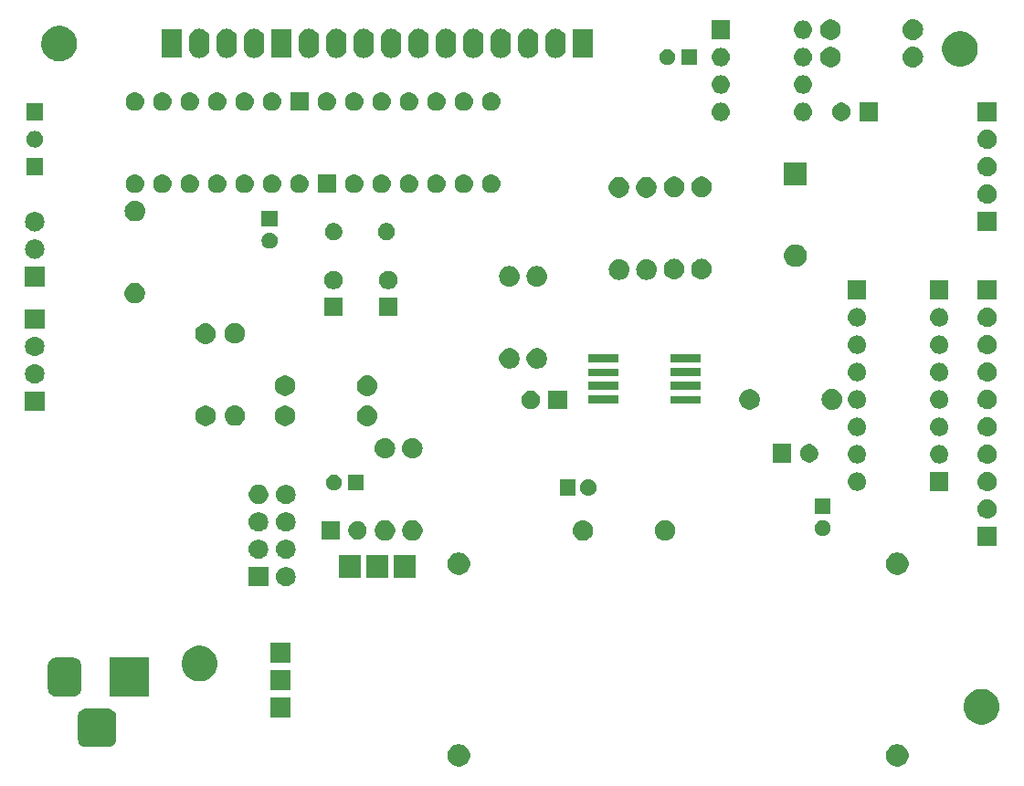
<source format=gbr>
G04 #@! TF.GenerationSoftware,KiCad,Pcbnew,5.0.2-bee76a0~70~ubuntu16.04.1*
G04 #@! TF.CreationDate,2020-01-14T09:55:27-07:00*
G04 #@! TF.ProjectId,Environment_Controller_KiCad_THT,456e7669-726f-46e6-9d65-6e745f436f6e,rev?*
G04 #@! TF.SameCoordinates,Original*
G04 #@! TF.FileFunction,Soldermask,Top*
G04 #@! TF.FilePolarity,Negative*
%FSLAX46Y46*%
G04 Gerber Fmt 4.6, Leading zero omitted, Abs format (unit mm)*
G04 Created by KiCad (PCBNEW 5.0.2-bee76a0~70~ubuntu16.04.1) date Tue 14 Jan 2020 09:55:27 AM MST*
%MOMM*%
%LPD*%
G01*
G04 APERTURE LIST*
%ADD10C,0.100000*%
G04 APERTURE END LIST*
D10*
G36*
X174486565Y-129509389D02*
X174677834Y-129588615D01*
X174849976Y-129703637D01*
X174996363Y-129850024D01*
X175111385Y-130022166D01*
X175190611Y-130213435D01*
X175231000Y-130416484D01*
X175231000Y-130623516D01*
X175190611Y-130826565D01*
X175111385Y-131017834D01*
X174996363Y-131189976D01*
X174849976Y-131336363D01*
X174677834Y-131451385D01*
X174486565Y-131530611D01*
X174283516Y-131571000D01*
X174076484Y-131571000D01*
X173873435Y-131530611D01*
X173682166Y-131451385D01*
X173510024Y-131336363D01*
X173363637Y-131189976D01*
X173248615Y-131017834D01*
X173169389Y-130826565D01*
X173129000Y-130623516D01*
X173129000Y-130416484D01*
X173169389Y-130213435D01*
X173248615Y-130022166D01*
X173363637Y-129850024D01*
X173510024Y-129703637D01*
X173682166Y-129588615D01*
X173873435Y-129509389D01*
X174076484Y-129469000D01*
X174283516Y-129469000D01*
X174486565Y-129509389D01*
X174486565Y-129509389D01*
G37*
G36*
X133846565Y-129509389D02*
X134037834Y-129588615D01*
X134209976Y-129703637D01*
X134356363Y-129850024D01*
X134471385Y-130022166D01*
X134550611Y-130213435D01*
X134591000Y-130416484D01*
X134591000Y-130623516D01*
X134550611Y-130826565D01*
X134471385Y-131017834D01*
X134356363Y-131189976D01*
X134209976Y-131336363D01*
X134037834Y-131451385D01*
X133846565Y-131530611D01*
X133643516Y-131571000D01*
X133436484Y-131571000D01*
X133233435Y-131530611D01*
X133042166Y-131451385D01*
X132870024Y-131336363D01*
X132723637Y-131189976D01*
X132608615Y-131017834D01*
X132529389Y-130826565D01*
X132489000Y-130623516D01*
X132489000Y-130416484D01*
X132529389Y-130213435D01*
X132608615Y-130022166D01*
X132723637Y-129850024D01*
X132870024Y-129703637D01*
X133042166Y-129588615D01*
X133233435Y-129509389D01*
X133436484Y-129469000D01*
X133643516Y-129469000D01*
X133846565Y-129509389D01*
X133846565Y-129509389D01*
G37*
G36*
X101126366Y-126165695D02*
X101283458Y-126213348D01*
X101428230Y-126290731D01*
X101555128Y-126394872D01*
X101659269Y-126521770D01*
X101736652Y-126666542D01*
X101784305Y-126823634D01*
X101801000Y-126993140D01*
X101801000Y-128906860D01*
X101784305Y-129076366D01*
X101736652Y-129233458D01*
X101659269Y-129378230D01*
X101555128Y-129505128D01*
X101428230Y-129609269D01*
X101283458Y-129686652D01*
X101126366Y-129734305D01*
X100956860Y-129751000D01*
X99043140Y-129751000D01*
X98873634Y-129734305D01*
X98716542Y-129686652D01*
X98571770Y-129609269D01*
X98444872Y-129505128D01*
X98340731Y-129378230D01*
X98263348Y-129233458D01*
X98215695Y-129076366D01*
X98199000Y-128906860D01*
X98199000Y-126993140D01*
X98215695Y-126823634D01*
X98263348Y-126666542D01*
X98340731Y-126521770D01*
X98444872Y-126394872D01*
X98571770Y-126290731D01*
X98716542Y-126213348D01*
X98873634Y-126165695D01*
X99043140Y-126149000D01*
X100956860Y-126149000D01*
X101126366Y-126165695D01*
X101126366Y-126165695D01*
G37*
G36*
X182375256Y-124391298D02*
X182481579Y-124412447D01*
X182782042Y-124536903D01*
X182892377Y-124610627D01*
X183052454Y-124717587D01*
X183282413Y-124947546D01*
X183463098Y-125217960D01*
X183587553Y-125518422D01*
X183651000Y-125837389D01*
X183651000Y-126162611D01*
X183625515Y-126290731D01*
X183587553Y-126481579D01*
X183510939Y-126666542D01*
X183463098Y-126782040D01*
X183282413Y-127052454D01*
X183052454Y-127282413D01*
X183052451Y-127282415D01*
X182782042Y-127463097D01*
X182481579Y-127587553D01*
X182375256Y-127608702D01*
X182162611Y-127651000D01*
X181837389Y-127651000D01*
X181624744Y-127608702D01*
X181518421Y-127587553D01*
X181217958Y-127463097D01*
X180947549Y-127282415D01*
X180947546Y-127282413D01*
X180717587Y-127052454D01*
X180536902Y-126782040D01*
X180489061Y-126666542D01*
X180412447Y-126481579D01*
X180374485Y-126290731D01*
X180349000Y-126162611D01*
X180349000Y-125837389D01*
X180412447Y-125518422D01*
X180536902Y-125217960D01*
X180717587Y-124947546D01*
X180947546Y-124717587D01*
X181107623Y-124610627D01*
X181217958Y-124536903D01*
X181518421Y-124412447D01*
X181624744Y-124391298D01*
X181837389Y-124349000D01*
X182162611Y-124349000D01*
X182375256Y-124391298D01*
X182375256Y-124391298D01*
G37*
G36*
X117901000Y-126981000D02*
X116099000Y-126981000D01*
X116099000Y-125179000D01*
X117901000Y-125179000D01*
X117901000Y-126981000D01*
X117901000Y-126981000D01*
G37*
G36*
X104801000Y-125051000D02*
X101199000Y-125051000D01*
X101199000Y-121449000D01*
X104801000Y-121449000D01*
X104801000Y-125051000D01*
X104801000Y-125051000D01*
G37*
G36*
X97976978Y-121463293D02*
X98110627Y-121503835D01*
X98233782Y-121569662D01*
X98341739Y-121658261D01*
X98430338Y-121766218D01*
X98496165Y-121889373D01*
X98536707Y-122023022D01*
X98551000Y-122168140D01*
X98551000Y-124331860D01*
X98536707Y-124476978D01*
X98496165Y-124610627D01*
X98430338Y-124733782D01*
X98341739Y-124841739D01*
X98233782Y-124930338D01*
X98110627Y-124996165D01*
X97976978Y-125036707D01*
X97831860Y-125051000D01*
X96168140Y-125051000D01*
X96023022Y-125036707D01*
X95889373Y-124996165D01*
X95766218Y-124930338D01*
X95658261Y-124841739D01*
X95569662Y-124733782D01*
X95503835Y-124610627D01*
X95463293Y-124476978D01*
X95449000Y-124331860D01*
X95449000Y-122168140D01*
X95463293Y-122023022D01*
X95503835Y-121889373D01*
X95569662Y-121766218D01*
X95658261Y-121658261D01*
X95766218Y-121569662D01*
X95889373Y-121503835D01*
X96023022Y-121463293D01*
X96168140Y-121449000D01*
X97831860Y-121449000D01*
X97976978Y-121463293D01*
X97976978Y-121463293D01*
G37*
G36*
X117901000Y-124441000D02*
X116099000Y-124441000D01*
X116099000Y-122639000D01*
X117901000Y-122639000D01*
X117901000Y-124441000D01*
X117901000Y-124441000D01*
G37*
G36*
X109875256Y-120391298D02*
X109981579Y-120412447D01*
X110282042Y-120536903D01*
X110548852Y-120715180D01*
X110552454Y-120717587D01*
X110782413Y-120947546D01*
X110963098Y-121217960D01*
X111087553Y-121518422D01*
X111151000Y-121837389D01*
X111151000Y-122162611D01*
X111087553Y-122481578D01*
X110963098Y-122782040D01*
X110782413Y-123052454D01*
X110552454Y-123282413D01*
X110552451Y-123282415D01*
X110282042Y-123463097D01*
X109981579Y-123587553D01*
X109875256Y-123608702D01*
X109662611Y-123651000D01*
X109337389Y-123651000D01*
X109124744Y-123608702D01*
X109018421Y-123587553D01*
X108717958Y-123463097D01*
X108447549Y-123282415D01*
X108447546Y-123282413D01*
X108217587Y-123052454D01*
X108036902Y-122782040D01*
X107912447Y-122481578D01*
X107849000Y-122162611D01*
X107849000Y-121837389D01*
X107912447Y-121518422D01*
X108036902Y-121217960D01*
X108217587Y-120947546D01*
X108447546Y-120717587D01*
X108451148Y-120715180D01*
X108717958Y-120536903D01*
X109018421Y-120412447D01*
X109124744Y-120391298D01*
X109337389Y-120349000D01*
X109662611Y-120349000D01*
X109875256Y-120391298D01*
X109875256Y-120391298D01*
G37*
G36*
X117901000Y-121901000D02*
X116099000Y-121901000D01*
X116099000Y-120099000D01*
X117901000Y-120099000D01*
X117901000Y-121901000D01*
X117901000Y-121901000D01*
G37*
G36*
X115876052Y-114834643D02*
X114074052Y-114834643D01*
X114074052Y-113032643D01*
X115876052Y-113032643D01*
X115876052Y-114834643D01*
X115876052Y-114834643D01*
G37*
G36*
X117625495Y-113039162D02*
X117691679Y-113045680D01*
X117804905Y-113080027D01*
X117861519Y-113097200D01*
X118000139Y-113171295D01*
X118018043Y-113180865D01*
X118053781Y-113210195D01*
X118155238Y-113293457D01*
X118238500Y-113394914D01*
X118267830Y-113430652D01*
X118267831Y-113430654D01*
X118351495Y-113587176D01*
X118351495Y-113587177D01*
X118403015Y-113757016D01*
X118420411Y-113933643D01*
X118403015Y-114110270D01*
X118368668Y-114223496D01*
X118351495Y-114280110D01*
X118277400Y-114418730D01*
X118267830Y-114436634D01*
X118238500Y-114472372D01*
X118155238Y-114573829D01*
X118053781Y-114657091D01*
X118018043Y-114686421D01*
X118018041Y-114686422D01*
X117861519Y-114770086D01*
X117804905Y-114787259D01*
X117691679Y-114821606D01*
X117625494Y-114828125D01*
X117559312Y-114834643D01*
X117470792Y-114834643D01*
X117404610Y-114828125D01*
X117338425Y-114821606D01*
X117225199Y-114787259D01*
X117168585Y-114770086D01*
X117012063Y-114686422D01*
X117012061Y-114686421D01*
X116976323Y-114657091D01*
X116874866Y-114573829D01*
X116791604Y-114472372D01*
X116762274Y-114436634D01*
X116752704Y-114418730D01*
X116678609Y-114280110D01*
X116661436Y-114223496D01*
X116627089Y-114110270D01*
X116609693Y-113933643D01*
X116627089Y-113757016D01*
X116678609Y-113587177D01*
X116678609Y-113587176D01*
X116762273Y-113430654D01*
X116762274Y-113430652D01*
X116791604Y-113394914D01*
X116874866Y-113293457D01*
X116976323Y-113210195D01*
X117012061Y-113180865D01*
X117029965Y-113171295D01*
X117168585Y-113097200D01*
X117225199Y-113080027D01*
X117338425Y-113045680D01*
X117404609Y-113039162D01*
X117470792Y-113032643D01*
X117559312Y-113032643D01*
X117625495Y-113039162D01*
X117625495Y-113039162D01*
G37*
G36*
X124423500Y-114051000D02*
X122416500Y-114051000D01*
X122416500Y-111949000D01*
X124423500Y-111949000D01*
X124423500Y-114051000D01*
X124423500Y-114051000D01*
G37*
G36*
X129503500Y-114051000D02*
X127496500Y-114051000D01*
X127496500Y-111949000D01*
X129503500Y-111949000D01*
X129503500Y-114051000D01*
X129503500Y-114051000D01*
G37*
G36*
X126963500Y-114051000D02*
X124956500Y-114051000D01*
X124956500Y-111949000D01*
X126963500Y-111949000D01*
X126963500Y-114051000D01*
X126963500Y-114051000D01*
G37*
G36*
X133846565Y-111729389D02*
X134037834Y-111808615D01*
X134209976Y-111923637D01*
X134356363Y-112070024D01*
X134471385Y-112242166D01*
X134550611Y-112433435D01*
X134591000Y-112636484D01*
X134591000Y-112843516D01*
X134550611Y-113046565D01*
X134471385Y-113237834D01*
X134356363Y-113409976D01*
X134209976Y-113556363D01*
X134037834Y-113671385D01*
X133846565Y-113750611D01*
X133643516Y-113791000D01*
X133436484Y-113791000D01*
X133233435Y-113750611D01*
X133042166Y-113671385D01*
X132870024Y-113556363D01*
X132723637Y-113409976D01*
X132608615Y-113237834D01*
X132529389Y-113046565D01*
X132489000Y-112843516D01*
X132489000Y-112636484D01*
X132529389Y-112433435D01*
X132608615Y-112242166D01*
X132723637Y-112070024D01*
X132870024Y-111923637D01*
X133042166Y-111808615D01*
X133233435Y-111729389D01*
X133436484Y-111689000D01*
X133643516Y-111689000D01*
X133846565Y-111729389D01*
X133846565Y-111729389D01*
G37*
G36*
X174486565Y-111729389D02*
X174677834Y-111808615D01*
X174849976Y-111923637D01*
X174996363Y-112070024D01*
X175111385Y-112242166D01*
X175190611Y-112433435D01*
X175231000Y-112636484D01*
X175231000Y-112843516D01*
X175190611Y-113046565D01*
X175111385Y-113237834D01*
X174996363Y-113409976D01*
X174849976Y-113556363D01*
X174677834Y-113671385D01*
X174486565Y-113750611D01*
X174283516Y-113791000D01*
X174076484Y-113791000D01*
X173873435Y-113750611D01*
X173682166Y-113671385D01*
X173510024Y-113556363D01*
X173363637Y-113409976D01*
X173248615Y-113237834D01*
X173169389Y-113046565D01*
X173129000Y-112843516D01*
X173129000Y-112636484D01*
X173169389Y-112433435D01*
X173248615Y-112242166D01*
X173363637Y-112070024D01*
X173510024Y-111923637D01*
X173682166Y-111808615D01*
X173873435Y-111729389D01*
X174076484Y-111689000D01*
X174283516Y-111689000D01*
X174486565Y-111729389D01*
X174486565Y-111729389D01*
G37*
G36*
X117625495Y-110499162D02*
X117691679Y-110505680D01*
X117804905Y-110540027D01*
X117861519Y-110557200D01*
X117936427Y-110597240D01*
X118018043Y-110640865D01*
X118053781Y-110670195D01*
X118155238Y-110753457D01*
X118238500Y-110854914D01*
X118267830Y-110890652D01*
X118267831Y-110890654D01*
X118351495Y-111047176D01*
X118351495Y-111047177D01*
X118403015Y-111217016D01*
X118420411Y-111393643D01*
X118403015Y-111570270D01*
X118368668Y-111683496D01*
X118351495Y-111740110D01*
X118314877Y-111808616D01*
X118267830Y-111896634D01*
X118245671Y-111923635D01*
X118155238Y-112033829D01*
X118053781Y-112117091D01*
X118018043Y-112146421D01*
X118018041Y-112146422D01*
X117861519Y-112230086D01*
X117821699Y-112242165D01*
X117691679Y-112281606D01*
X117625495Y-112288124D01*
X117559312Y-112294643D01*
X117470792Y-112294643D01*
X117404609Y-112288124D01*
X117338425Y-112281606D01*
X117208405Y-112242165D01*
X117168585Y-112230086D01*
X117012063Y-112146422D01*
X117012061Y-112146421D01*
X116976323Y-112117091D01*
X116874866Y-112033829D01*
X116784433Y-111923635D01*
X116762274Y-111896634D01*
X116715227Y-111808616D01*
X116678609Y-111740110D01*
X116661436Y-111683496D01*
X116627089Y-111570270D01*
X116609693Y-111393643D01*
X116627089Y-111217016D01*
X116678609Y-111047177D01*
X116678609Y-111047176D01*
X116762273Y-110890654D01*
X116762274Y-110890652D01*
X116791604Y-110854914D01*
X116874866Y-110753457D01*
X116976323Y-110670195D01*
X117012061Y-110640865D01*
X117093677Y-110597240D01*
X117168585Y-110557200D01*
X117225199Y-110540027D01*
X117338425Y-110505680D01*
X117404609Y-110499162D01*
X117470792Y-110492643D01*
X117559312Y-110492643D01*
X117625495Y-110499162D01*
X117625495Y-110499162D01*
G37*
G36*
X115085495Y-110499162D02*
X115151679Y-110505680D01*
X115264905Y-110540027D01*
X115321519Y-110557200D01*
X115396427Y-110597240D01*
X115478043Y-110640865D01*
X115513781Y-110670195D01*
X115615238Y-110753457D01*
X115698500Y-110854914D01*
X115727830Y-110890652D01*
X115727831Y-110890654D01*
X115811495Y-111047176D01*
X115811495Y-111047177D01*
X115863015Y-111217016D01*
X115880411Y-111393643D01*
X115863015Y-111570270D01*
X115828668Y-111683496D01*
X115811495Y-111740110D01*
X115774877Y-111808616D01*
X115727830Y-111896634D01*
X115705671Y-111923635D01*
X115615238Y-112033829D01*
X115513781Y-112117091D01*
X115478043Y-112146421D01*
X115478041Y-112146422D01*
X115321519Y-112230086D01*
X115281699Y-112242165D01*
X115151679Y-112281606D01*
X115085495Y-112288124D01*
X115019312Y-112294643D01*
X114930792Y-112294643D01*
X114864609Y-112288124D01*
X114798425Y-112281606D01*
X114668405Y-112242165D01*
X114628585Y-112230086D01*
X114472063Y-112146422D01*
X114472061Y-112146421D01*
X114436323Y-112117091D01*
X114334866Y-112033829D01*
X114244433Y-111923635D01*
X114222274Y-111896634D01*
X114175227Y-111808616D01*
X114138609Y-111740110D01*
X114121436Y-111683496D01*
X114087089Y-111570270D01*
X114069693Y-111393643D01*
X114087089Y-111217016D01*
X114138609Y-111047177D01*
X114138609Y-111047176D01*
X114222273Y-110890654D01*
X114222274Y-110890652D01*
X114251604Y-110854914D01*
X114334866Y-110753457D01*
X114436323Y-110670195D01*
X114472061Y-110640865D01*
X114553677Y-110597240D01*
X114628585Y-110557200D01*
X114685199Y-110540027D01*
X114798425Y-110505680D01*
X114864609Y-110499162D01*
X114930792Y-110492643D01*
X115019312Y-110492643D01*
X115085495Y-110499162D01*
X115085495Y-110499162D01*
G37*
G36*
X183411000Y-111101000D02*
X181609000Y-111101000D01*
X181609000Y-109299000D01*
X183411000Y-109299000D01*
X183411000Y-111101000D01*
X183411000Y-111101000D01*
G37*
G36*
X145231425Y-108722760D02*
X145231428Y-108722761D01*
X145231429Y-108722761D01*
X145410693Y-108777140D01*
X145410695Y-108777141D01*
X145575905Y-108865448D01*
X145720712Y-108984288D01*
X145839552Y-109129095D01*
X145905541Y-109252551D01*
X145927860Y-109294307D01*
X145962173Y-109407423D01*
X145982240Y-109473575D01*
X146000601Y-109660000D01*
X145982240Y-109846425D01*
X145982239Y-109846428D01*
X145982239Y-109846429D01*
X145954645Y-109937396D01*
X145927859Y-110025695D01*
X145839552Y-110190905D01*
X145720712Y-110335712D01*
X145575905Y-110454552D01*
X145493840Y-110498417D01*
X145410693Y-110542860D01*
X145231429Y-110597239D01*
X145231428Y-110597239D01*
X145231425Y-110597240D01*
X145091718Y-110611000D01*
X144998282Y-110611000D01*
X144858575Y-110597240D01*
X144858572Y-110597239D01*
X144858571Y-110597239D01*
X144679307Y-110542860D01*
X144596160Y-110498417D01*
X144514095Y-110454552D01*
X144369288Y-110335712D01*
X144250448Y-110190905D01*
X144162141Y-110025695D01*
X144135356Y-109937396D01*
X144107761Y-109846429D01*
X144107761Y-109846428D01*
X144107760Y-109846425D01*
X144089399Y-109660000D01*
X144107760Y-109473575D01*
X144127827Y-109407423D01*
X144162140Y-109294307D01*
X144184459Y-109252551D01*
X144250448Y-109129095D01*
X144369288Y-108984288D01*
X144514095Y-108865448D01*
X144679305Y-108777141D01*
X144679307Y-108777140D01*
X144858571Y-108722761D01*
X144858572Y-108722761D01*
X144858575Y-108722760D01*
X144998282Y-108709000D01*
X145091718Y-108709000D01*
X145231425Y-108722760D01*
X145231425Y-108722760D01*
G37*
G36*
X152942396Y-108745546D02*
X153115466Y-108817234D01*
X153271230Y-108921312D01*
X153403688Y-109053770D01*
X153507766Y-109209534D01*
X153579454Y-109382604D01*
X153616000Y-109566333D01*
X153616000Y-109753667D01*
X153579454Y-109937396D01*
X153507766Y-110110466D01*
X153403688Y-110266230D01*
X153271230Y-110398688D01*
X153115466Y-110502766D01*
X152942396Y-110574454D01*
X152758667Y-110611000D01*
X152571333Y-110611000D01*
X152387604Y-110574454D01*
X152214534Y-110502766D01*
X152058770Y-110398688D01*
X151926312Y-110266230D01*
X151822234Y-110110466D01*
X151750546Y-109937396D01*
X151714000Y-109753667D01*
X151714000Y-109566333D01*
X151750546Y-109382604D01*
X151822234Y-109209534D01*
X151926312Y-109053770D01*
X152058770Y-108921312D01*
X152214534Y-108817234D01*
X152387604Y-108745546D01*
X152571333Y-108709000D01*
X152758667Y-108709000D01*
X152942396Y-108745546D01*
X152942396Y-108745546D01*
G37*
G36*
X126966264Y-108741197D02*
X127139334Y-108812885D01*
X127295098Y-108916963D01*
X127427556Y-109049421D01*
X127531634Y-109205185D01*
X127603322Y-109378255D01*
X127639868Y-109561984D01*
X127639868Y-109749318D01*
X127603322Y-109933047D01*
X127531634Y-110106117D01*
X127427556Y-110261881D01*
X127295098Y-110394339D01*
X127139334Y-110498417D01*
X126966264Y-110570105D01*
X126782535Y-110606651D01*
X126595201Y-110606651D01*
X126411472Y-110570105D01*
X126238402Y-110498417D01*
X126082638Y-110394339D01*
X125950180Y-110261881D01*
X125846102Y-110106117D01*
X125774414Y-109933047D01*
X125737868Y-109749318D01*
X125737868Y-109561984D01*
X125774414Y-109378255D01*
X125846102Y-109205185D01*
X125950180Y-109049421D01*
X126082638Y-108916963D01*
X126238402Y-108812885D01*
X126411472Y-108741197D01*
X126595201Y-108704651D01*
X126782535Y-108704651D01*
X126966264Y-108741197D01*
X126966264Y-108741197D01*
G37*
G36*
X129506264Y-108741197D02*
X129679334Y-108812885D01*
X129835098Y-108916963D01*
X129967556Y-109049421D01*
X130071634Y-109205185D01*
X130143322Y-109378255D01*
X130179868Y-109561984D01*
X130179868Y-109749318D01*
X130143322Y-109933047D01*
X130071634Y-110106117D01*
X129967556Y-110261881D01*
X129835098Y-110394339D01*
X129679334Y-110498417D01*
X129506264Y-110570105D01*
X129322535Y-110606651D01*
X129135201Y-110606651D01*
X128951472Y-110570105D01*
X128778402Y-110498417D01*
X128622638Y-110394339D01*
X128490180Y-110261881D01*
X128386102Y-110106117D01*
X128314414Y-109933047D01*
X128277868Y-109749318D01*
X128277868Y-109561984D01*
X128314414Y-109378255D01*
X128386102Y-109205185D01*
X128490180Y-109049421D01*
X128622638Y-108916963D01*
X128778402Y-108812885D01*
X128951472Y-108741197D01*
X129135201Y-108704651D01*
X129322535Y-108704651D01*
X129506264Y-108741197D01*
X129506264Y-108741197D01*
G37*
G36*
X124397096Y-108837354D02*
X124551968Y-108901504D01*
X124691349Y-108994636D01*
X124809883Y-109113170D01*
X124903015Y-109252551D01*
X124967165Y-109407423D01*
X124999868Y-109571835D01*
X124999868Y-109739467D01*
X124967165Y-109903879D01*
X124903015Y-110058751D01*
X124809883Y-110198132D01*
X124691349Y-110316666D01*
X124551968Y-110409798D01*
X124397096Y-110473948D01*
X124232684Y-110506651D01*
X124065052Y-110506651D01*
X123900640Y-110473948D01*
X123745768Y-110409798D01*
X123606387Y-110316666D01*
X123487853Y-110198132D01*
X123394721Y-110058751D01*
X123330571Y-109903879D01*
X123297868Y-109739467D01*
X123297868Y-109571835D01*
X123330571Y-109407423D01*
X123394721Y-109252551D01*
X123487853Y-109113170D01*
X123606387Y-108994636D01*
X123745768Y-108901504D01*
X123900640Y-108837354D01*
X124065052Y-108804651D01*
X124232684Y-108804651D01*
X124397096Y-108837354D01*
X124397096Y-108837354D01*
G37*
G36*
X122499868Y-110506651D02*
X120797868Y-110506651D01*
X120797868Y-108804651D01*
X122499868Y-108804651D01*
X122499868Y-110506651D01*
X122499868Y-110506651D01*
G37*
G36*
X167401892Y-108698544D02*
X167488947Y-108715860D01*
X167625620Y-108772472D01*
X167722723Y-108837354D01*
X167748626Y-108854662D01*
X167853226Y-108959262D01*
X167853228Y-108959265D01*
X167935416Y-109082268D01*
X167992028Y-109218941D01*
X168007019Y-109294307D01*
X168019417Y-109356634D01*
X168020888Y-109364033D01*
X168020888Y-109511967D01*
X167992028Y-109657059D01*
X167935416Y-109793732D01*
X167900205Y-109846429D01*
X167853226Y-109916738D01*
X167748626Y-110021338D01*
X167748623Y-110021340D01*
X167625620Y-110103528D01*
X167488947Y-110160140D01*
X167401892Y-110177456D01*
X167343857Y-110189000D01*
X167195919Y-110189000D01*
X167137884Y-110177456D01*
X167050829Y-110160140D01*
X166914156Y-110103528D01*
X166791153Y-110021340D01*
X166791150Y-110021338D01*
X166686550Y-109916738D01*
X166639571Y-109846429D01*
X166604360Y-109793732D01*
X166547748Y-109657059D01*
X166518888Y-109511967D01*
X166518888Y-109364033D01*
X166520360Y-109356634D01*
X166532757Y-109294307D01*
X166547748Y-109218941D01*
X166604360Y-109082268D01*
X166686548Y-108959265D01*
X166686550Y-108959262D01*
X166791150Y-108854662D01*
X166817053Y-108837354D01*
X166914156Y-108772472D01*
X167050829Y-108715860D01*
X167137884Y-108698544D01*
X167195919Y-108687000D01*
X167343857Y-108687000D01*
X167401892Y-108698544D01*
X167401892Y-108698544D01*
G37*
G36*
X117625494Y-107959161D02*
X117691679Y-107965680D01*
X117804905Y-108000027D01*
X117861519Y-108017200D01*
X118000139Y-108091295D01*
X118018043Y-108100865D01*
X118053781Y-108130195D01*
X118155238Y-108213457D01*
X118238500Y-108314914D01*
X118267830Y-108350652D01*
X118267831Y-108350654D01*
X118351495Y-108507176D01*
X118351495Y-108507177D01*
X118403015Y-108677016D01*
X118420411Y-108853643D01*
X118403015Y-109030270D01*
X118373037Y-109129095D01*
X118351495Y-109200110D01*
X118323464Y-109252551D01*
X118267830Y-109356634D01*
X118250086Y-109378255D01*
X118155238Y-109493829D01*
X118072187Y-109561986D01*
X118018043Y-109606421D01*
X118018041Y-109606422D01*
X117861519Y-109690086D01*
X117804905Y-109707259D01*
X117691679Y-109741606D01*
X117625495Y-109748124D01*
X117559312Y-109754643D01*
X117470792Y-109754643D01*
X117404609Y-109748124D01*
X117338425Y-109741606D01*
X117225199Y-109707259D01*
X117168585Y-109690086D01*
X117012063Y-109606422D01*
X117012061Y-109606421D01*
X116957917Y-109561986D01*
X116874866Y-109493829D01*
X116780018Y-109378255D01*
X116762274Y-109356634D01*
X116706640Y-109252551D01*
X116678609Y-109200110D01*
X116657067Y-109129095D01*
X116627089Y-109030270D01*
X116609693Y-108853643D01*
X116627089Y-108677016D01*
X116678609Y-108507177D01*
X116678609Y-108507176D01*
X116762273Y-108350654D01*
X116762274Y-108350652D01*
X116791604Y-108314914D01*
X116874866Y-108213457D01*
X116976323Y-108130195D01*
X117012061Y-108100865D01*
X117029965Y-108091295D01*
X117168585Y-108017200D01*
X117225199Y-108000027D01*
X117338425Y-107965680D01*
X117404610Y-107959161D01*
X117470792Y-107952643D01*
X117559312Y-107952643D01*
X117625494Y-107959161D01*
X117625494Y-107959161D01*
G37*
G36*
X115085494Y-107959161D02*
X115151679Y-107965680D01*
X115264905Y-108000027D01*
X115321519Y-108017200D01*
X115460139Y-108091295D01*
X115478043Y-108100865D01*
X115513781Y-108130195D01*
X115615238Y-108213457D01*
X115698500Y-108314914D01*
X115727830Y-108350652D01*
X115727831Y-108350654D01*
X115811495Y-108507176D01*
X115811495Y-108507177D01*
X115863015Y-108677016D01*
X115880411Y-108853643D01*
X115863015Y-109030270D01*
X115833037Y-109129095D01*
X115811495Y-109200110D01*
X115783464Y-109252551D01*
X115727830Y-109356634D01*
X115710086Y-109378255D01*
X115615238Y-109493829D01*
X115532187Y-109561986D01*
X115478043Y-109606421D01*
X115478041Y-109606422D01*
X115321519Y-109690086D01*
X115264905Y-109707259D01*
X115151679Y-109741606D01*
X115085495Y-109748124D01*
X115019312Y-109754643D01*
X114930792Y-109754643D01*
X114864609Y-109748124D01*
X114798425Y-109741606D01*
X114685199Y-109707259D01*
X114628585Y-109690086D01*
X114472063Y-109606422D01*
X114472061Y-109606421D01*
X114417917Y-109561986D01*
X114334866Y-109493829D01*
X114240018Y-109378255D01*
X114222274Y-109356634D01*
X114166640Y-109252551D01*
X114138609Y-109200110D01*
X114117067Y-109129095D01*
X114087089Y-109030270D01*
X114069693Y-108853643D01*
X114087089Y-108677016D01*
X114138609Y-108507177D01*
X114138609Y-108507176D01*
X114222273Y-108350654D01*
X114222274Y-108350652D01*
X114251604Y-108314914D01*
X114334866Y-108213457D01*
X114436323Y-108130195D01*
X114472061Y-108100865D01*
X114489965Y-108091295D01*
X114628585Y-108017200D01*
X114685199Y-108000027D01*
X114798425Y-107965680D01*
X114864610Y-107959161D01*
X114930792Y-107952643D01*
X115019312Y-107952643D01*
X115085494Y-107959161D01*
X115085494Y-107959161D01*
G37*
G36*
X182620442Y-106765518D02*
X182686627Y-106772037D01*
X182799853Y-106806384D01*
X182856467Y-106823557D01*
X182995087Y-106897652D01*
X183012991Y-106907222D01*
X183048729Y-106936552D01*
X183150186Y-107019814D01*
X183225921Y-107112099D01*
X183262778Y-107157009D01*
X183262779Y-107157011D01*
X183346443Y-107313533D01*
X183346443Y-107313534D01*
X183397963Y-107483373D01*
X183415359Y-107660000D01*
X183397963Y-107836627D01*
X183363616Y-107949853D01*
X183346443Y-108006467D01*
X183340706Y-108017200D01*
X183262778Y-108162991D01*
X183233448Y-108198729D01*
X183150186Y-108300186D01*
X183048729Y-108383448D01*
X183012991Y-108412778D01*
X183012989Y-108412779D01*
X182856467Y-108496443D01*
X182821084Y-108507176D01*
X182686627Y-108547963D01*
X182620443Y-108554481D01*
X182554260Y-108561000D01*
X182465740Y-108561000D01*
X182399557Y-108554481D01*
X182333373Y-108547963D01*
X182198916Y-108507176D01*
X182163533Y-108496443D01*
X182007011Y-108412779D01*
X182007009Y-108412778D01*
X181971271Y-108383448D01*
X181869814Y-108300186D01*
X181786552Y-108198729D01*
X181757222Y-108162991D01*
X181679294Y-108017200D01*
X181673557Y-108006467D01*
X181656384Y-107949853D01*
X181622037Y-107836627D01*
X181604641Y-107660000D01*
X181622037Y-107483373D01*
X181673557Y-107313534D01*
X181673557Y-107313533D01*
X181757221Y-107157011D01*
X181757222Y-107157009D01*
X181794079Y-107112099D01*
X181869814Y-107019814D01*
X181971271Y-106936552D01*
X182007009Y-106907222D01*
X182024913Y-106897652D01*
X182163533Y-106823557D01*
X182220147Y-106806384D01*
X182333373Y-106772037D01*
X182399558Y-106765518D01*
X182465740Y-106759000D01*
X182554260Y-106759000D01*
X182620442Y-106765518D01*
X182620442Y-106765518D01*
G37*
G36*
X168020888Y-108157000D02*
X166518888Y-108157000D01*
X166518888Y-106655000D01*
X168020888Y-106655000D01*
X168020888Y-108157000D01*
X168020888Y-108157000D01*
G37*
G36*
X117625494Y-105419161D02*
X117691679Y-105425680D01*
X117804905Y-105460027D01*
X117861519Y-105477200D01*
X118000139Y-105551295D01*
X118018043Y-105560865D01*
X118053582Y-105590031D01*
X118155238Y-105673457D01*
X118238500Y-105774914D01*
X118267830Y-105810652D01*
X118267831Y-105810654D01*
X118351495Y-105967176D01*
X118351495Y-105967177D01*
X118403015Y-106137016D01*
X118420411Y-106313643D01*
X118403015Y-106490270D01*
X118376871Y-106576455D01*
X118351495Y-106660110D01*
X118308565Y-106740425D01*
X118267830Y-106816634D01*
X118262148Y-106823557D01*
X118155238Y-106953829D01*
X118053781Y-107037091D01*
X118018043Y-107066421D01*
X118018041Y-107066422D01*
X117861519Y-107150086D01*
X117804905Y-107167259D01*
X117691679Y-107201606D01*
X117625495Y-107208124D01*
X117559312Y-107214643D01*
X117470792Y-107214643D01*
X117404609Y-107208124D01*
X117338425Y-107201606D01*
X117225199Y-107167259D01*
X117168585Y-107150086D01*
X117012063Y-107066422D01*
X117012061Y-107066421D01*
X116976323Y-107037091D01*
X116874866Y-106953829D01*
X116767956Y-106823557D01*
X116762274Y-106816634D01*
X116721539Y-106740425D01*
X116678609Y-106660110D01*
X116653233Y-106576455D01*
X116627089Y-106490270D01*
X116609693Y-106313643D01*
X116627089Y-106137016D01*
X116678609Y-105967177D01*
X116678609Y-105967176D01*
X116762273Y-105810654D01*
X116762274Y-105810652D01*
X116791604Y-105774914D01*
X116874866Y-105673457D01*
X116976522Y-105590031D01*
X117012061Y-105560865D01*
X117029965Y-105551295D01*
X117168585Y-105477200D01*
X117225199Y-105460027D01*
X117338425Y-105425680D01*
X117404609Y-105419162D01*
X117470792Y-105412643D01*
X117559312Y-105412643D01*
X117625494Y-105419161D01*
X117625494Y-105419161D01*
G37*
G36*
X115237864Y-105447267D02*
X115401836Y-105515187D01*
X115549406Y-105613790D01*
X115674905Y-105739289D01*
X115773508Y-105886859D01*
X115841428Y-106050831D01*
X115876052Y-106224902D01*
X115876052Y-106402384D01*
X115841428Y-106576455D01*
X115773508Y-106740427D01*
X115674905Y-106887997D01*
X115549406Y-107013496D01*
X115401836Y-107112099D01*
X115237864Y-107180019D01*
X115063793Y-107214643D01*
X114886311Y-107214643D01*
X114712240Y-107180019D01*
X114548268Y-107112099D01*
X114400698Y-107013496D01*
X114275199Y-106887997D01*
X114176596Y-106740427D01*
X114108676Y-106576455D01*
X114074052Y-106402384D01*
X114074052Y-106224902D01*
X114108676Y-106050831D01*
X114176596Y-105886859D01*
X114275199Y-105739289D01*
X114400698Y-105613790D01*
X114548268Y-105515187D01*
X114712240Y-105447267D01*
X114886311Y-105412643D01*
X115063793Y-105412643D01*
X115237864Y-105447267D01*
X115237864Y-105447267D01*
G37*
G36*
X144393000Y-106415000D02*
X142891000Y-106415000D01*
X142891000Y-104913000D01*
X144393000Y-104913000D01*
X144393000Y-106415000D01*
X144393000Y-106415000D01*
G37*
G36*
X145674004Y-104924544D02*
X145761059Y-104941860D01*
X145897732Y-104998472D01*
X145897733Y-104998473D01*
X146020738Y-105080662D01*
X146125338Y-105185262D01*
X146125340Y-105185265D01*
X146207528Y-105308268D01*
X146264140Y-105444941D01*
X146281456Y-105531996D01*
X146293000Y-105590031D01*
X146293000Y-105737969D01*
X146281857Y-105793989D01*
X146264140Y-105883059D01*
X146207528Y-106019732D01*
X146186748Y-106050831D01*
X146125338Y-106142738D01*
X146020738Y-106247338D01*
X146020735Y-106247340D01*
X145897732Y-106329528D01*
X145761059Y-106386140D01*
X145679393Y-106402384D01*
X145615969Y-106415000D01*
X145468031Y-106415000D01*
X145404607Y-106402384D01*
X145322941Y-106386140D01*
X145186268Y-106329528D01*
X145063265Y-106247340D01*
X145063262Y-106247338D01*
X144958662Y-106142738D01*
X144897252Y-106050831D01*
X144876472Y-106019732D01*
X144819860Y-105883059D01*
X144802143Y-105793989D01*
X144791000Y-105737969D01*
X144791000Y-105590031D01*
X144802544Y-105531996D01*
X144819860Y-105444941D01*
X144876472Y-105308268D01*
X144958660Y-105185265D01*
X144958662Y-105185262D01*
X145063262Y-105080662D01*
X145186267Y-104998473D01*
X145186268Y-104998472D01*
X145322941Y-104941860D01*
X145409996Y-104924544D01*
X145468031Y-104913000D01*
X145615969Y-104913000D01*
X145674004Y-104924544D01*
X145674004Y-104924544D01*
G37*
G36*
X182620442Y-104225518D02*
X182686627Y-104232037D01*
X182799853Y-104266384D01*
X182856467Y-104283557D01*
X182943311Y-104329977D01*
X183012991Y-104367222D01*
X183048729Y-104396552D01*
X183150186Y-104479814D01*
X183233448Y-104581271D01*
X183262778Y-104617009D01*
X183262779Y-104617011D01*
X183346443Y-104773533D01*
X183363616Y-104830147D01*
X183397963Y-104943373D01*
X183415359Y-105120000D01*
X183397963Y-105296627D01*
X183363616Y-105409853D01*
X183346443Y-105466467D01*
X183340706Y-105477200D01*
X183262778Y-105622991D01*
X183233448Y-105658729D01*
X183150186Y-105760186D01*
X183048729Y-105843448D01*
X183012991Y-105872778D01*
X183012989Y-105872779D01*
X182856467Y-105956443D01*
X182821084Y-105967176D01*
X182686627Y-106007963D01*
X182620443Y-106014481D01*
X182554260Y-106021000D01*
X182465740Y-106021000D01*
X182399557Y-106014481D01*
X182333373Y-106007963D01*
X182198916Y-105967176D01*
X182163533Y-105956443D01*
X182007011Y-105872779D01*
X182007009Y-105872778D01*
X181971271Y-105843448D01*
X181869814Y-105760186D01*
X181786552Y-105658729D01*
X181757222Y-105622991D01*
X181679294Y-105477200D01*
X181673557Y-105466467D01*
X181656384Y-105409853D01*
X181622037Y-105296627D01*
X181604641Y-105120000D01*
X181622037Y-104943373D01*
X181656384Y-104830147D01*
X181673557Y-104773533D01*
X181757221Y-104617011D01*
X181757222Y-104617009D01*
X181786552Y-104581271D01*
X181869814Y-104479814D01*
X181971271Y-104396552D01*
X182007009Y-104367222D01*
X182076689Y-104329977D01*
X182163533Y-104283557D01*
X182220147Y-104266384D01*
X182333373Y-104232037D01*
X182399557Y-104225519D01*
X182465740Y-104219000D01*
X182554260Y-104219000D01*
X182620442Y-104225518D01*
X182620442Y-104225518D01*
G37*
G36*
X178916000Y-105971000D02*
X177214000Y-105971000D01*
X177214000Y-104269000D01*
X178916000Y-104269000D01*
X178916000Y-105971000D01*
X178916000Y-105971000D01*
G37*
G36*
X170611821Y-104281313D02*
X170611824Y-104281314D01*
X170611825Y-104281314D01*
X170772239Y-104329975D01*
X170772241Y-104329976D01*
X170772244Y-104329977D01*
X170920078Y-104408995D01*
X171049659Y-104515341D01*
X171156005Y-104644922D01*
X171235023Y-104792756D01*
X171235024Y-104792759D01*
X171235025Y-104792761D01*
X171280713Y-104943375D01*
X171283687Y-104953179D01*
X171300117Y-105120000D01*
X171283687Y-105286821D01*
X171283686Y-105286824D01*
X171283686Y-105286825D01*
X171241565Y-105425680D01*
X171235023Y-105447244D01*
X171156005Y-105595078D01*
X171049659Y-105724659D01*
X170920078Y-105831005D01*
X170772244Y-105910023D01*
X170772241Y-105910024D01*
X170772239Y-105910025D01*
X170611825Y-105958686D01*
X170611824Y-105958686D01*
X170611821Y-105958687D01*
X170486804Y-105971000D01*
X170403196Y-105971000D01*
X170278179Y-105958687D01*
X170278176Y-105958686D01*
X170278175Y-105958686D01*
X170117761Y-105910025D01*
X170117759Y-105910024D01*
X170117756Y-105910023D01*
X169969922Y-105831005D01*
X169840341Y-105724659D01*
X169733995Y-105595078D01*
X169654977Y-105447244D01*
X169648436Y-105425680D01*
X169606314Y-105286825D01*
X169606314Y-105286824D01*
X169606313Y-105286821D01*
X169589883Y-105120000D01*
X169606313Y-104953179D01*
X169609287Y-104943375D01*
X169654975Y-104792761D01*
X169654976Y-104792759D01*
X169654977Y-104792756D01*
X169733995Y-104644922D01*
X169840341Y-104515341D01*
X169969922Y-104408995D01*
X170117756Y-104329977D01*
X170117759Y-104329976D01*
X170117761Y-104329975D01*
X170278175Y-104281314D01*
X170278176Y-104281314D01*
X170278179Y-104281313D01*
X170403196Y-104269000D01*
X170486804Y-104269000D01*
X170611821Y-104281313D01*
X170611821Y-104281313D01*
G37*
G36*
X124748868Y-105961651D02*
X123246868Y-105961651D01*
X123246868Y-104459651D01*
X124748868Y-104459651D01*
X124748868Y-105961651D01*
X124748868Y-105961651D01*
G37*
G36*
X122097872Y-104471195D02*
X122184927Y-104488511D01*
X122321600Y-104545123D01*
X122321601Y-104545124D01*
X122444606Y-104627313D01*
X122549206Y-104731913D01*
X122549208Y-104731916D01*
X122631396Y-104854919D01*
X122688008Y-104991592D01*
X122705324Y-105078647D01*
X122716868Y-105136682D01*
X122716868Y-105284620D01*
X122712164Y-105308267D01*
X122688008Y-105429710D01*
X122631396Y-105566383D01*
X122593573Y-105622989D01*
X122549206Y-105689389D01*
X122444606Y-105793989D01*
X122444603Y-105793991D01*
X122321600Y-105876179D01*
X122184927Y-105932791D01*
X122097872Y-105950107D01*
X122039837Y-105961651D01*
X121891899Y-105961651D01*
X121833864Y-105950107D01*
X121746809Y-105932791D01*
X121610136Y-105876179D01*
X121487133Y-105793991D01*
X121487130Y-105793989D01*
X121382530Y-105689389D01*
X121338163Y-105622989D01*
X121300340Y-105566383D01*
X121243728Y-105429710D01*
X121219572Y-105308267D01*
X121214868Y-105284620D01*
X121214868Y-105136682D01*
X121226412Y-105078647D01*
X121243728Y-104991592D01*
X121300340Y-104854919D01*
X121382528Y-104731916D01*
X121382530Y-104731913D01*
X121487130Y-104627313D01*
X121610135Y-104545124D01*
X121610136Y-104545123D01*
X121746809Y-104488511D01*
X121833864Y-104471195D01*
X121891899Y-104459651D01*
X122039837Y-104459651D01*
X122097872Y-104471195D01*
X122097872Y-104471195D01*
G37*
G36*
X182620443Y-101685519D02*
X182686627Y-101692037D01*
X182799853Y-101726384D01*
X182856467Y-101743557D01*
X182943311Y-101789977D01*
X183012991Y-101827222D01*
X183027324Y-101838985D01*
X183150186Y-101939814D01*
X183228836Y-102035651D01*
X183262778Y-102077009D01*
X183262779Y-102077011D01*
X183346443Y-102233533D01*
X183363616Y-102290147D01*
X183397963Y-102403373D01*
X183415359Y-102580000D01*
X183397963Y-102756627D01*
X183363616Y-102869853D01*
X183346443Y-102926467D01*
X183284431Y-103042481D01*
X183262778Y-103082991D01*
X183233448Y-103118729D01*
X183150186Y-103220186D01*
X183048729Y-103303448D01*
X183012991Y-103332778D01*
X183012989Y-103332779D01*
X182856467Y-103416443D01*
X182849069Y-103418687D01*
X182686627Y-103467963D01*
X182620442Y-103474482D01*
X182554260Y-103481000D01*
X182465740Y-103481000D01*
X182399558Y-103474482D01*
X182333373Y-103467963D01*
X182170931Y-103418687D01*
X182163533Y-103416443D01*
X182007011Y-103332779D01*
X182007009Y-103332778D01*
X181971271Y-103303448D01*
X181869814Y-103220186D01*
X181786552Y-103118729D01*
X181757222Y-103082991D01*
X181735569Y-103042481D01*
X181673557Y-102926467D01*
X181656384Y-102869853D01*
X181622037Y-102756627D01*
X181604641Y-102580000D01*
X181622037Y-102403373D01*
X181656384Y-102290147D01*
X181673557Y-102233533D01*
X181757221Y-102077011D01*
X181757222Y-102077009D01*
X181791164Y-102035651D01*
X181869814Y-101939814D01*
X181992676Y-101838985D01*
X182007009Y-101827222D01*
X182076689Y-101789977D01*
X182163533Y-101743557D01*
X182220147Y-101726384D01*
X182333373Y-101692037D01*
X182399558Y-101685518D01*
X182465740Y-101679000D01*
X182554260Y-101679000D01*
X182620443Y-101685519D01*
X182620443Y-101685519D01*
G37*
G36*
X170611821Y-101741313D02*
X170611824Y-101741314D01*
X170611825Y-101741314D01*
X170772239Y-101789975D01*
X170772241Y-101789976D01*
X170772244Y-101789977D01*
X170920078Y-101868995D01*
X171049659Y-101975341D01*
X171156005Y-102104922D01*
X171235023Y-102252756D01*
X171235024Y-102252759D01*
X171235025Y-102252761D01*
X171280713Y-102403375D01*
X171283687Y-102413179D01*
X171300117Y-102580000D01*
X171283687Y-102746821D01*
X171283686Y-102746824D01*
X171283686Y-102746825D01*
X171236281Y-102903100D01*
X171235023Y-102907244D01*
X171156005Y-103055078D01*
X171049659Y-103184659D01*
X170920078Y-103291005D01*
X170772244Y-103370023D01*
X170772241Y-103370024D01*
X170772239Y-103370025D01*
X170611825Y-103418686D01*
X170611824Y-103418686D01*
X170611821Y-103418687D01*
X170486804Y-103431000D01*
X170403196Y-103431000D01*
X170278179Y-103418687D01*
X170278176Y-103418686D01*
X170278175Y-103418686D01*
X170117761Y-103370025D01*
X170117759Y-103370024D01*
X170117756Y-103370023D01*
X169969922Y-103291005D01*
X169840341Y-103184659D01*
X169733995Y-103055078D01*
X169654977Y-102907244D01*
X169653720Y-102903100D01*
X169606314Y-102746825D01*
X169606314Y-102746824D01*
X169606313Y-102746821D01*
X169589883Y-102580000D01*
X169606313Y-102413179D01*
X169609287Y-102403375D01*
X169654975Y-102252761D01*
X169654976Y-102252759D01*
X169654977Y-102252756D01*
X169733995Y-102104922D01*
X169840341Y-101975341D01*
X169969922Y-101868995D01*
X170117756Y-101789977D01*
X170117759Y-101789976D01*
X170117761Y-101789975D01*
X170278175Y-101741314D01*
X170278176Y-101741314D01*
X170278179Y-101741313D01*
X170403196Y-101729000D01*
X170486804Y-101729000D01*
X170611821Y-101741313D01*
X170611821Y-101741313D01*
G37*
G36*
X178231821Y-101741313D02*
X178231824Y-101741314D01*
X178231825Y-101741314D01*
X178392239Y-101789975D01*
X178392241Y-101789976D01*
X178392244Y-101789977D01*
X178540078Y-101868995D01*
X178669659Y-101975341D01*
X178776005Y-102104922D01*
X178855023Y-102252756D01*
X178855024Y-102252759D01*
X178855025Y-102252761D01*
X178900713Y-102403375D01*
X178903687Y-102413179D01*
X178920117Y-102580000D01*
X178903687Y-102746821D01*
X178903686Y-102746824D01*
X178903686Y-102746825D01*
X178856281Y-102903100D01*
X178855023Y-102907244D01*
X178776005Y-103055078D01*
X178669659Y-103184659D01*
X178540078Y-103291005D01*
X178392244Y-103370023D01*
X178392241Y-103370024D01*
X178392239Y-103370025D01*
X178231825Y-103418686D01*
X178231824Y-103418686D01*
X178231821Y-103418687D01*
X178106804Y-103431000D01*
X178023196Y-103431000D01*
X177898179Y-103418687D01*
X177898176Y-103418686D01*
X177898175Y-103418686D01*
X177737761Y-103370025D01*
X177737759Y-103370024D01*
X177737756Y-103370023D01*
X177589922Y-103291005D01*
X177460341Y-103184659D01*
X177353995Y-103055078D01*
X177274977Y-102907244D01*
X177273720Y-102903100D01*
X177226314Y-102746825D01*
X177226314Y-102746824D01*
X177226313Y-102746821D01*
X177209883Y-102580000D01*
X177226313Y-102413179D01*
X177229287Y-102403375D01*
X177274975Y-102252761D01*
X177274976Y-102252759D01*
X177274977Y-102252756D01*
X177353995Y-102104922D01*
X177460341Y-101975341D01*
X177589922Y-101868995D01*
X177737756Y-101789977D01*
X177737759Y-101789976D01*
X177737761Y-101789975D01*
X177898175Y-101741314D01*
X177898176Y-101741314D01*
X177898179Y-101741313D01*
X178023196Y-101729000D01*
X178106804Y-101729000D01*
X178231821Y-101741313D01*
X178231821Y-101741313D01*
G37*
G36*
X164351000Y-103351000D02*
X162649000Y-103351000D01*
X162649000Y-101649000D01*
X164351000Y-101649000D01*
X164351000Y-103351000D01*
X164351000Y-103351000D01*
G37*
G36*
X166248228Y-101681703D02*
X166403100Y-101745853D01*
X166542481Y-101838985D01*
X166661015Y-101957519D01*
X166754147Y-102096900D01*
X166818297Y-102251772D01*
X166851000Y-102416184D01*
X166851000Y-102583816D01*
X166818297Y-102748228D01*
X166754147Y-102903100D01*
X166661015Y-103042481D01*
X166542481Y-103161015D01*
X166403100Y-103254147D01*
X166248228Y-103318297D01*
X166083816Y-103351000D01*
X165916184Y-103351000D01*
X165751772Y-103318297D01*
X165596900Y-103254147D01*
X165457519Y-103161015D01*
X165338985Y-103042481D01*
X165245853Y-102903100D01*
X165181703Y-102748228D01*
X165149000Y-102583816D01*
X165149000Y-102416184D01*
X165181703Y-102251772D01*
X165245853Y-102096900D01*
X165338985Y-101957519D01*
X165457519Y-101838985D01*
X165596900Y-101745853D01*
X165751772Y-101681703D01*
X165916184Y-101649000D01*
X166083816Y-101649000D01*
X166248228Y-101681703D01*
X166248228Y-101681703D01*
G37*
G36*
X126875293Y-101098411D02*
X126875296Y-101098412D01*
X126875297Y-101098412D01*
X127054561Y-101152791D01*
X127054563Y-101152792D01*
X127219773Y-101241099D01*
X127364580Y-101359939D01*
X127483420Y-101504746D01*
X127483421Y-101504748D01*
X127571728Y-101669958D01*
X127623002Y-101838986D01*
X127626108Y-101849226D01*
X127644469Y-102035651D01*
X127626108Y-102222076D01*
X127626107Y-102222079D01*
X127626107Y-102222080D01*
X127616802Y-102252756D01*
X127571727Y-102401346D01*
X127483420Y-102566556D01*
X127364580Y-102711363D01*
X127219773Y-102830203D01*
X127219771Y-102830204D01*
X127054561Y-102918511D01*
X126875297Y-102972890D01*
X126875296Y-102972890D01*
X126875293Y-102972891D01*
X126735586Y-102986651D01*
X126642150Y-102986651D01*
X126502443Y-102972891D01*
X126502440Y-102972890D01*
X126502439Y-102972890D01*
X126323175Y-102918511D01*
X126157965Y-102830204D01*
X126157963Y-102830203D01*
X126013156Y-102711363D01*
X125894316Y-102566556D01*
X125806009Y-102401346D01*
X125760935Y-102252756D01*
X125751629Y-102222080D01*
X125751629Y-102222079D01*
X125751628Y-102222076D01*
X125733267Y-102035651D01*
X125751628Y-101849226D01*
X125754734Y-101838986D01*
X125806008Y-101669958D01*
X125894315Y-101504748D01*
X125894316Y-101504746D01*
X126013156Y-101359939D01*
X126157963Y-101241099D01*
X126323173Y-101152792D01*
X126323175Y-101152791D01*
X126502439Y-101098412D01*
X126502440Y-101098412D01*
X126502443Y-101098411D01*
X126642150Y-101084651D01*
X126735586Y-101084651D01*
X126875293Y-101098411D01*
X126875293Y-101098411D01*
G37*
G36*
X129415293Y-101098411D02*
X129415296Y-101098412D01*
X129415297Y-101098412D01*
X129594561Y-101152791D01*
X129594563Y-101152792D01*
X129759773Y-101241099D01*
X129904580Y-101359939D01*
X130023420Y-101504746D01*
X130023421Y-101504748D01*
X130111728Y-101669958D01*
X130163002Y-101838986D01*
X130166108Y-101849226D01*
X130184469Y-102035651D01*
X130166108Y-102222076D01*
X130166107Y-102222079D01*
X130166107Y-102222080D01*
X130156802Y-102252756D01*
X130111727Y-102401346D01*
X130023420Y-102566556D01*
X129904580Y-102711363D01*
X129759773Y-102830203D01*
X129759771Y-102830204D01*
X129594561Y-102918511D01*
X129415297Y-102972890D01*
X129415296Y-102972890D01*
X129415293Y-102972891D01*
X129275586Y-102986651D01*
X129182150Y-102986651D01*
X129042443Y-102972891D01*
X129042440Y-102972890D01*
X129042439Y-102972890D01*
X128863175Y-102918511D01*
X128697965Y-102830204D01*
X128697963Y-102830203D01*
X128553156Y-102711363D01*
X128434316Y-102566556D01*
X128346009Y-102401346D01*
X128300935Y-102252756D01*
X128291629Y-102222080D01*
X128291629Y-102222079D01*
X128291628Y-102222076D01*
X128273267Y-102035651D01*
X128291628Y-101849226D01*
X128294734Y-101838986D01*
X128346008Y-101669958D01*
X128434315Y-101504748D01*
X128434316Y-101504746D01*
X128553156Y-101359939D01*
X128697963Y-101241099D01*
X128863173Y-101152792D01*
X128863175Y-101152791D01*
X129042439Y-101098412D01*
X129042440Y-101098412D01*
X129042443Y-101098411D01*
X129182150Y-101084651D01*
X129275586Y-101084651D01*
X129415293Y-101098411D01*
X129415293Y-101098411D01*
G37*
G36*
X182620442Y-99145518D02*
X182686627Y-99152037D01*
X182799853Y-99186384D01*
X182856467Y-99203557D01*
X182943311Y-99249977D01*
X183012991Y-99287222D01*
X183029489Y-99300762D01*
X183150186Y-99399814D01*
X183211450Y-99474466D01*
X183262778Y-99537009D01*
X183262779Y-99537011D01*
X183346443Y-99693533D01*
X183363616Y-99750147D01*
X183397963Y-99863373D01*
X183415359Y-100040000D01*
X183397963Y-100216627D01*
X183363616Y-100329853D01*
X183346443Y-100386467D01*
X183277698Y-100515078D01*
X183262778Y-100542991D01*
X183233448Y-100578729D01*
X183150186Y-100680186D01*
X183048729Y-100763448D01*
X183012991Y-100792778D01*
X183012989Y-100792779D01*
X182856467Y-100876443D01*
X182849069Y-100878687D01*
X182686627Y-100927963D01*
X182620442Y-100934482D01*
X182554260Y-100941000D01*
X182465740Y-100941000D01*
X182399557Y-100934481D01*
X182333373Y-100927963D01*
X182170931Y-100878687D01*
X182163533Y-100876443D01*
X182007011Y-100792779D01*
X182007009Y-100792778D01*
X181971271Y-100763448D01*
X181869814Y-100680186D01*
X181786552Y-100578729D01*
X181757222Y-100542991D01*
X181742302Y-100515078D01*
X181673557Y-100386467D01*
X181656384Y-100329853D01*
X181622037Y-100216627D01*
X181604641Y-100040000D01*
X181622037Y-99863373D01*
X181656384Y-99750147D01*
X181673557Y-99693533D01*
X181757221Y-99537011D01*
X181757222Y-99537009D01*
X181808550Y-99474466D01*
X181869814Y-99399814D01*
X181990511Y-99300762D01*
X182007009Y-99287222D01*
X182076689Y-99249977D01*
X182163533Y-99203557D01*
X182220147Y-99186384D01*
X182333373Y-99152037D01*
X182399557Y-99145519D01*
X182465740Y-99139000D01*
X182554260Y-99139000D01*
X182620442Y-99145518D01*
X182620442Y-99145518D01*
G37*
G36*
X170611821Y-99201313D02*
X170611824Y-99201314D01*
X170611825Y-99201314D01*
X170772239Y-99249975D01*
X170772241Y-99249976D01*
X170772244Y-99249977D01*
X170920078Y-99328995D01*
X171049659Y-99435341D01*
X171156005Y-99564922D01*
X171235023Y-99712756D01*
X171235024Y-99712759D01*
X171235025Y-99712761D01*
X171281742Y-99866766D01*
X171283687Y-99873179D01*
X171300117Y-100040000D01*
X171283687Y-100206821D01*
X171283686Y-100206824D01*
X171283686Y-100206825D01*
X171280713Y-100216627D01*
X171235023Y-100367244D01*
X171156005Y-100515078D01*
X171049659Y-100644659D01*
X170920078Y-100751005D01*
X170772244Y-100830023D01*
X170772241Y-100830024D01*
X170772239Y-100830025D01*
X170611825Y-100878686D01*
X170611824Y-100878686D01*
X170611821Y-100878687D01*
X170486804Y-100891000D01*
X170403196Y-100891000D01*
X170278179Y-100878687D01*
X170278176Y-100878686D01*
X170278175Y-100878686D01*
X170117761Y-100830025D01*
X170117759Y-100830024D01*
X170117756Y-100830023D01*
X169969922Y-100751005D01*
X169840341Y-100644659D01*
X169733995Y-100515078D01*
X169654977Y-100367244D01*
X169609288Y-100216627D01*
X169606314Y-100206825D01*
X169606314Y-100206824D01*
X169606313Y-100206821D01*
X169589883Y-100040000D01*
X169606313Y-99873179D01*
X169608258Y-99866766D01*
X169654975Y-99712761D01*
X169654976Y-99712759D01*
X169654977Y-99712756D01*
X169733995Y-99564922D01*
X169840341Y-99435341D01*
X169969922Y-99328995D01*
X170117756Y-99249977D01*
X170117759Y-99249976D01*
X170117761Y-99249975D01*
X170278175Y-99201314D01*
X170278176Y-99201314D01*
X170278179Y-99201313D01*
X170403196Y-99189000D01*
X170486804Y-99189000D01*
X170611821Y-99201313D01*
X170611821Y-99201313D01*
G37*
G36*
X178231821Y-99201313D02*
X178231824Y-99201314D01*
X178231825Y-99201314D01*
X178392239Y-99249975D01*
X178392241Y-99249976D01*
X178392244Y-99249977D01*
X178540078Y-99328995D01*
X178669659Y-99435341D01*
X178776005Y-99564922D01*
X178855023Y-99712756D01*
X178855024Y-99712759D01*
X178855025Y-99712761D01*
X178901742Y-99866766D01*
X178903687Y-99873179D01*
X178920117Y-100040000D01*
X178903687Y-100206821D01*
X178903686Y-100206824D01*
X178903686Y-100206825D01*
X178900713Y-100216627D01*
X178855023Y-100367244D01*
X178776005Y-100515078D01*
X178669659Y-100644659D01*
X178540078Y-100751005D01*
X178392244Y-100830023D01*
X178392241Y-100830024D01*
X178392239Y-100830025D01*
X178231825Y-100878686D01*
X178231824Y-100878686D01*
X178231821Y-100878687D01*
X178106804Y-100891000D01*
X178023196Y-100891000D01*
X177898179Y-100878687D01*
X177898176Y-100878686D01*
X177898175Y-100878686D01*
X177737761Y-100830025D01*
X177737759Y-100830024D01*
X177737756Y-100830023D01*
X177589922Y-100751005D01*
X177460341Y-100644659D01*
X177353995Y-100515078D01*
X177274977Y-100367244D01*
X177229288Y-100216627D01*
X177226314Y-100206825D01*
X177226314Y-100206824D01*
X177226313Y-100206821D01*
X177209883Y-100040000D01*
X177226313Y-99873179D01*
X177228258Y-99866766D01*
X177274975Y-99712761D01*
X177274976Y-99712759D01*
X177274977Y-99712756D01*
X177353995Y-99564922D01*
X177460341Y-99435341D01*
X177589922Y-99328995D01*
X177737756Y-99249977D01*
X177737759Y-99249976D01*
X177737761Y-99249975D01*
X177898175Y-99201314D01*
X177898176Y-99201314D01*
X177898179Y-99201313D01*
X178023196Y-99189000D01*
X178106804Y-99189000D01*
X178231821Y-99201313D01*
X178231821Y-99201313D01*
G37*
G36*
X110333896Y-98109546D02*
X110506966Y-98181234D01*
X110662730Y-98285312D01*
X110795188Y-98417770D01*
X110899266Y-98573534D01*
X110970954Y-98746604D01*
X111007500Y-98930333D01*
X111007500Y-99117667D01*
X110970954Y-99301396D01*
X110899266Y-99474466D01*
X110795188Y-99630230D01*
X110662730Y-99762688D01*
X110506966Y-99866766D01*
X110333896Y-99938454D01*
X110150167Y-99975000D01*
X109962833Y-99975000D01*
X109779104Y-99938454D01*
X109606034Y-99866766D01*
X109450270Y-99762688D01*
X109317812Y-99630230D01*
X109213734Y-99474466D01*
X109142046Y-99301396D01*
X109105500Y-99117667D01*
X109105500Y-98930333D01*
X109142046Y-98746604D01*
X109213734Y-98573534D01*
X109317812Y-98417770D01*
X109450270Y-98285312D01*
X109606034Y-98181234D01*
X109779104Y-98109546D01*
X109962833Y-98073000D01*
X110150167Y-98073000D01*
X110333896Y-98109546D01*
X110333896Y-98109546D01*
G37*
G36*
X117702945Y-98108912D02*
X117876015Y-98180600D01*
X118031779Y-98284678D01*
X118164237Y-98417136D01*
X118268315Y-98572900D01*
X118340003Y-98745970D01*
X118376549Y-98929699D01*
X118376549Y-99117033D01*
X118340003Y-99300762D01*
X118268315Y-99473832D01*
X118164237Y-99629596D01*
X118031779Y-99762054D01*
X117876015Y-99866132D01*
X117702945Y-99937820D01*
X117519216Y-99974366D01*
X117331882Y-99974366D01*
X117148153Y-99937820D01*
X116975083Y-99866132D01*
X116819319Y-99762054D01*
X116686861Y-99629596D01*
X116582783Y-99473832D01*
X116511095Y-99300762D01*
X116474549Y-99117033D01*
X116474549Y-98929699D01*
X116511095Y-98745970D01*
X116582783Y-98572900D01*
X116686861Y-98417136D01*
X116819319Y-98284678D01*
X116975083Y-98180600D01*
X117148153Y-98108912D01*
X117331882Y-98072366D01*
X117519216Y-98072366D01*
X117702945Y-98108912D01*
X117702945Y-98108912D01*
G37*
G36*
X125231974Y-98086126D02*
X125231977Y-98086127D01*
X125231978Y-98086127D01*
X125411242Y-98140506D01*
X125411244Y-98140507D01*
X125576454Y-98228814D01*
X125721261Y-98347654D01*
X125840101Y-98492461D01*
X125840102Y-98492463D01*
X125928409Y-98657673D01*
X125955386Y-98746604D01*
X125982789Y-98836941D01*
X126001150Y-99023366D01*
X125982789Y-99209791D01*
X125982788Y-99209794D01*
X125982788Y-99209795D01*
X125935144Y-99366858D01*
X125928408Y-99389061D01*
X125840101Y-99554271D01*
X125721261Y-99699078D01*
X125576454Y-99817918D01*
X125576452Y-99817919D01*
X125411242Y-99906226D01*
X125231978Y-99960605D01*
X125231977Y-99960605D01*
X125231974Y-99960606D01*
X125092267Y-99974366D01*
X124998831Y-99974366D01*
X124859124Y-99960606D01*
X124859121Y-99960605D01*
X124859120Y-99960605D01*
X124679856Y-99906226D01*
X124514646Y-99817919D01*
X124514644Y-99817918D01*
X124369837Y-99699078D01*
X124250997Y-99554271D01*
X124162690Y-99389061D01*
X124155955Y-99366858D01*
X124108310Y-99209795D01*
X124108310Y-99209794D01*
X124108309Y-99209791D01*
X124089948Y-99023366D01*
X124108309Y-98836941D01*
X124135712Y-98746604D01*
X124162689Y-98657673D01*
X124250996Y-98492463D01*
X124250997Y-98492461D01*
X124369837Y-98347654D01*
X124514644Y-98228814D01*
X124679854Y-98140507D01*
X124679856Y-98140506D01*
X124859120Y-98086127D01*
X124859121Y-98086127D01*
X124859124Y-98086126D01*
X124998831Y-98072366D01*
X125092267Y-98072366D01*
X125231974Y-98086126D01*
X125231974Y-98086126D01*
G37*
G36*
X112971055Y-98063923D02*
X112971058Y-98063924D01*
X112971059Y-98063924D01*
X113150323Y-98118303D01*
X113150325Y-98118304D01*
X113315535Y-98206611D01*
X113460342Y-98325451D01*
X113579182Y-98470258D01*
X113634384Y-98573533D01*
X113667490Y-98635470D01*
X113701202Y-98746604D01*
X113721870Y-98814738D01*
X113740231Y-99001163D01*
X113721870Y-99187588D01*
X113721869Y-99187591D01*
X113721869Y-99187592D01*
X113678975Y-99328996D01*
X113667489Y-99366858D01*
X113579182Y-99532068D01*
X113460342Y-99676875D01*
X113315535Y-99795715D01*
X113170618Y-99873175D01*
X113150323Y-99884023D01*
X112971059Y-99938402D01*
X112971058Y-99938402D01*
X112971055Y-99938403D01*
X112831348Y-99952163D01*
X112737912Y-99952163D01*
X112598205Y-99938403D01*
X112598202Y-99938402D01*
X112598201Y-99938402D01*
X112418937Y-99884023D01*
X112398642Y-99873175D01*
X112253725Y-99795715D01*
X112108918Y-99676875D01*
X111990078Y-99532068D01*
X111901771Y-99366858D01*
X111890286Y-99328996D01*
X111847391Y-99187592D01*
X111847391Y-99187591D01*
X111847390Y-99187588D01*
X111829029Y-99001163D01*
X111847390Y-98814738D01*
X111868058Y-98746604D01*
X111901770Y-98635470D01*
X111934876Y-98573533D01*
X111990078Y-98470258D01*
X112108918Y-98325451D01*
X112253725Y-98206611D01*
X112418935Y-98118304D01*
X112418937Y-98118303D01*
X112598201Y-98063924D01*
X112598202Y-98063924D01*
X112598205Y-98063923D01*
X112737912Y-98050163D01*
X112831348Y-98050163D01*
X112971055Y-98063923D01*
X112971055Y-98063923D01*
G37*
G36*
X95135000Y-98564000D02*
X93333000Y-98564000D01*
X93333000Y-96762000D01*
X95135000Y-96762000D01*
X95135000Y-98564000D01*
X95135000Y-98564000D01*
G37*
G36*
X168306425Y-96562760D02*
X168306428Y-96562761D01*
X168306429Y-96562761D01*
X168485693Y-96617140D01*
X168485695Y-96617141D01*
X168650905Y-96705448D01*
X168795712Y-96824288D01*
X168914552Y-96969095D01*
X168991396Y-97112859D01*
X169002860Y-97134307D01*
X169049413Y-97287772D01*
X169057240Y-97313575D01*
X169075601Y-97500000D01*
X169057240Y-97686425D01*
X169057239Y-97686428D01*
X169057239Y-97686429D01*
X169029645Y-97777396D01*
X169002859Y-97865695D01*
X168914552Y-98030905D01*
X168795712Y-98175712D01*
X168650905Y-98294552D01*
X168545299Y-98351000D01*
X168485693Y-98382860D01*
X168306429Y-98437239D01*
X168306428Y-98437239D01*
X168306425Y-98437240D01*
X168166718Y-98451000D01*
X168073282Y-98451000D01*
X167933575Y-98437240D01*
X167933572Y-98437239D01*
X167933571Y-98437239D01*
X167754307Y-98382860D01*
X167694701Y-98351000D01*
X167589095Y-98294552D01*
X167444288Y-98175712D01*
X167325448Y-98030905D01*
X167237141Y-97865695D01*
X167210356Y-97777396D01*
X167182761Y-97686429D01*
X167182761Y-97686428D01*
X167182760Y-97686425D01*
X167164399Y-97500000D01*
X167182760Y-97313575D01*
X167190587Y-97287772D01*
X167237140Y-97134307D01*
X167248604Y-97112859D01*
X167325448Y-96969095D01*
X167444288Y-96824288D01*
X167589095Y-96705448D01*
X167754305Y-96617141D01*
X167754307Y-96617140D01*
X167933571Y-96562761D01*
X167933572Y-96562761D01*
X167933575Y-96562760D01*
X168073282Y-96549000D01*
X168166718Y-96549000D01*
X168306425Y-96562760D01*
X168306425Y-96562760D01*
G37*
G36*
X160777396Y-96585546D02*
X160950466Y-96657234D01*
X161106230Y-96761312D01*
X161238688Y-96893770D01*
X161342766Y-97049534D01*
X161414454Y-97222604D01*
X161451000Y-97406333D01*
X161451000Y-97593667D01*
X161414454Y-97777396D01*
X161342766Y-97950466D01*
X161238688Y-98106230D01*
X161106230Y-98238688D01*
X160950466Y-98342766D01*
X160777396Y-98414454D01*
X160593667Y-98451000D01*
X160406333Y-98451000D01*
X160222604Y-98414454D01*
X160049534Y-98342766D01*
X159893770Y-98238688D01*
X159761312Y-98106230D01*
X159657234Y-97950466D01*
X159585546Y-97777396D01*
X159549000Y-97593667D01*
X159549000Y-97406333D01*
X159585546Y-97222604D01*
X159657234Y-97049534D01*
X159761312Y-96893770D01*
X159893770Y-96761312D01*
X160049534Y-96657234D01*
X160222604Y-96585546D01*
X160406333Y-96549000D01*
X160593667Y-96549000D01*
X160777396Y-96585546D01*
X160777396Y-96585546D01*
G37*
G36*
X182620442Y-96605518D02*
X182686627Y-96612037D01*
X182799853Y-96646384D01*
X182856467Y-96663557D01*
X182957767Y-96717704D01*
X183012991Y-96747222D01*
X183030998Y-96762000D01*
X183150186Y-96859814D01*
X183233448Y-96961271D01*
X183262778Y-96997009D01*
X183262779Y-96997011D01*
X183346443Y-97153533D01*
X183352773Y-97174400D01*
X183397963Y-97323373D01*
X183415359Y-97500000D01*
X183397963Y-97676627D01*
X183367395Y-97777396D01*
X183346443Y-97846467D01*
X183290853Y-97950467D01*
X183262778Y-98002991D01*
X183239871Y-98030903D01*
X183150186Y-98140186D01*
X183048729Y-98223448D01*
X183012991Y-98252778D01*
X183012989Y-98252779D01*
X182856467Y-98336443D01*
X182808478Y-98351000D01*
X182686627Y-98387963D01*
X182620442Y-98394482D01*
X182554260Y-98401000D01*
X182465740Y-98401000D01*
X182399558Y-98394482D01*
X182333373Y-98387963D01*
X182211522Y-98351000D01*
X182163533Y-98336443D01*
X182007011Y-98252779D01*
X182007009Y-98252778D01*
X181971271Y-98223448D01*
X181869814Y-98140186D01*
X181780129Y-98030903D01*
X181757222Y-98002991D01*
X181729147Y-97950467D01*
X181673557Y-97846467D01*
X181652605Y-97777396D01*
X181622037Y-97676627D01*
X181604641Y-97500000D01*
X181622037Y-97323373D01*
X181667227Y-97174400D01*
X181673557Y-97153533D01*
X181757221Y-96997011D01*
X181757222Y-96997009D01*
X181786552Y-96961271D01*
X181869814Y-96859814D01*
X181989002Y-96762000D01*
X182007009Y-96747222D01*
X182062233Y-96717704D01*
X182163533Y-96663557D01*
X182220147Y-96646384D01*
X182333373Y-96612037D01*
X182399557Y-96605519D01*
X182465740Y-96599000D01*
X182554260Y-96599000D01*
X182620442Y-96605518D01*
X182620442Y-96605518D01*
G37*
G36*
X140456228Y-96717703D02*
X140611100Y-96781853D01*
X140750481Y-96874985D01*
X140869015Y-96993519D01*
X140962147Y-97132900D01*
X141026297Y-97287772D01*
X141059000Y-97452184D01*
X141059000Y-97619816D01*
X141026297Y-97784228D01*
X140962147Y-97939100D01*
X140869015Y-98078481D01*
X140750481Y-98197015D01*
X140611100Y-98290147D01*
X140456228Y-98354297D01*
X140291816Y-98387000D01*
X140124184Y-98387000D01*
X139959772Y-98354297D01*
X139804900Y-98290147D01*
X139665519Y-98197015D01*
X139546985Y-98078481D01*
X139453853Y-97939100D01*
X139389703Y-97784228D01*
X139357000Y-97619816D01*
X139357000Y-97452184D01*
X139389703Y-97287772D01*
X139453853Y-97132900D01*
X139546985Y-96993519D01*
X139665519Y-96874985D01*
X139804900Y-96781853D01*
X139959772Y-96717703D01*
X140124184Y-96685000D01*
X140291816Y-96685000D01*
X140456228Y-96717703D01*
X140456228Y-96717703D01*
G37*
G36*
X143559000Y-98387000D02*
X141857000Y-98387000D01*
X141857000Y-96685000D01*
X143559000Y-96685000D01*
X143559000Y-98387000D01*
X143559000Y-98387000D01*
G37*
G36*
X170611821Y-96661313D02*
X170611824Y-96661314D01*
X170611825Y-96661314D01*
X170772239Y-96709975D01*
X170772241Y-96709976D01*
X170772244Y-96709977D01*
X170920078Y-96788995D01*
X171049659Y-96895341D01*
X171156005Y-97024922D01*
X171235023Y-97172756D01*
X171235024Y-97172759D01*
X171235025Y-97172761D01*
X171280713Y-97323375D01*
X171283687Y-97333179D01*
X171300117Y-97500000D01*
X171283687Y-97666821D01*
X171283686Y-97666824D01*
X171283686Y-97666825D01*
X171250145Y-97777396D01*
X171235023Y-97827244D01*
X171156005Y-97975078D01*
X171049659Y-98104659D01*
X170920078Y-98211005D01*
X170772244Y-98290023D01*
X170772241Y-98290024D01*
X170772239Y-98290025D01*
X170611825Y-98338686D01*
X170611824Y-98338686D01*
X170611821Y-98338687D01*
X170486804Y-98351000D01*
X170403196Y-98351000D01*
X170278179Y-98338687D01*
X170278176Y-98338686D01*
X170278175Y-98338686D01*
X170117761Y-98290025D01*
X170117759Y-98290024D01*
X170117756Y-98290023D01*
X169969922Y-98211005D01*
X169840341Y-98104659D01*
X169733995Y-97975078D01*
X169654977Y-97827244D01*
X169639856Y-97777396D01*
X169606314Y-97666825D01*
X169606314Y-97666824D01*
X169606313Y-97666821D01*
X169589883Y-97500000D01*
X169606313Y-97333179D01*
X169609287Y-97323375D01*
X169654975Y-97172761D01*
X169654976Y-97172759D01*
X169654977Y-97172756D01*
X169733995Y-97024922D01*
X169840341Y-96895341D01*
X169969922Y-96788995D01*
X170117756Y-96709977D01*
X170117759Y-96709976D01*
X170117761Y-96709975D01*
X170278175Y-96661314D01*
X170278176Y-96661314D01*
X170278179Y-96661313D01*
X170403196Y-96649000D01*
X170486804Y-96649000D01*
X170611821Y-96661313D01*
X170611821Y-96661313D01*
G37*
G36*
X178231821Y-96661313D02*
X178231824Y-96661314D01*
X178231825Y-96661314D01*
X178392239Y-96709975D01*
X178392241Y-96709976D01*
X178392244Y-96709977D01*
X178540078Y-96788995D01*
X178669659Y-96895341D01*
X178776005Y-97024922D01*
X178855023Y-97172756D01*
X178855024Y-97172759D01*
X178855025Y-97172761D01*
X178900713Y-97323375D01*
X178903687Y-97333179D01*
X178920117Y-97500000D01*
X178903687Y-97666821D01*
X178903686Y-97666824D01*
X178903686Y-97666825D01*
X178870145Y-97777396D01*
X178855023Y-97827244D01*
X178776005Y-97975078D01*
X178669659Y-98104659D01*
X178540078Y-98211005D01*
X178392244Y-98290023D01*
X178392241Y-98290024D01*
X178392239Y-98290025D01*
X178231825Y-98338686D01*
X178231824Y-98338686D01*
X178231821Y-98338687D01*
X178106804Y-98351000D01*
X178023196Y-98351000D01*
X177898179Y-98338687D01*
X177898176Y-98338686D01*
X177898175Y-98338686D01*
X177737761Y-98290025D01*
X177737759Y-98290024D01*
X177737756Y-98290023D01*
X177589922Y-98211005D01*
X177460341Y-98104659D01*
X177353995Y-97975078D01*
X177274977Y-97827244D01*
X177259856Y-97777396D01*
X177226314Y-97666825D01*
X177226314Y-97666824D01*
X177226313Y-97666821D01*
X177209883Y-97500000D01*
X177226313Y-97333179D01*
X177229287Y-97323375D01*
X177274975Y-97172761D01*
X177274976Y-97172759D01*
X177274977Y-97172756D01*
X177353995Y-97024922D01*
X177460341Y-96895341D01*
X177589922Y-96788995D01*
X177737756Y-96709977D01*
X177737759Y-96709976D01*
X177737761Y-96709975D01*
X177898175Y-96661314D01*
X177898176Y-96661314D01*
X177898179Y-96661313D01*
X178023196Y-96649000D01*
X178106804Y-96649000D01*
X178231821Y-96661313D01*
X178231821Y-96661313D01*
G37*
G36*
X155996000Y-97876400D02*
X153144000Y-97876400D01*
X153144000Y-97174400D01*
X155996000Y-97174400D01*
X155996000Y-97876400D01*
X155996000Y-97876400D01*
G37*
G36*
X148376000Y-97851000D02*
X145524000Y-97851000D01*
X145524000Y-97149000D01*
X148376000Y-97149000D01*
X148376000Y-97851000D01*
X148376000Y-97851000D01*
G37*
G36*
X117702945Y-95315546D02*
X117876015Y-95387234D01*
X118031779Y-95491312D01*
X118164237Y-95623770D01*
X118268315Y-95779534D01*
X118340003Y-95952604D01*
X118376549Y-96136333D01*
X118376549Y-96323667D01*
X118340003Y-96507396D01*
X118268315Y-96680466D01*
X118164237Y-96836230D01*
X118031779Y-96968688D01*
X117876015Y-97072766D01*
X117702945Y-97144454D01*
X117519216Y-97181000D01*
X117331882Y-97181000D01*
X117148153Y-97144454D01*
X116975083Y-97072766D01*
X116819319Y-96968688D01*
X116686861Y-96836230D01*
X116582783Y-96680466D01*
X116511095Y-96507396D01*
X116474549Y-96323667D01*
X116474549Y-96136333D01*
X116511095Y-95952604D01*
X116582783Y-95779534D01*
X116686861Y-95623770D01*
X116819319Y-95491312D01*
X116975083Y-95387234D01*
X117148153Y-95315546D01*
X117331882Y-95279000D01*
X117519216Y-95279000D01*
X117702945Y-95315546D01*
X117702945Y-95315546D01*
G37*
G36*
X125231974Y-95292760D02*
X125231977Y-95292761D01*
X125231978Y-95292761D01*
X125411242Y-95347140D01*
X125411244Y-95347141D01*
X125576454Y-95435448D01*
X125721261Y-95554288D01*
X125840101Y-95699095D01*
X125883096Y-95779533D01*
X125928409Y-95864307D01*
X125957268Y-95959443D01*
X125982789Y-96043575D01*
X126001150Y-96230000D01*
X125982789Y-96416425D01*
X125982788Y-96416428D01*
X125982788Y-96416429D01*
X125931487Y-96585547D01*
X125928408Y-96595695D01*
X125840101Y-96760905D01*
X125721261Y-96905712D01*
X125576454Y-97024552D01*
X125576452Y-97024553D01*
X125411242Y-97112860D01*
X125231978Y-97167239D01*
X125231977Y-97167239D01*
X125231974Y-97167240D01*
X125092267Y-97181000D01*
X124998831Y-97181000D01*
X124859124Y-97167240D01*
X124859121Y-97167239D01*
X124859120Y-97167239D01*
X124679856Y-97112860D01*
X124514646Y-97024553D01*
X124514644Y-97024552D01*
X124369837Y-96905712D01*
X124250997Y-96760905D01*
X124162690Y-96595695D01*
X124159612Y-96585547D01*
X124108310Y-96416429D01*
X124108310Y-96416428D01*
X124108309Y-96416425D01*
X124089948Y-96230000D01*
X124108309Y-96043575D01*
X124133830Y-95959443D01*
X124162689Y-95864307D01*
X124208002Y-95779533D01*
X124250997Y-95699095D01*
X124369837Y-95554288D01*
X124514644Y-95435448D01*
X124679854Y-95347141D01*
X124679856Y-95347140D01*
X124859120Y-95292761D01*
X124859121Y-95292761D01*
X124859124Y-95292760D01*
X124998831Y-95279000D01*
X125092267Y-95279000D01*
X125231974Y-95292760D01*
X125231974Y-95292760D01*
G37*
G36*
X148376000Y-96581000D02*
X145524000Y-96581000D01*
X145524000Y-95879000D01*
X148376000Y-95879000D01*
X148376000Y-96581000D01*
X148376000Y-96581000D01*
G37*
G36*
X155996000Y-96581000D02*
X153144000Y-96581000D01*
X153144000Y-95879000D01*
X155996000Y-95879000D01*
X155996000Y-96581000D01*
X155996000Y-96581000D01*
G37*
G36*
X94344443Y-94228519D02*
X94410627Y-94235037D01*
X94523853Y-94269384D01*
X94580467Y-94286557D01*
X94642687Y-94319815D01*
X94736991Y-94370222D01*
X94772729Y-94399552D01*
X94874186Y-94482814D01*
X94929052Y-94549670D01*
X94986778Y-94620009D01*
X94986779Y-94620011D01*
X95070443Y-94776533D01*
X95070443Y-94776534D01*
X95121963Y-94946373D01*
X95139359Y-95123000D01*
X95121963Y-95299627D01*
X95095388Y-95387234D01*
X95070443Y-95469467D01*
X95019561Y-95564659D01*
X94986778Y-95625991D01*
X94957448Y-95661729D01*
X94874186Y-95763186D01*
X94772729Y-95846448D01*
X94736991Y-95875778D01*
X94736989Y-95875779D01*
X94580467Y-95959443D01*
X94523853Y-95976616D01*
X94410627Y-96010963D01*
X94344443Y-96017481D01*
X94278260Y-96024000D01*
X94189740Y-96024000D01*
X94123557Y-96017481D01*
X94057373Y-96010963D01*
X93944147Y-95976616D01*
X93887533Y-95959443D01*
X93731011Y-95875779D01*
X93731009Y-95875778D01*
X93695271Y-95846448D01*
X93593814Y-95763186D01*
X93510552Y-95661729D01*
X93481222Y-95625991D01*
X93448439Y-95564659D01*
X93397557Y-95469467D01*
X93372612Y-95387234D01*
X93346037Y-95299627D01*
X93328641Y-95123000D01*
X93346037Y-94946373D01*
X93397557Y-94776534D01*
X93397557Y-94776533D01*
X93481221Y-94620011D01*
X93481222Y-94620009D01*
X93538948Y-94549670D01*
X93593814Y-94482814D01*
X93695271Y-94399552D01*
X93731009Y-94370222D01*
X93825313Y-94319815D01*
X93887533Y-94286557D01*
X93944147Y-94269384D01*
X94057373Y-94235037D01*
X94123557Y-94228519D01*
X94189740Y-94222000D01*
X94278260Y-94222000D01*
X94344443Y-94228519D01*
X94344443Y-94228519D01*
G37*
G36*
X182620443Y-94065519D02*
X182686627Y-94072037D01*
X182799853Y-94106384D01*
X182856467Y-94123557D01*
X182943311Y-94169977D01*
X183012991Y-94207222D01*
X183030998Y-94222000D01*
X183150186Y-94319814D01*
X183233448Y-94421271D01*
X183262778Y-94457009D01*
X183262779Y-94457011D01*
X183346443Y-94613533D01*
X183352773Y-94634400D01*
X183397963Y-94783373D01*
X183415359Y-94960000D01*
X183397963Y-95136627D01*
X183363616Y-95249853D01*
X183346443Y-95306467D01*
X183324702Y-95347141D01*
X183262778Y-95462991D01*
X183257464Y-95469466D01*
X183150186Y-95600186D01*
X183048729Y-95683448D01*
X183012991Y-95712778D01*
X183012989Y-95712779D01*
X182856467Y-95796443D01*
X182849069Y-95798687D01*
X182686627Y-95847963D01*
X182620442Y-95854482D01*
X182554260Y-95861000D01*
X182465740Y-95861000D01*
X182399558Y-95854482D01*
X182333373Y-95847963D01*
X182170931Y-95798687D01*
X182163533Y-95796443D01*
X182007011Y-95712779D01*
X182007009Y-95712778D01*
X181971271Y-95683448D01*
X181869814Y-95600186D01*
X181762536Y-95469466D01*
X181757222Y-95462991D01*
X181695298Y-95347141D01*
X181673557Y-95306467D01*
X181656384Y-95249853D01*
X181622037Y-95136627D01*
X181604641Y-94960000D01*
X181622037Y-94783373D01*
X181667227Y-94634400D01*
X181673557Y-94613533D01*
X181757221Y-94457011D01*
X181757222Y-94457009D01*
X181786552Y-94421271D01*
X181869814Y-94319814D01*
X181989002Y-94222000D01*
X182007009Y-94207222D01*
X182076689Y-94169977D01*
X182163533Y-94123557D01*
X182220147Y-94106384D01*
X182333373Y-94072037D01*
X182399557Y-94065519D01*
X182465740Y-94059000D01*
X182554260Y-94059000D01*
X182620443Y-94065519D01*
X182620443Y-94065519D01*
G37*
G36*
X170611821Y-94121313D02*
X170611824Y-94121314D01*
X170611825Y-94121314D01*
X170772239Y-94169975D01*
X170772241Y-94169976D01*
X170772244Y-94169977D01*
X170920078Y-94248995D01*
X171049659Y-94355341D01*
X171156005Y-94484922D01*
X171235023Y-94632756D01*
X171235024Y-94632759D01*
X171235025Y-94632761D01*
X171280713Y-94783375D01*
X171283687Y-94793179D01*
X171300117Y-94960000D01*
X171283687Y-95126821D01*
X171283686Y-95126824D01*
X171283686Y-95126825D01*
X171280713Y-95136627D01*
X171235023Y-95287244D01*
X171156005Y-95435078D01*
X171049659Y-95564659D01*
X170920078Y-95671005D01*
X170772244Y-95750023D01*
X170772241Y-95750024D01*
X170772239Y-95750025D01*
X170611825Y-95798686D01*
X170611824Y-95798686D01*
X170611821Y-95798687D01*
X170486804Y-95811000D01*
X170403196Y-95811000D01*
X170278179Y-95798687D01*
X170278176Y-95798686D01*
X170278175Y-95798686D01*
X170117761Y-95750025D01*
X170117759Y-95750024D01*
X170117756Y-95750023D01*
X169969922Y-95671005D01*
X169840341Y-95564659D01*
X169733995Y-95435078D01*
X169654977Y-95287244D01*
X169609288Y-95136627D01*
X169606314Y-95126825D01*
X169606314Y-95126824D01*
X169606313Y-95126821D01*
X169589883Y-94960000D01*
X169606313Y-94793179D01*
X169609287Y-94783375D01*
X169654975Y-94632761D01*
X169654976Y-94632759D01*
X169654977Y-94632756D01*
X169733995Y-94484922D01*
X169840341Y-94355341D01*
X169969922Y-94248995D01*
X170117756Y-94169977D01*
X170117759Y-94169976D01*
X170117761Y-94169975D01*
X170278175Y-94121314D01*
X170278176Y-94121314D01*
X170278179Y-94121313D01*
X170403196Y-94109000D01*
X170486804Y-94109000D01*
X170611821Y-94121313D01*
X170611821Y-94121313D01*
G37*
G36*
X178231821Y-94121313D02*
X178231824Y-94121314D01*
X178231825Y-94121314D01*
X178392239Y-94169975D01*
X178392241Y-94169976D01*
X178392244Y-94169977D01*
X178540078Y-94248995D01*
X178669659Y-94355341D01*
X178776005Y-94484922D01*
X178855023Y-94632756D01*
X178855024Y-94632759D01*
X178855025Y-94632761D01*
X178900713Y-94783375D01*
X178903687Y-94793179D01*
X178920117Y-94960000D01*
X178903687Y-95126821D01*
X178903686Y-95126824D01*
X178903686Y-95126825D01*
X178900713Y-95136627D01*
X178855023Y-95287244D01*
X178776005Y-95435078D01*
X178669659Y-95564659D01*
X178540078Y-95671005D01*
X178392244Y-95750023D01*
X178392241Y-95750024D01*
X178392239Y-95750025D01*
X178231825Y-95798686D01*
X178231824Y-95798686D01*
X178231821Y-95798687D01*
X178106804Y-95811000D01*
X178023196Y-95811000D01*
X177898179Y-95798687D01*
X177898176Y-95798686D01*
X177898175Y-95798686D01*
X177737761Y-95750025D01*
X177737759Y-95750024D01*
X177737756Y-95750023D01*
X177589922Y-95671005D01*
X177460341Y-95564659D01*
X177353995Y-95435078D01*
X177274977Y-95287244D01*
X177229288Y-95136627D01*
X177226314Y-95126825D01*
X177226314Y-95126824D01*
X177226313Y-95126821D01*
X177209883Y-94960000D01*
X177226313Y-94793179D01*
X177229287Y-94783375D01*
X177274975Y-94632761D01*
X177274976Y-94632759D01*
X177274977Y-94632756D01*
X177353995Y-94484922D01*
X177460341Y-94355341D01*
X177589922Y-94248995D01*
X177737756Y-94169977D01*
X177737759Y-94169976D01*
X177737761Y-94169975D01*
X177898175Y-94121314D01*
X177898176Y-94121314D01*
X177898179Y-94121313D01*
X178023196Y-94109000D01*
X178106804Y-94109000D01*
X178231821Y-94121313D01*
X178231821Y-94121313D01*
G37*
G36*
X148376000Y-95336400D02*
X145524000Y-95336400D01*
X145524000Y-94634400D01*
X148376000Y-94634400D01*
X148376000Y-95336400D01*
X148376000Y-95336400D01*
G37*
G36*
X155996000Y-95311000D02*
X153144000Y-95311000D01*
X153144000Y-94609000D01*
X155996000Y-94609000D01*
X155996000Y-95311000D01*
X155996000Y-95311000D01*
G37*
G36*
X138510777Y-92792451D02*
X138683847Y-92864139D01*
X138839611Y-92968217D01*
X138972069Y-93100675D01*
X139076147Y-93256439D01*
X139147835Y-93429509D01*
X139184381Y-93613238D01*
X139184381Y-93800572D01*
X139147835Y-93984301D01*
X139076147Y-94157371D01*
X138972069Y-94313135D01*
X138839611Y-94445593D01*
X138683847Y-94549671D01*
X138510777Y-94621359D01*
X138327048Y-94657905D01*
X138139714Y-94657905D01*
X137955985Y-94621359D01*
X137782915Y-94549671D01*
X137627151Y-94445593D01*
X137494693Y-94313135D01*
X137390615Y-94157371D01*
X137318927Y-93984301D01*
X137282381Y-93800572D01*
X137282381Y-93613238D01*
X137318927Y-93429509D01*
X137390615Y-93256439D01*
X137494693Y-93100675D01*
X137627151Y-92968217D01*
X137782915Y-92864139D01*
X137955985Y-92792451D01*
X138139714Y-92755905D01*
X138327048Y-92755905D01*
X138510777Y-92792451D01*
X138510777Y-92792451D01*
G37*
G36*
X141050777Y-92792451D02*
X141223847Y-92864139D01*
X141379611Y-92968217D01*
X141512069Y-93100675D01*
X141616147Y-93256439D01*
X141687835Y-93429509D01*
X141724381Y-93613238D01*
X141724381Y-93800572D01*
X141687835Y-93984301D01*
X141616147Y-94157371D01*
X141512069Y-94313135D01*
X141379611Y-94445593D01*
X141223847Y-94549671D01*
X141050777Y-94621359D01*
X140867048Y-94657905D01*
X140679714Y-94657905D01*
X140495985Y-94621359D01*
X140322915Y-94549671D01*
X140167151Y-94445593D01*
X140034693Y-94313135D01*
X139930615Y-94157371D01*
X139858927Y-93984301D01*
X139822381Y-93800572D01*
X139822381Y-93613238D01*
X139858927Y-93429509D01*
X139930615Y-93256439D01*
X140034693Y-93100675D01*
X140167151Y-92968217D01*
X140322915Y-92864139D01*
X140495985Y-92792451D01*
X140679714Y-92755905D01*
X140867048Y-92755905D01*
X141050777Y-92792451D01*
X141050777Y-92792451D01*
G37*
G36*
X148376000Y-94041000D02*
X145524000Y-94041000D01*
X145524000Y-93339000D01*
X148376000Y-93339000D01*
X148376000Y-94041000D01*
X148376000Y-94041000D01*
G37*
G36*
X155996000Y-94041000D02*
X153144000Y-94041000D01*
X153144000Y-93339000D01*
X155996000Y-93339000D01*
X155996000Y-94041000D01*
X155996000Y-94041000D01*
G37*
G36*
X94344443Y-91688519D02*
X94410627Y-91695037D01*
X94523853Y-91729384D01*
X94580467Y-91746557D01*
X94642687Y-91779815D01*
X94736991Y-91830222D01*
X94772729Y-91859552D01*
X94874186Y-91942814D01*
X94957448Y-92044271D01*
X94986778Y-92080009D01*
X94986779Y-92080011D01*
X95070443Y-92236533D01*
X95070443Y-92236534D01*
X95121963Y-92406373D01*
X95139359Y-92583000D01*
X95121963Y-92759627D01*
X95090260Y-92864139D01*
X95070443Y-92929467D01*
X95049731Y-92968215D01*
X94986778Y-93085991D01*
X94957448Y-93121729D01*
X94874186Y-93223186D01*
X94772729Y-93306448D01*
X94736991Y-93335778D01*
X94736989Y-93335779D01*
X94580467Y-93419443D01*
X94547283Y-93429509D01*
X94410627Y-93470963D01*
X94344443Y-93477481D01*
X94278260Y-93484000D01*
X94189740Y-93484000D01*
X94123557Y-93477481D01*
X94057373Y-93470963D01*
X93920717Y-93429509D01*
X93887533Y-93419443D01*
X93731011Y-93335779D01*
X93731009Y-93335778D01*
X93695271Y-93306448D01*
X93593814Y-93223186D01*
X93510552Y-93121729D01*
X93481222Y-93085991D01*
X93418269Y-92968215D01*
X93397557Y-92929467D01*
X93377740Y-92864139D01*
X93346037Y-92759627D01*
X93328641Y-92583000D01*
X93346037Y-92406373D01*
X93397557Y-92236534D01*
X93397557Y-92236533D01*
X93481221Y-92080011D01*
X93481222Y-92080009D01*
X93510552Y-92044271D01*
X93593814Y-91942814D01*
X93695271Y-91859552D01*
X93731009Y-91830222D01*
X93825313Y-91779815D01*
X93887533Y-91746557D01*
X93944147Y-91729384D01*
X94057373Y-91695037D01*
X94123557Y-91688519D01*
X94189740Y-91682000D01*
X94278260Y-91682000D01*
X94344443Y-91688519D01*
X94344443Y-91688519D01*
G37*
G36*
X182620442Y-91525518D02*
X182686627Y-91532037D01*
X182799853Y-91566384D01*
X182856467Y-91583557D01*
X182943311Y-91629977D01*
X183012991Y-91667222D01*
X183030998Y-91682000D01*
X183150186Y-91779814D01*
X183233448Y-91881271D01*
X183262778Y-91917009D01*
X183262779Y-91917011D01*
X183346443Y-92073533D01*
X183360493Y-92119851D01*
X183397963Y-92243373D01*
X183415359Y-92420000D01*
X183397963Y-92596627D01*
X183363616Y-92709853D01*
X183346443Y-92766467D01*
X183294235Y-92864139D01*
X183262778Y-92922991D01*
X183257464Y-92929466D01*
X183150186Y-93060186D01*
X183048729Y-93143448D01*
X183012991Y-93172778D01*
X183012989Y-93172779D01*
X182856467Y-93256443D01*
X182849069Y-93258687D01*
X182686627Y-93307963D01*
X182620443Y-93314481D01*
X182554260Y-93321000D01*
X182465740Y-93321000D01*
X182399557Y-93314481D01*
X182333373Y-93307963D01*
X182170931Y-93258687D01*
X182163533Y-93256443D01*
X182007011Y-93172779D01*
X182007009Y-93172778D01*
X181971271Y-93143448D01*
X181869814Y-93060186D01*
X181762536Y-92929466D01*
X181757222Y-92922991D01*
X181725765Y-92864139D01*
X181673557Y-92766467D01*
X181656384Y-92709853D01*
X181622037Y-92596627D01*
X181604641Y-92420000D01*
X181622037Y-92243373D01*
X181659507Y-92119851D01*
X181673557Y-92073533D01*
X181757221Y-91917011D01*
X181757222Y-91917009D01*
X181786552Y-91881271D01*
X181869814Y-91779814D01*
X181989002Y-91682000D01*
X182007009Y-91667222D01*
X182076689Y-91629977D01*
X182163533Y-91583557D01*
X182220147Y-91566384D01*
X182333373Y-91532037D01*
X182399558Y-91525518D01*
X182465740Y-91519000D01*
X182554260Y-91519000D01*
X182620442Y-91525518D01*
X182620442Y-91525518D01*
G37*
G36*
X178231821Y-91581313D02*
X178231824Y-91581314D01*
X178231825Y-91581314D01*
X178392239Y-91629975D01*
X178392241Y-91629976D01*
X178392244Y-91629977D01*
X178540078Y-91708995D01*
X178669659Y-91815341D01*
X178776005Y-91944922D01*
X178855023Y-92092756D01*
X178855024Y-92092759D01*
X178855025Y-92092761D01*
X178900713Y-92243375D01*
X178903687Y-92253179D01*
X178920117Y-92420000D01*
X178903687Y-92586821D01*
X178903686Y-92586824D01*
X178903686Y-92586825D01*
X178900713Y-92596627D01*
X178855023Y-92747244D01*
X178776005Y-92895078D01*
X178669659Y-93024659D01*
X178540078Y-93131005D01*
X178392244Y-93210023D01*
X178392241Y-93210024D01*
X178392239Y-93210025D01*
X178231825Y-93258686D01*
X178231824Y-93258686D01*
X178231821Y-93258687D01*
X178106804Y-93271000D01*
X178023196Y-93271000D01*
X177898179Y-93258687D01*
X177898176Y-93258686D01*
X177898175Y-93258686D01*
X177737761Y-93210025D01*
X177737759Y-93210024D01*
X177737756Y-93210023D01*
X177589922Y-93131005D01*
X177460341Y-93024659D01*
X177353995Y-92895078D01*
X177274977Y-92747244D01*
X177229288Y-92596627D01*
X177226314Y-92586825D01*
X177226314Y-92586824D01*
X177226313Y-92586821D01*
X177209883Y-92420000D01*
X177226313Y-92253179D01*
X177229287Y-92243375D01*
X177274975Y-92092761D01*
X177274976Y-92092759D01*
X177274977Y-92092756D01*
X177353995Y-91944922D01*
X177460341Y-91815341D01*
X177589922Y-91708995D01*
X177737756Y-91629977D01*
X177737759Y-91629976D01*
X177737761Y-91629975D01*
X177898175Y-91581314D01*
X177898176Y-91581314D01*
X177898179Y-91581313D01*
X178023196Y-91569000D01*
X178106804Y-91569000D01*
X178231821Y-91581313D01*
X178231821Y-91581313D01*
G37*
G36*
X170611821Y-91581313D02*
X170611824Y-91581314D01*
X170611825Y-91581314D01*
X170772239Y-91629975D01*
X170772241Y-91629976D01*
X170772244Y-91629977D01*
X170920078Y-91708995D01*
X171049659Y-91815341D01*
X171156005Y-91944922D01*
X171235023Y-92092756D01*
X171235024Y-92092759D01*
X171235025Y-92092761D01*
X171280713Y-92243375D01*
X171283687Y-92253179D01*
X171300117Y-92420000D01*
X171283687Y-92586821D01*
X171283686Y-92586824D01*
X171283686Y-92586825D01*
X171280713Y-92596627D01*
X171235023Y-92747244D01*
X171156005Y-92895078D01*
X171049659Y-93024659D01*
X170920078Y-93131005D01*
X170772244Y-93210023D01*
X170772241Y-93210024D01*
X170772239Y-93210025D01*
X170611825Y-93258686D01*
X170611824Y-93258686D01*
X170611821Y-93258687D01*
X170486804Y-93271000D01*
X170403196Y-93271000D01*
X170278179Y-93258687D01*
X170278176Y-93258686D01*
X170278175Y-93258686D01*
X170117761Y-93210025D01*
X170117759Y-93210024D01*
X170117756Y-93210023D01*
X169969922Y-93131005D01*
X169840341Y-93024659D01*
X169733995Y-92895078D01*
X169654977Y-92747244D01*
X169609288Y-92596627D01*
X169606314Y-92586825D01*
X169606314Y-92586824D01*
X169606313Y-92586821D01*
X169589883Y-92420000D01*
X169606313Y-92253179D01*
X169609287Y-92243375D01*
X169654975Y-92092761D01*
X169654976Y-92092759D01*
X169654977Y-92092756D01*
X169733995Y-91944922D01*
X169840341Y-91815341D01*
X169969922Y-91708995D01*
X170117756Y-91629977D01*
X170117759Y-91629976D01*
X170117761Y-91629975D01*
X170278175Y-91581314D01*
X170278176Y-91581314D01*
X170278179Y-91581313D01*
X170403196Y-91569000D01*
X170486804Y-91569000D01*
X170611821Y-91581313D01*
X170611821Y-91581313D01*
G37*
G36*
X110242925Y-90466760D02*
X110242928Y-90466761D01*
X110242929Y-90466761D01*
X110422193Y-90521140D01*
X110422195Y-90521141D01*
X110587405Y-90609448D01*
X110732212Y-90728288D01*
X110851052Y-90873095D01*
X110939359Y-91038305D01*
X110993740Y-91217575D01*
X111012101Y-91404000D01*
X110993740Y-91590425D01*
X110993739Y-91590428D01*
X110993739Y-91590429D01*
X110962007Y-91695037D01*
X110939359Y-91769695D01*
X110851052Y-91934905D01*
X110732212Y-92079712D01*
X110587405Y-92198552D01*
X110422195Y-92286859D01*
X110422193Y-92286860D01*
X110242929Y-92341239D01*
X110242928Y-92341239D01*
X110242925Y-92341240D01*
X110103218Y-92355000D01*
X110009782Y-92355000D01*
X109870075Y-92341240D01*
X109870072Y-92341239D01*
X109870071Y-92341239D01*
X109690807Y-92286860D01*
X109690805Y-92286859D01*
X109525595Y-92198552D01*
X109380788Y-92079712D01*
X109261948Y-91934905D01*
X109173641Y-91769695D01*
X109150994Y-91695037D01*
X109119261Y-91590429D01*
X109119261Y-91590428D01*
X109119260Y-91590425D01*
X109100899Y-91404000D01*
X109119260Y-91217575D01*
X109173641Y-91038305D01*
X109261948Y-90873095D01*
X109380788Y-90728288D01*
X109525595Y-90609448D01*
X109690805Y-90521141D01*
X109690807Y-90521140D01*
X109870071Y-90466761D01*
X109870072Y-90466761D01*
X109870075Y-90466760D01*
X110009782Y-90453000D01*
X110103218Y-90453000D01*
X110242925Y-90466760D01*
X110242925Y-90466760D01*
G37*
G36*
X113062026Y-90466709D02*
X113235096Y-90538397D01*
X113390860Y-90642475D01*
X113523318Y-90774933D01*
X113627396Y-90930697D01*
X113699084Y-91103767D01*
X113735630Y-91287496D01*
X113735630Y-91474830D01*
X113699084Y-91658559D01*
X113627396Y-91831629D01*
X113523318Y-91987393D01*
X113390860Y-92119851D01*
X113235096Y-92223929D01*
X113062026Y-92295617D01*
X112878297Y-92332163D01*
X112690963Y-92332163D01*
X112507234Y-92295617D01*
X112334164Y-92223929D01*
X112178400Y-92119851D01*
X112045942Y-91987393D01*
X111941864Y-91831629D01*
X111870176Y-91658559D01*
X111833630Y-91474830D01*
X111833630Y-91287496D01*
X111870176Y-91103767D01*
X111941864Y-90930697D01*
X112045942Y-90774933D01*
X112178400Y-90642475D01*
X112334164Y-90538397D01*
X112507234Y-90466709D01*
X112690963Y-90430163D01*
X112878297Y-90430163D01*
X113062026Y-90466709D01*
X113062026Y-90466709D01*
G37*
G36*
X95135000Y-90944000D02*
X93333000Y-90944000D01*
X93333000Y-89142000D01*
X95135000Y-89142000D01*
X95135000Y-90944000D01*
X95135000Y-90944000D01*
G37*
G36*
X182620443Y-88985519D02*
X182686627Y-88992037D01*
X182799853Y-89026384D01*
X182856467Y-89043557D01*
X182943311Y-89089977D01*
X183012991Y-89127222D01*
X183030998Y-89142000D01*
X183150186Y-89239814D01*
X183233448Y-89341271D01*
X183262778Y-89377009D01*
X183262779Y-89377011D01*
X183346443Y-89533533D01*
X183363616Y-89590147D01*
X183397963Y-89703373D01*
X183415359Y-89880000D01*
X183397963Y-90056627D01*
X183363616Y-90169853D01*
X183346443Y-90226467D01*
X183277698Y-90355078D01*
X183262778Y-90382991D01*
X183233448Y-90418729D01*
X183150186Y-90520186D01*
X183048729Y-90603448D01*
X183012991Y-90632778D01*
X183012989Y-90632779D01*
X182856467Y-90716443D01*
X182808478Y-90731000D01*
X182686627Y-90767963D01*
X182620443Y-90774481D01*
X182554260Y-90781000D01*
X182465740Y-90781000D01*
X182399557Y-90774481D01*
X182333373Y-90767963D01*
X182211522Y-90731000D01*
X182163533Y-90716443D01*
X182007011Y-90632779D01*
X182007009Y-90632778D01*
X181971271Y-90603448D01*
X181869814Y-90520186D01*
X181786552Y-90418729D01*
X181757222Y-90382991D01*
X181742302Y-90355078D01*
X181673557Y-90226467D01*
X181656384Y-90169853D01*
X181622037Y-90056627D01*
X181604641Y-89880000D01*
X181622037Y-89703373D01*
X181656384Y-89590147D01*
X181673557Y-89533533D01*
X181757221Y-89377011D01*
X181757222Y-89377009D01*
X181786552Y-89341271D01*
X181869814Y-89239814D01*
X181989002Y-89142000D01*
X182007009Y-89127222D01*
X182076689Y-89089977D01*
X182163533Y-89043557D01*
X182220147Y-89026384D01*
X182333373Y-88992037D01*
X182399557Y-88985519D01*
X182465740Y-88979000D01*
X182554260Y-88979000D01*
X182620443Y-88985519D01*
X182620443Y-88985519D01*
G37*
G36*
X170611821Y-89041313D02*
X170611824Y-89041314D01*
X170611825Y-89041314D01*
X170772239Y-89089975D01*
X170772241Y-89089976D01*
X170772244Y-89089977D01*
X170920078Y-89168995D01*
X171049659Y-89275341D01*
X171156005Y-89404922D01*
X171235023Y-89552756D01*
X171235024Y-89552759D01*
X171235025Y-89552761D01*
X171280713Y-89703375D01*
X171283687Y-89713179D01*
X171300117Y-89880000D01*
X171283687Y-90046821D01*
X171283686Y-90046824D01*
X171283686Y-90046825D01*
X171280713Y-90056627D01*
X171235023Y-90207244D01*
X171156005Y-90355078D01*
X171049659Y-90484659D01*
X170920078Y-90591005D01*
X170772244Y-90670023D01*
X170772241Y-90670024D01*
X170772239Y-90670025D01*
X170611825Y-90718686D01*
X170611824Y-90718686D01*
X170611821Y-90718687D01*
X170486804Y-90731000D01*
X170403196Y-90731000D01*
X170278179Y-90718687D01*
X170278176Y-90718686D01*
X170278175Y-90718686D01*
X170117761Y-90670025D01*
X170117759Y-90670024D01*
X170117756Y-90670023D01*
X169969922Y-90591005D01*
X169840341Y-90484659D01*
X169733995Y-90355078D01*
X169654977Y-90207244D01*
X169609288Y-90056627D01*
X169606314Y-90046825D01*
X169606314Y-90046824D01*
X169606313Y-90046821D01*
X169589883Y-89880000D01*
X169606313Y-89713179D01*
X169609287Y-89703375D01*
X169654975Y-89552761D01*
X169654976Y-89552759D01*
X169654977Y-89552756D01*
X169733995Y-89404922D01*
X169840341Y-89275341D01*
X169969922Y-89168995D01*
X170117756Y-89089977D01*
X170117759Y-89089976D01*
X170117761Y-89089975D01*
X170278175Y-89041314D01*
X170278176Y-89041314D01*
X170278179Y-89041313D01*
X170403196Y-89029000D01*
X170486804Y-89029000D01*
X170611821Y-89041313D01*
X170611821Y-89041313D01*
G37*
G36*
X178231821Y-89041313D02*
X178231824Y-89041314D01*
X178231825Y-89041314D01*
X178392239Y-89089975D01*
X178392241Y-89089976D01*
X178392244Y-89089977D01*
X178540078Y-89168995D01*
X178669659Y-89275341D01*
X178776005Y-89404922D01*
X178855023Y-89552756D01*
X178855024Y-89552759D01*
X178855025Y-89552761D01*
X178900713Y-89703375D01*
X178903687Y-89713179D01*
X178920117Y-89880000D01*
X178903687Y-90046821D01*
X178903686Y-90046824D01*
X178903686Y-90046825D01*
X178900713Y-90056627D01*
X178855023Y-90207244D01*
X178776005Y-90355078D01*
X178669659Y-90484659D01*
X178540078Y-90591005D01*
X178392244Y-90670023D01*
X178392241Y-90670024D01*
X178392239Y-90670025D01*
X178231825Y-90718686D01*
X178231824Y-90718686D01*
X178231821Y-90718687D01*
X178106804Y-90731000D01*
X178023196Y-90731000D01*
X177898179Y-90718687D01*
X177898176Y-90718686D01*
X177898175Y-90718686D01*
X177737761Y-90670025D01*
X177737759Y-90670024D01*
X177737756Y-90670023D01*
X177589922Y-90591005D01*
X177460341Y-90484659D01*
X177353995Y-90355078D01*
X177274977Y-90207244D01*
X177229288Y-90056627D01*
X177226314Y-90046825D01*
X177226314Y-90046824D01*
X177226313Y-90046821D01*
X177209883Y-89880000D01*
X177226313Y-89713179D01*
X177229287Y-89703375D01*
X177274975Y-89552761D01*
X177274976Y-89552759D01*
X177274977Y-89552756D01*
X177353995Y-89404922D01*
X177460341Y-89275341D01*
X177589922Y-89168995D01*
X177737756Y-89089977D01*
X177737759Y-89089976D01*
X177737761Y-89089975D01*
X177898175Y-89041314D01*
X177898176Y-89041314D01*
X177898179Y-89041313D01*
X178023196Y-89029000D01*
X178106804Y-89029000D01*
X178231821Y-89041313D01*
X178231821Y-89041313D01*
G37*
G36*
X122782000Y-89778500D02*
X121080000Y-89778500D01*
X121080000Y-88076500D01*
X122782000Y-88076500D01*
X122782000Y-89778500D01*
X122782000Y-89778500D01*
G37*
G36*
X127862000Y-89778500D02*
X126160000Y-89778500D01*
X126160000Y-88076500D01*
X127862000Y-88076500D01*
X127862000Y-89778500D01*
X127862000Y-89778500D01*
G37*
G36*
X103793396Y-86743046D02*
X103966466Y-86814734D01*
X104122230Y-86918812D01*
X104254688Y-87051270D01*
X104358766Y-87207034D01*
X104430454Y-87380104D01*
X104467000Y-87563833D01*
X104467000Y-87751167D01*
X104430454Y-87934896D01*
X104358766Y-88107966D01*
X104254688Y-88263730D01*
X104122230Y-88396188D01*
X103966466Y-88500266D01*
X103793396Y-88571954D01*
X103609667Y-88608500D01*
X103422333Y-88608500D01*
X103238604Y-88571954D01*
X103065534Y-88500266D01*
X102909770Y-88396188D01*
X102777312Y-88263730D01*
X102673234Y-88107966D01*
X102601546Y-87934896D01*
X102565000Y-87751167D01*
X102565000Y-87563833D01*
X102601546Y-87380104D01*
X102673234Y-87207034D01*
X102777312Y-87051270D01*
X102909770Y-86918812D01*
X103065534Y-86814734D01*
X103238604Y-86743046D01*
X103422333Y-86706500D01*
X103609667Y-86706500D01*
X103793396Y-86743046D01*
X103793396Y-86743046D01*
G37*
G36*
X183411000Y-88241000D02*
X181609000Y-88241000D01*
X181609000Y-86439000D01*
X183411000Y-86439000D01*
X183411000Y-88241000D01*
X183411000Y-88241000D01*
G37*
G36*
X171296000Y-88191000D02*
X169594000Y-88191000D01*
X169594000Y-86489000D01*
X171296000Y-86489000D01*
X171296000Y-88191000D01*
X171296000Y-88191000D01*
G37*
G36*
X178916000Y-88191000D02*
X177214000Y-88191000D01*
X177214000Y-86489000D01*
X178916000Y-86489000D01*
X178916000Y-88191000D01*
X178916000Y-88191000D01*
G37*
G36*
X127259228Y-85609203D02*
X127414100Y-85673353D01*
X127553481Y-85766485D01*
X127672015Y-85885019D01*
X127765147Y-86024400D01*
X127829297Y-86179272D01*
X127862000Y-86343684D01*
X127862000Y-86511316D01*
X127829297Y-86675728D01*
X127765147Y-86830600D01*
X127672015Y-86969981D01*
X127553481Y-87088515D01*
X127414100Y-87181647D01*
X127259228Y-87245797D01*
X127094816Y-87278500D01*
X126927184Y-87278500D01*
X126762772Y-87245797D01*
X126607900Y-87181647D01*
X126468519Y-87088515D01*
X126349985Y-86969981D01*
X126256853Y-86830600D01*
X126192703Y-86675728D01*
X126160000Y-86511316D01*
X126160000Y-86343684D01*
X126192703Y-86179272D01*
X126256853Y-86024400D01*
X126349985Y-85885019D01*
X126468519Y-85766485D01*
X126607900Y-85673353D01*
X126762772Y-85609203D01*
X126927184Y-85576500D01*
X127094816Y-85576500D01*
X127259228Y-85609203D01*
X127259228Y-85609203D01*
G37*
G36*
X122179228Y-85609203D02*
X122334100Y-85673353D01*
X122473481Y-85766485D01*
X122592015Y-85885019D01*
X122685147Y-86024400D01*
X122749297Y-86179272D01*
X122782000Y-86343684D01*
X122782000Y-86511316D01*
X122749297Y-86675728D01*
X122685147Y-86830600D01*
X122592015Y-86969981D01*
X122473481Y-87088515D01*
X122334100Y-87181647D01*
X122179228Y-87245797D01*
X122014816Y-87278500D01*
X121847184Y-87278500D01*
X121682772Y-87245797D01*
X121527900Y-87181647D01*
X121388519Y-87088515D01*
X121269985Y-86969981D01*
X121176853Y-86830600D01*
X121112703Y-86675728D01*
X121080000Y-86511316D01*
X121080000Y-86343684D01*
X121112703Y-86179272D01*
X121176853Y-86024400D01*
X121269985Y-85885019D01*
X121388519Y-85766485D01*
X121527900Y-85673353D01*
X121682772Y-85609203D01*
X121847184Y-85576500D01*
X122014816Y-85576500D01*
X122179228Y-85609203D01*
X122179228Y-85609203D01*
G37*
G36*
X140959806Y-85149665D02*
X140959809Y-85149666D01*
X140959810Y-85149666D01*
X141139074Y-85204045D01*
X141139076Y-85204046D01*
X141304286Y-85292353D01*
X141449093Y-85411193D01*
X141567933Y-85556000D01*
X141589827Y-85596960D01*
X141656241Y-85721212D01*
X141688157Y-85826426D01*
X141710621Y-85900480D01*
X141728982Y-86086905D01*
X141710621Y-86273330D01*
X141710620Y-86273333D01*
X141710620Y-86273334D01*
X141668638Y-86411731D01*
X141656240Y-86452600D01*
X141567933Y-86617810D01*
X141449093Y-86762617D01*
X141304286Y-86881457D01*
X141304284Y-86881458D01*
X141139074Y-86969765D01*
X140959810Y-87024144D01*
X140959809Y-87024144D01*
X140959806Y-87024145D01*
X140820099Y-87037905D01*
X140726663Y-87037905D01*
X140586956Y-87024145D01*
X140586953Y-87024144D01*
X140586952Y-87024144D01*
X140407688Y-86969765D01*
X140242478Y-86881458D01*
X140242476Y-86881457D01*
X140097669Y-86762617D01*
X139978829Y-86617810D01*
X139890522Y-86452600D01*
X139878125Y-86411731D01*
X139836142Y-86273334D01*
X139836142Y-86273333D01*
X139836141Y-86273330D01*
X139817780Y-86086905D01*
X139836141Y-85900480D01*
X139858605Y-85826426D01*
X139890521Y-85721212D01*
X139956935Y-85596960D01*
X139978829Y-85556000D01*
X140097669Y-85411193D01*
X140242476Y-85292353D01*
X140407686Y-85204046D01*
X140407688Y-85204045D01*
X140586952Y-85149666D01*
X140586953Y-85149666D01*
X140586956Y-85149665D01*
X140726663Y-85135905D01*
X140820099Y-85135905D01*
X140959806Y-85149665D01*
X140959806Y-85149665D01*
G37*
G36*
X138419806Y-85149665D02*
X138419809Y-85149666D01*
X138419810Y-85149666D01*
X138599074Y-85204045D01*
X138599076Y-85204046D01*
X138764286Y-85292353D01*
X138909093Y-85411193D01*
X139027933Y-85556000D01*
X139049827Y-85596960D01*
X139116241Y-85721212D01*
X139148157Y-85826426D01*
X139170621Y-85900480D01*
X139188982Y-86086905D01*
X139170621Y-86273330D01*
X139170620Y-86273333D01*
X139170620Y-86273334D01*
X139128638Y-86411731D01*
X139116240Y-86452600D01*
X139027933Y-86617810D01*
X138909093Y-86762617D01*
X138764286Y-86881457D01*
X138764284Y-86881458D01*
X138599074Y-86969765D01*
X138419810Y-87024144D01*
X138419809Y-87024144D01*
X138419806Y-87024145D01*
X138280099Y-87037905D01*
X138186663Y-87037905D01*
X138046956Y-87024145D01*
X138046953Y-87024144D01*
X138046952Y-87024144D01*
X137867688Y-86969765D01*
X137702478Y-86881458D01*
X137702476Y-86881457D01*
X137557669Y-86762617D01*
X137438829Y-86617810D01*
X137350522Y-86452600D01*
X137338125Y-86411731D01*
X137296142Y-86273334D01*
X137296142Y-86273333D01*
X137296141Y-86273330D01*
X137277780Y-86086905D01*
X137296141Y-85900480D01*
X137318605Y-85826426D01*
X137350521Y-85721212D01*
X137416935Y-85596960D01*
X137438829Y-85556000D01*
X137557669Y-85411193D01*
X137702476Y-85292353D01*
X137867686Y-85204046D01*
X137867688Y-85204045D01*
X138046952Y-85149666D01*
X138046953Y-85149666D01*
X138046956Y-85149665D01*
X138186663Y-85135905D01*
X138280099Y-85135905D01*
X138419806Y-85149665D01*
X138419806Y-85149665D01*
G37*
G36*
X95135000Y-87007000D02*
X93333000Y-87007000D01*
X93333000Y-85205000D01*
X95135000Y-85205000D01*
X95135000Y-87007000D01*
X95135000Y-87007000D01*
G37*
G36*
X151121747Y-84523491D02*
X151121750Y-84523492D01*
X151121751Y-84523492D01*
X151301015Y-84577871D01*
X151301017Y-84577872D01*
X151466227Y-84666179D01*
X151611034Y-84785019D01*
X151729874Y-84929826D01*
X151791352Y-85044842D01*
X151818182Y-85095038D01*
X151854875Y-85216000D01*
X151872562Y-85274306D01*
X151890923Y-85460731D01*
X151872562Y-85647156D01*
X151872561Y-85647159D01*
X151872561Y-85647160D01*
X151833409Y-85776228D01*
X151818181Y-85826426D01*
X151729874Y-85991636D01*
X151611034Y-86136443D01*
X151466227Y-86255283D01*
X151432456Y-86273334D01*
X151301015Y-86343591D01*
X151121751Y-86397970D01*
X151121750Y-86397970D01*
X151121747Y-86397971D01*
X150982040Y-86411731D01*
X150888604Y-86411731D01*
X150748897Y-86397971D01*
X150748894Y-86397970D01*
X150748893Y-86397970D01*
X150569629Y-86343591D01*
X150438188Y-86273334D01*
X150404417Y-86255283D01*
X150259610Y-86136443D01*
X150140770Y-85991636D01*
X150052463Y-85826426D01*
X150037236Y-85776228D01*
X149998083Y-85647160D01*
X149998083Y-85647159D01*
X149998082Y-85647156D01*
X149979721Y-85460731D01*
X149998082Y-85274306D01*
X150015769Y-85216000D01*
X150052462Y-85095038D01*
X150079292Y-85044842D01*
X150140770Y-84929826D01*
X150259610Y-84785019D01*
X150404417Y-84666179D01*
X150569627Y-84577872D01*
X150569629Y-84577871D01*
X150748893Y-84523492D01*
X150748894Y-84523492D01*
X150748897Y-84523491D01*
X150888604Y-84509731D01*
X150982040Y-84509731D01*
X151121747Y-84523491D01*
X151121747Y-84523491D01*
G37*
G36*
X148581747Y-84523491D02*
X148581750Y-84523492D01*
X148581751Y-84523492D01*
X148761015Y-84577871D01*
X148761017Y-84577872D01*
X148926227Y-84666179D01*
X149071034Y-84785019D01*
X149189874Y-84929826D01*
X149251352Y-85044842D01*
X149278182Y-85095038D01*
X149314875Y-85216000D01*
X149332562Y-85274306D01*
X149350923Y-85460731D01*
X149332562Y-85647156D01*
X149332561Y-85647159D01*
X149332561Y-85647160D01*
X149293409Y-85776228D01*
X149278181Y-85826426D01*
X149189874Y-85991636D01*
X149071034Y-86136443D01*
X148926227Y-86255283D01*
X148892456Y-86273334D01*
X148761015Y-86343591D01*
X148581751Y-86397970D01*
X148581750Y-86397970D01*
X148581747Y-86397971D01*
X148442040Y-86411731D01*
X148348604Y-86411731D01*
X148208897Y-86397971D01*
X148208894Y-86397970D01*
X148208893Y-86397970D01*
X148029629Y-86343591D01*
X147898188Y-86273334D01*
X147864417Y-86255283D01*
X147719610Y-86136443D01*
X147600770Y-85991636D01*
X147512463Y-85826426D01*
X147497236Y-85776228D01*
X147458083Y-85647160D01*
X147458083Y-85647159D01*
X147458082Y-85647156D01*
X147439721Y-85460731D01*
X147458082Y-85274306D01*
X147475769Y-85216000D01*
X147512462Y-85095038D01*
X147539292Y-85044842D01*
X147600770Y-84929826D01*
X147719610Y-84785019D01*
X147864417Y-84666179D01*
X148029627Y-84577872D01*
X148029629Y-84577871D01*
X148208893Y-84523492D01*
X148208894Y-84523492D01*
X148208897Y-84523491D01*
X148348604Y-84509731D01*
X148442040Y-84509731D01*
X148581747Y-84523491D01*
X148581747Y-84523491D01*
G37*
G36*
X156213788Y-84473295D02*
X156213791Y-84473296D01*
X156213792Y-84473296D01*
X156393056Y-84527675D01*
X156393058Y-84527676D01*
X156558268Y-84615983D01*
X156703075Y-84734823D01*
X156821915Y-84879630D01*
X156876293Y-84981363D01*
X156910223Y-85044842D01*
X156958517Y-85204046D01*
X156964603Y-85224110D01*
X156982964Y-85410535D01*
X156964603Y-85596960D01*
X156964602Y-85596963D01*
X156964602Y-85596964D01*
X156941430Y-85673353D01*
X156910222Y-85776230D01*
X156821915Y-85941440D01*
X156703075Y-86086247D01*
X156558268Y-86205087D01*
X156558266Y-86205088D01*
X156393056Y-86293395D01*
X156213792Y-86347774D01*
X156213791Y-86347774D01*
X156213788Y-86347775D01*
X156074081Y-86361535D01*
X155980645Y-86361535D01*
X155840938Y-86347775D01*
X155840935Y-86347774D01*
X155840934Y-86347774D01*
X155661670Y-86293395D01*
X155496460Y-86205088D01*
X155496458Y-86205087D01*
X155351651Y-86086247D01*
X155232811Y-85941440D01*
X155144504Y-85776230D01*
X155113297Y-85673353D01*
X155090124Y-85596964D01*
X155090124Y-85596963D01*
X155090123Y-85596960D01*
X155071762Y-85410535D01*
X155090123Y-85224110D01*
X155096209Y-85204046D01*
X155144503Y-85044842D01*
X155178433Y-84981363D01*
X155232811Y-84879630D01*
X155351651Y-84734823D01*
X155496458Y-84615983D01*
X155661668Y-84527676D01*
X155661670Y-84527675D01*
X155840934Y-84473296D01*
X155840935Y-84473296D01*
X155840938Y-84473295D01*
X155980645Y-84459535D01*
X156074081Y-84459535D01*
X156213788Y-84473295D01*
X156213788Y-84473295D01*
G37*
G36*
X153673788Y-84473295D02*
X153673791Y-84473296D01*
X153673792Y-84473296D01*
X153853056Y-84527675D01*
X153853058Y-84527676D01*
X154018268Y-84615983D01*
X154163075Y-84734823D01*
X154281915Y-84879630D01*
X154336293Y-84981363D01*
X154370223Y-85044842D01*
X154418517Y-85204046D01*
X154424603Y-85224110D01*
X154442964Y-85410535D01*
X154424603Y-85596960D01*
X154424602Y-85596963D01*
X154424602Y-85596964D01*
X154401430Y-85673353D01*
X154370222Y-85776230D01*
X154281915Y-85941440D01*
X154163075Y-86086247D01*
X154018268Y-86205087D01*
X154018266Y-86205088D01*
X153853056Y-86293395D01*
X153673792Y-86347774D01*
X153673791Y-86347774D01*
X153673788Y-86347775D01*
X153534081Y-86361535D01*
X153440645Y-86361535D01*
X153300938Y-86347775D01*
X153300935Y-86347774D01*
X153300934Y-86347774D01*
X153121670Y-86293395D01*
X152956460Y-86205088D01*
X152956458Y-86205087D01*
X152811651Y-86086247D01*
X152692811Y-85941440D01*
X152604504Y-85776230D01*
X152573297Y-85673353D01*
X152550124Y-85596964D01*
X152550124Y-85596963D01*
X152550123Y-85596960D01*
X152531762Y-85410535D01*
X152550123Y-85224110D01*
X152556209Y-85204046D01*
X152604503Y-85044842D01*
X152638433Y-84981363D01*
X152692811Y-84879630D01*
X152811651Y-84734823D01*
X152956458Y-84615983D01*
X153121668Y-84527676D01*
X153121670Y-84527675D01*
X153300934Y-84473296D01*
X153300935Y-84473296D01*
X153300938Y-84473295D01*
X153440645Y-84459535D01*
X153534081Y-84459535D01*
X153673788Y-84473295D01*
X153673788Y-84473295D01*
G37*
G36*
X165036565Y-83154389D02*
X165227834Y-83233615D01*
X165399976Y-83348637D01*
X165546363Y-83495024D01*
X165661385Y-83667166D01*
X165740611Y-83858435D01*
X165781000Y-84061484D01*
X165781000Y-84268516D01*
X165740611Y-84471565D01*
X165661385Y-84662834D01*
X165546363Y-84834976D01*
X165399976Y-84981363D01*
X165227834Y-85096385D01*
X165036565Y-85175611D01*
X164833516Y-85216000D01*
X164626484Y-85216000D01*
X164423435Y-85175611D01*
X164232166Y-85096385D01*
X164060024Y-84981363D01*
X163913637Y-84834976D01*
X163798615Y-84662834D01*
X163719389Y-84471565D01*
X163679000Y-84268516D01*
X163679000Y-84061484D01*
X163719389Y-83858435D01*
X163798615Y-83667166D01*
X163913637Y-83495024D01*
X164060024Y-83348637D01*
X164232166Y-83233615D01*
X164423435Y-83154389D01*
X164626484Y-83114000D01*
X164833516Y-83114000D01*
X165036565Y-83154389D01*
X165036565Y-83154389D01*
G37*
G36*
X94344442Y-82671518D02*
X94410627Y-82678037D01*
X94496324Y-82704033D01*
X94580467Y-82729557D01*
X94719087Y-82803652D01*
X94736991Y-82813222D01*
X94772729Y-82842552D01*
X94874186Y-82925814D01*
X94932654Y-82997059D01*
X94986778Y-83063009D01*
X94986779Y-83063011D01*
X95070443Y-83219533D01*
X95074715Y-83233616D01*
X95121963Y-83389373D01*
X95139359Y-83566000D01*
X95121963Y-83742627D01*
X95087616Y-83855853D01*
X95070443Y-83912467D01*
X94996348Y-84051087D01*
X94986778Y-84068991D01*
X94957448Y-84104729D01*
X94874186Y-84206186D01*
X94772729Y-84289448D01*
X94736991Y-84318778D01*
X94736989Y-84318779D01*
X94580467Y-84402443D01*
X94523853Y-84419616D01*
X94410627Y-84453963D01*
X94344443Y-84460481D01*
X94278260Y-84467000D01*
X94189740Y-84467000D01*
X94123557Y-84460481D01*
X94057373Y-84453963D01*
X93944147Y-84419616D01*
X93887533Y-84402443D01*
X93731011Y-84318779D01*
X93731009Y-84318778D01*
X93695271Y-84289448D01*
X93593814Y-84206186D01*
X93510552Y-84104729D01*
X93481222Y-84068991D01*
X93471652Y-84051087D01*
X93397557Y-83912467D01*
X93380384Y-83855853D01*
X93346037Y-83742627D01*
X93328641Y-83566000D01*
X93346037Y-83389373D01*
X93393285Y-83233616D01*
X93397557Y-83219533D01*
X93481221Y-83063011D01*
X93481222Y-83063009D01*
X93535346Y-82997059D01*
X93593814Y-82925814D01*
X93695271Y-82842552D01*
X93731009Y-82813222D01*
X93748913Y-82803652D01*
X93887533Y-82729557D01*
X93971676Y-82704033D01*
X94057373Y-82678037D01*
X94123558Y-82671518D01*
X94189740Y-82665000D01*
X94278260Y-82665000D01*
X94344442Y-82671518D01*
X94344442Y-82671518D01*
G37*
G36*
X116132004Y-82038544D02*
X116219059Y-82055860D01*
X116355732Y-82112472D01*
X116355733Y-82112473D01*
X116478738Y-82194662D01*
X116583338Y-82299262D01*
X116583340Y-82299265D01*
X116665528Y-82422268D01*
X116722140Y-82558941D01*
X116751000Y-82704033D01*
X116751000Y-82851967D01*
X116722140Y-82997059D01*
X116665528Y-83133732D01*
X116608197Y-83219534D01*
X116583338Y-83256738D01*
X116478738Y-83361338D01*
X116478735Y-83361340D01*
X116355732Y-83443528D01*
X116219059Y-83500140D01*
X116132004Y-83517456D01*
X116073969Y-83529000D01*
X115926031Y-83529000D01*
X115867996Y-83517456D01*
X115780941Y-83500140D01*
X115644268Y-83443528D01*
X115521265Y-83361340D01*
X115521262Y-83361338D01*
X115416662Y-83256738D01*
X115391803Y-83219534D01*
X115334472Y-83133732D01*
X115277860Y-82997059D01*
X115249000Y-82851967D01*
X115249000Y-82704033D01*
X115277860Y-82558941D01*
X115334472Y-82422268D01*
X115416660Y-82299265D01*
X115416662Y-82299262D01*
X115521262Y-82194662D01*
X115644267Y-82112473D01*
X115644268Y-82112472D01*
X115780941Y-82055860D01*
X115867996Y-82038544D01*
X115926031Y-82027000D01*
X116073969Y-82027000D01*
X116132004Y-82038544D01*
X116132004Y-82038544D01*
G37*
G36*
X122164643Y-81172281D02*
X122310415Y-81232662D01*
X122441611Y-81320324D01*
X122553176Y-81431889D01*
X122640838Y-81563085D01*
X122701219Y-81708857D01*
X122732000Y-81863607D01*
X122732000Y-82021393D01*
X122701219Y-82176143D01*
X122640838Y-82321915D01*
X122553176Y-82453111D01*
X122441611Y-82564676D01*
X122310415Y-82652338D01*
X122164643Y-82712719D01*
X122009893Y-82743500D01*
X121852107Y-82743500D01*
X121697357Y-82712719D01*
X121551585Y-82652338D01*
X121420389Y-82564676D01*
X121308824Y-82453111D01*
X121221162Y-82321915D01*
X121160781Y-82176143D01*
X121130000Y-82021393D01*
X121130000Y-81863607D01*
X121160781Y-81708857D01*
X121221162Y-81563085D01*
X121308824Y-81431889D01*
X121420389Y-81320324D01*
X121551585Y-81232662D01*
X121697357Y-81172281D01*
X121852107Y-81141500D01*
X122009893Y-81141500D01*
X122164643Y-81172281D01*
X122164643Y-81172281D01*
G37*
G36*
X127064643Y-81172281D02*
X127210415Y-81232662D01*
X127341611Y-81320324D01*
X127453176Y-81431889D01*
X127540838Y-81563085D01*
X127601219Y-81708857D01*
X127632000Y-81863607D01*
X127632000Y-82021393D01*
X127601219Y-82176143D01*
X127540838Y-82321915D01*
X127453176Y-82453111D01*
X127341611Y-82564676D01*
X127210415Y-82652338D01*
X127064643Y-82712719D01*
X126909893Y-82743500D01*
X126752107Y-82743500D01*
X126597357Y-82712719D01*
X126451585Y-82652338D01*
X126320389Y-82564676D01*
X126208824Y-82453111D01*
X126121162Y-82321915D01*
X126060781Y-82176143D01*
X126030000Y-82021393D01*
X126030000Y-81863607D01*
X126060781Y-81708857D01*
X126121162Y-81563085D01*
X126208824Y-81431889D01*
X126320389Y-81320324D01*
X126451585Y-81232662D01*
X126597357Y-81172281D01*
X126752107Y-81141500D01*
X126909893Y-81141500D01*
X127064643Y-81172281D01*
X127064643Y-81172281D01*
G37*
G36*
X94344443Y-80131519D02*
X94410627Y-80138037D01*
X94523853Y-80172384D01*
X94580467Y-80189557D01*
X94719087Y-80263652D01*
X94736991Y-80273222D01*
X94772729Y-80302552D01*
X94874186Y-80385814D01*
X94957448Y-80487271D01*
X94986778Y-80523009D01*
X94986779Y-80523011D01*
X95070443Y-80679533D01*
X95070443Y-80679534D01*
X95121963Y-80849373D01*
X95139359Y-81026000D01*
X95121963Y-81202627D01*
X95087616Y-81315853D01*
X95070443Y-81372467D01*
X95038681Y-81431889D01*
X94986778Y-81528991D01*
X94958798Y-81563084D01*
X94874186Y-81666186D01*
X94772729Y-81749448D01*
X94736991Y-81778778D01*
X94736989Y-81778779D01*
X94580467Y-81862443D01*
X94576626Y-81863608D01*
X94410627Y-81913963D01*
X94344442Y-81920482D01*
X94278260Y-81927000D01*
X94189740Y-81927000D01*
X94123558Y-81920482D01*
X94057373Y-81913963D01*
X93891374Y-81863608D01*
X93887533Y-81862443D01*
X93731011Y-81778779D01*
X93731009Y-81778778D01*
X93695271Y-81749448D01*
X93593814Y-81666186D01*
X93509202Y-81563084D01*
X93481222Y-81528991D01*
X93429319Y-81431889D01*
X93397557Y-81372467D01*
X93380384Y-81315853D01*
X93346037Y-81202627D01*
X93328641Y-81026000D01*
X93346037Y-80849373D01*
X93397557Y-80679534D01*
X93397557Y-80679533D01*
X93481221Y-80523011D01*
X93481222Y-80523009D01*
X93510552Y-80487271D01*
X93593814Y-80385814D01*
X93695271Y-80302552D01*
X93731009Y-80273222D01*
X93748913Y-80263652D01*
X93887533Y-80189557D01*
X93944147Y-80172384D01*
X94057373Y-80138037D01*
X94123557Y-80131519D01*
X94189740Y-80125000D01*
X94278260Y-80125000D01*
X94344443Y-80131519D01*
X94344443Y-80131519D01*
G37*
G36*
X183411000Y-81891000D02*
X181609000Y-81891000D01*
X181609000Y-80089000D01*
X183411000Y-80089000D01*
X183411000Y-81891000D01*
X183411000Y-81891000D01*
G37*
G36*
X116751000Y-81497000D02*
X115249000Y-81497000D01*
X115249000Y-79995000D01*
X116751000Y-79995000D01*
X116751000Y-81497000D01*
X116751000Y-81497000D01*
G37*
G36*
X103702425Y-79100260D02*
X103702428Y-79100261D01*
X103702429Y-79100261D01*
X103881693Y-79154640D01*
X103881695Y-79154641D01*
X104046905Y-79242948D01*
X104191712Y-79361788D01*
X104310552Y-79506595D01*
X104398859Y-79671805D01*
X104453240Y-79851075D01*
X104471601Y-80037500D01*
X104453240Y-80223925D01*
X104453239Y-80223928D01*
X104453239Y-80223929D01*
X104404132Y-80385815D01*
X104398859Y-80403195D01*
X104310552Y-80568405D01*
X104191712Y-80713212D01*
X104046905Y-80832052D01*
X104046903Y-80832053D01*
X103881693Y-80920360D01*
X103702429Y-80974739D01*
X103702428Y-80974739D01*
X103702425Y-80974740D01*
X103562718Y-80988500D01*
X103469282Y-80988500D01*
X103329575Y-80974740D01*
X103329572Y-80974739D01*
X103329571Y-80974739D01*
X103150307Y-80920360D01*
X102985097Y-80832053D01*
X102985095Y-80832052D01*
X102840288Y-80713212D01*
X102721448Y-80568405D01*
X102633141Y-80403195D01*
X102627869Y-80385815D01*
X102578761Y-80223929D01*
X102578761Y-80223928D01*
X102578760Y-80223925D01*
X102560399Y-80037500D01*
X102578760Y-79851075D01*
X102633141Y-79671805D01*
X102721448Y-79506595D01*
X102840288Y-79361788D01*
X102985095Y-79242948D01*
X103150305Y-79154641D01*
X103150307Y-79154640D01*
X103329571Y-79100261D01*
X103329572Y-79100261D01*
X103329575Y-79100260D01*
X103469282Y-79086500D01*
X103562718Y-79086500D01*
X103702425Y-79100260D01*
X103702425Y-79100260D01*
G37*
G36*
X182620442Y-77555518D02*
X182686627Y-77562037D01*
X182799853Y-77596384D01*
X182856467Y-77613557D01*
X182951438Y-77664321D01*
X183012991Y-77697222D01*
X183048729Y-77726552D01*
X183150186Y-77809814D01*
X183233448Y-77911271D01*
X183262778Y-77947009D01*
X183262779Y-77947011D01*
X183346443Y-78103533D01*
X183346443Y-78103534D01*
X183397963Y-78273373D01*
X183415359Y-78450000D01*
X183397963Y-78626627D01*
X183374192Y-78704988D01*
X183346443Y-78796467D01*
X183272348Y-78935087D01*
X183262778Y-78952991D01*
X183233448Y-78988729D01*
X183150186Y-79090186D01*
X183071647Y-79154640D01*
X183012991Y-79202778D01*
X183012989Y-79202779D01*
X182856467Y-79286443D01*
X182799853Y-79303616D01*
X182686627Y-79337963D01*
X182620443Y-79344481D01*
X182554260Y-79351000D01*
X182465740Y-79351000D01*
X182399557Y-79344481D01*
X182333373Y-79337963D01*
X182220147Y-79303616D01*
X182163533Y-79286443D01*
X182007011Y-79202779D01*
X182007009Y-79202778D01*
X181948353Y-79154640D01*
X181869814Y-79090186D01*
X181786552Y-78988729D01*
X181757222Y-78952991D01*
X181747652Y-78935087D01*
X181673557Y-78796467D01*
X181645808Y-78704988D01*
X181622037Y-78626627D01*
X181604641Y-78450000D01*
X181622037Y-78273373D01*
X181673557Y-78103534D01*
X181673557Y-78103533D01*
X181757221Y-77947011D01*
X181757222Y-77947009D01*
X181786552Y-77911271D01*
X181869814Y-77809814D01*
X181971271Y-77726552D01*
X182007009Y-77697222D01*
X182068562Y-77664321D01*
X182163533Y-77613557D01*
X182220147Y-77596384D01*
X182333373Y-77562037D01*
X182399558Y-77555518D01*
X182465740Y-77549000D01*
X182554260Y-77549000D01*
X182620442Y-77555518D01*
X182620442Y-77555518D01*
G37*
G36*
X148672718Y-76926277D02*
X148845788Y-76997965D01*
X149001552Y-77102043D01*
X149134010Y-77234501D01*
X149238088Y-77390265D01*
X149309776Y-77563335D01*
X149346322Y-77747064D01*
X149346322Y-77934398D01*
X149309776Y-78118127D01*
X149238088Y-78291197D01*
X149134010Y-78446961D01*
X149001552Y-78579419D01*
X148845788Y-78683497D01*
X148672718Y-78755185D01*
X148488989Y-78791731D01*
X148301655Y-78791731D01*
X148117926Y-78755185D01*
X147944856Y-78683497D01*
X147789092Y-78579419D01*
X147656634Y-78446961D01*
X147552556Y-78291197D01*
X147480868Y-78118127D01*
X147444322Y-77934398D01*
X147444322Y-77747064D01*
X147480868Y-77563335D01*
X147552556Y-77390265D01*
X147656634Y-77234501D01*
X147789092Y-77102043D01*
X147944856Y-76997965D01*
X148117926Y-76926277D01*
X148301655Y-76889731D01*
X148488989Y-76889731D01*
X148672718Y-76926277D01*
X148672718Y-76926277D01*
G37*
G36*
X151212718Y-76926277D02*
X151385788Y-76997965D01*
X151541552Y-77102043D01*
X151674010Y-77234501D01*
X151778088Y-77390265D01*
X151849776Y-77563335D01*
X151886322Y-77747064D01*
X151886322Y-77934398D01*
X151849776Y-78118127D01*
X151778088Y-78291197D01*
X151674010Y-78446961D01*
X151541552Y-78579419D01*
X151385788Y-78683497D01*
X151212718Y-78755185D01*
X151028989Y-78791731D01*
X150841655Y-78791731D01*
X150657926Y-78755185D01*
X150484856Y-78683497D01*
X150329092Y-78579419D01*
X150196634Y-78446961D01*
X150092556Y-78291197D01*
X150020868Y-78118127D01*
X149984322Y-77934398D01*
X149984322Y-77747064D01*
X150020868Y-77563335D01*
X150092556Y-77390265D01*
X150196634Y-77234501D01*
X150329092Y-77102043D01*
X150484856Y-76997965D01*
X150657926Y-76926277D01*
X150841655Y-76889731D01*
X151028989Y-76889731D01*
X151212718Y-76926277D01*
X151212718Y-76926277D01*
G37*
G36*
X153764759Y-76876081D02*
X153937829Y-76947769D01*
X154093593Y-77051847D01*
X154226051Y-77184305D01*
X154330129Y-77340069D01*
X154401817Y-77513139D01*
X154438363Y-77696868D01*
X154438363Y-77884202D01*
X154401817Y-78067931D01*
X154330129Y-78241001D01*
X154226051Y-78396765D01*
X154093593Y-78529223D01*
X153937829Y-78633301D01*
X153764759Y-78704989D01*
X153581030Y-78741535D01*
X153393696Y-78741535D01*
X153209967Y-78704989D01*
X153036897Y-78633301D01*
X152881133Y-78529223D01*
X152748675Y-78396765D01*
X152644597Y-78241001D01*
X152572909Y-78067931D01*
X152536363Y-77884202D01*
X152536363Y-77696868D01*
X152572909Y-77513139D01*
X152644597Y-77340069D01*
X152748675Y-77184305D01*
X152881133Y-77051847D01*
X153036897Y-76947769D01*
X153209967Y-76876081D01*
X153393696Y-76839535D01*
X153581030Y-76839535D01*
X153764759Y-76876081D01*
X153764759Y-76876081D01*
G37*
G36*
X156304759Y-76876081D02*
X156477829Y-76947769D01*
X156633593Y-77051847D01*
X156766051Y-77184305D01*
X156870129Y-77340069D01*
X156941817Y-77513139D01*
X156978363Y-77696868D01*
X156978363Y-77884202D01*
X156941817Y-78067931D01*
X156870129Y-78241001D01*
X156766051Y-78396765D01*
X156633593Y-78529223D01*
X156477829Y-78633301D01*
X156304759Y-78704989D01*
X156121030Y-78741535D01*
X155933696Y-78741535D01*
X155749967Y-78704989D01*
X155576897Y-78633301D01*
X155421133Y-78529223D01*
X155288675Y-78396765D01*
X155184597Y-78241001D01*
X155112909Y-78067931D01*
X155076363Y-77884202D01*
X155076363Y-77696868D01*
X155112909Y-77513139D01*
X155184597Y-77340069D01*
X155288675Y-77184305D01*
X155421133Y-77051847D01*
X155576897Y-76947769D01*
X155749967Y-76876081D01*
X155933696Y-76839535D01*
X156121030Y-76839535D01*
X156304759Y-76876081D01*
X156304759Y-76876081D01*
G37*
G36*
X124002821Y-76658813D02*
X124002824Y-76658814D01*
X124002825Y-76658814D01*
X124163239Y-76707475D01*
X124163241Y-76707476D01*
X124163244Y-76707477D01*
X124311078Y-76786495D01*
X124440659Y-76892841D01*
X124547005Y-77022422D01*
X124626023Y-77170256D01*
X124674687Y-77330679D01*
X124691117Y-77497500D01*
X124674687Y-77664321D01*
X124674686Y-77664324D01*
X124674686Y-77664325D01*
X124649587Y-77747066D01*
X124626023Y-77824744D01*
X124547005Y-77972578D01*
X124440659Y-78102159D01*
X124311078Y-78208505D01*
X124163244Y-78287523D01*
X124163241Y-78287524D01*
X124163239Y-78287525D01*
X124002825Y-78336186D01*
X124002824Y-78336186D01*
X124002821Y-78336187D01*
X123877804Y-78348500D01*
X123794196Y-78348500D01*
X123669179Y-78336187D01*
X123669176Y-78336186D01*
X123669175Y-78336186D01*
X123508761Y-78287525D01*
X123508759Y-78287524D01*
X123508756Y-78287523D01*
X123360922Y-78208505D01*
X123231341Y-78102159D01*
X123124995Y-77972578D01*
X123045977Y-77824744D01*
X123022414Y-77747066D01*
X122997314Y-77664325D01*
X122997314Y-77664324D01*
X122997313Y-77664321D01*
X122980883Y-77497500D01*
X122997313Y-77330679D01*
X123045977Y-77170256D01*
X123124995Y-77022422D01*
X123231341Y-76892841D01*
X123360922Y-76786495D01*
X123508756Y-76707477D01*
X123508759Y-76707476D01*
X123508761Y-76707475D01*
X123669175Y-76658814D01*
X123669176Y-76658814D01*
X123669179Y-76658813D01*
X123794196Y-76646500D01*
X123877804Y-76646500D01*
X124002821Y-76658813D01*
X124002821Y-76658813D01*
G37*
G36*
X134162821Y-76658813D02*
X134162824Y-76658814D01*
X134162825Y-76658814D01*
X134323239Y-76707475D01*
X134323241Y-76707476D01*
X134323244Y-76707477D01*
X134471078Y-76786495D01*
X134600659Y-76892841D01*
X134707005Y-77022422D01*
X134786023Y-77170256D01*
X134834687Y-77330679D01*
X134851117Y-77497500D01*
X134834687Y-77664321D01*
X134834686Y-77664324D01*
X134834686Y-77664325D01*
X134809587Y-77747066D01*
X134786023Y-77824744D01*
X134707005Y-77972578D01*
X134600659Y-78102159D01*
X134471078Y-78208505D01*
X134323244Y-78287523D01*
X134323241Y-78287524D01*
X134323239Y-78287525D01*
X134162825Y-78336186D01*
X134162824Y-78336186D01*
X134162821Y-78336187D01*
X134037804Y-78348500D01*
X133954196Y-78348500D01*
X133829179Y-78336187D01*
X133829176Y-78336186D01*
X133829175Y-78336186D01*
X133668761Y-78287525D01*
X133668759Y-78287524D01*
X133668756Y-78287523D01*
X133520922Y-78208505D01*
X133391341Y-78102159D01*
X133284995Y-77972578D01*
X133205977Y-77824744D01*
X133182414Y-77747066D01*
X133157314Y-77664325D01*
X133157314Y-77664324D01*
X133157313Y-77664321D01*
X133140883Y-77497500D01*
X133157313Y-77330679D01*
X133205977Y-77170256D01*
X133284995Y-77022422D01*
X133391341Y-76892841D01*
X133520922Y-76786495D01*
X133668756Y-76707477D01*
X133668759Y-76707476D01*
X133668761Y-76707475D01*
X133829175Y-76658814D01*
X133829176Y-76658814D01*
X133829179Y-76658813D01*
X133954196Y-76646500D01*
X134037804Y-76646500D01*
X134162821Y-76658813D01*
X134162821Y-76658813D01*
G37*
G36*
X131622821Y-76658813D02*
X131622824Y-76658814D01*
X131622825Y-76658814D01*
X131783239Y-76707475D01*
X131783241Y-76707476D01*
X131783244Y-76707477D01*
X131931078Y-76786495D01*
X132060659Y-76892841D01*
X132167005Y-77022422D01*
X132246023Y-77170256D01*
X132294687Y-77330679D01*
X132311117Y-77497500D01*
X132294687Y-77664321D01*
X132294686Y-77664324D01*
X132294686Y-77664325D01*
X132269587Y-77747066D01*
X132246023Y-77824744D01*
X132167005Y-77972578D01*
X132060659Y-78102159D01*
X131931078Y-78208505D01*
X131783244Y-78287523D01*
X131783241Y-78287524D01*
X131783239Y-78287525D01*
X131622825Y-78336186D01*
X131622824Y-78336186D01*
X131622821Y-78336187D01*
X131497804Y-78348500D01*
X131414196Y-78348500D01*
X131289179Y-78336187D01*
X131289176Y-78336186D01*
X131289175Y-78336186D01*
X131128761Y-78287525D01*
X131128759Y-78287524D01*
X131128756Y-78287523D01*
X130980922Y-78208505D01*
X130851341Y-78102159D01*
X130744995Y-77972578D01*
X130665977Y-77824744D01*
X130642414Y-77747066D01*
X130617314Y-77664325D01*
X130617314Y-77664324D01*
X130617313Y-77664321D01*
X130600883Y-77497500D01*
X130617313Y-77330679D01*
X130665977Y-77170256D01*
X130744995Y-77022422D01*
X130851341Y-76892841D01*
X130980922Y-76786495D01*
X131128756Y-76707477D01*
X131128759Y-76707476D01*
X131128761Y-76707475D01*
X131289175Y-76658814D01*
X131289176Y-76658814D01*
X131289179Y-76658813D01*
X131414196Y-76646500D01*
X131497804Y-76646500D01*
X131622821Y-76658813D01*
X131622821Y-76658813D01*
G37*
G36*
X126542821Y-76658813D02*
X126542824Y-76658814D01*
X126542825Y-76658814D01*
X126703239Y-76707475D01*
X126703241Y-76707476D01*
X126703244Y-76707477D01*
X126851078Y-76786495D01*
X126980659Y-76892841D01*
X127087005Y-77022422D01*
X127166023Y-77170256D01*
X127214687Y-77330679D01*
X127231117Y-77497500D01*
X127214687Y-77664321D01*
X127214686Y-77664324D01*
X127214686Y-77664325D01*
X127189587Y-77747066D01*
X127166023Y-77824744D01*
X127087005Y-77972578D01*
X126980659Y-78102159D01*
X126851078Y-78208505D01*
X126703244Y-78287523D01*
X126703241Y-78287524D01*
X126703239Y-78287525D01*
X126542825Y-78336186D01*
X126542824Y-78336186D01*
X126542821Y-78336187D01*
X126417804Y-78348500D01*
X126334196Y-78348500D01*
X126209179Y-78336187D01*
X126209176Y-78336186D01*
X126209175Y-78336186D01*
X126048761Y-78287525D01*
X126048759Y-78287524D01*
X126048756Y-78287523D01*
X125900922Y-78208505D01*
X125771341Y-78102159D01*
X125664995Y-77972578D01*
X125585977Y-77824744D01*
X125562414Y-77747066D01*
X125537314Y-77664325D01*
X125537314Y-77664324D01*
X125537313Y-77664321D01*
X125520883Y-77497500D01*
X125537313Y-77330679D01*
X125585977Y-77170256D01*
X125664995Y-77022422D01*
X125771341Y-76892841D01*
X125900922Y-76786495D01*
X126048756Y-76707477D01*
X126048759Y-76707476D01*
X126048761Y-76707475D01*
X126209175Y-76658814D01*
X126209176Y-76658814D01*
X126209179Y-76658813D01*
X126334196Y-76646500D01*
X126417804Y-76646500D01*
X126542821Y-76658813D01*
X126542821Y-76658813D01*
G37*
G36*
X129082821Y-76658813D02*
X129082824Y-76658814D01*
X129082825Y-76658814D01*
X129243239Y-76707475D01*
X129243241Y-76707476D01*
X129243244Y-76707477D01*
X129391078Y-76786495D01*
X129520659Y-76892841D01*
X129627005Y-77022422D01*
X129706023Y-77170256D01*
X129754687Y-77330679D01*
X129771117Y-77497500D01*
X129754687Y-77664321D01*
X129754686Y-77664324D01*
X129754686Y-77664325D01*
X129729587Y-77747066D01*
X129706023Y-77824744D01*
X129627005Y-77972578D01*
X129520659Y-78102159D01*
X129391078Y-78208505D01*
X129243244Y-78287523D01*
X129243241Y-78287524D01*
X129243239Y-78287525D01*
X129082825Y-78336186D01*
X129082824Y-78336186D01*
X129082821Y-78336187D01*
X128957804Y-78348500D01*
X128874196Y-78348500D01*
X128749179Y-78336187D01*
X128749176Y-78336186D01*
X128749175Y-78336186D01*
X128588761Y-78287525D01*
X128588759Y-78287524D01*
X128588756Y-78287523D01*
X128440922Y-78208505D01*
X128311341Y-78102159D01*
X128204995Y-77972578D01*
X128125977Y-77824744D01*
X128102414Y-77747066D01*
X128077314Y-77664325D01*
X128077314Y-77664324D01*
X128077313Y-77664321D01*
X128060883Y-77497500D01*
X128077313Y-77330679D01*
X128125977Y-77170256D01*
X128204995Y-77022422D01*
X128311341Y-76892841D01*
X128440922Y-76786495D01*
X128588756Y-76707477D01*
X128588759Y-76707476D01*
X128588761Y-76707475D01*
X128749175Y-76658814D01*
X128749176Y-76658814D01*
X128749179Y-76658813D01*
X128874196Y-76646500D01*
X128957804Y-76646500D01*
X129082821Y-76658813D01*
X129082821Y-76658813D01*
G37*
G36*
X108762821Y-76658813D02*
X108762824Y-76658814D01*
X108762825Y-76658814D01*
X108923239Y-76707475D01*
X108923241Y-76707476D01*
X108923244Y-76707477D01*
X109071078Y-76786495D01*
X109200659Y-76892841D01*
X109307005Y-77022422D01*
X109386023Y-77170256D01*
X109434687Y-77330679D01*
X109451117Y-77497500D01*
X109434687Y-77664321D01*
X109434686Y-77664324D01*
X109434686Y-77664325D01*
X109409587Y-77747066D01*
X109386023Y-77824744D01*
X109307005Y-77972578D01*
X109200659Y-78102159D01*
X109071078Y-78208505D01*
X108923244Y-78287523D01*
X108923241Y-78287524D01*
X108923239Y-78287525D01*
X108762825Y-78336186D01*
X108762824Y-78336186D01*
X108762821Y-78336187D01*
X108637804Y-78348500D01*
X108554196Y-78348500D01*
X108429179Y-78336187D01*
X108429176Y-78336186D01*
X108429175Y-78336186D01*
X108268761Y-78287525D01*
X108268759Y-78287524D01*
X108268756Y-78287523D01*
X108120922Y-78208505D01*
X107991341Y-78102159D01*
X107884995Y-77972578D01*
X107805977Y-77824744D01*
X107782414Y-77747066D01*
X107757314Y-77664325D01*
X107757314Y-77664324D01*
X107757313Y-77664321D01*
X107740883Y-77497500D01*
X107757313Y-77330679D01*
X107805977Y-77170256D01*
X107884995Y-77022422D01*
X107991341Y-76892841D01*
X108120922Y-76786495D01*
X108268756Y-76707477D01*
X108268759Y-76707476D01*
X108268761Y-76707475D01*
X108429175Y-76658814D01*
X108429176Y-76658814D01*
X108429179Y-76658813D01*
X108554196Y-76646500D01*
X108637804Y-76646500D01*
X108762821Y-76658813D01*
X108762821Y-76658813D01*
G37*
G36*
X111302821Y-76658813D02*
X111302824Y-76658814D01*
X111302825Y-76658814D01*
X111463239Y-76707475D01*
X111463241Y-76707476D01*
X111463244Y-76707477D01*
X111611078Y-76786495D01*
X111740659Y-76892841D01*
X111847005Y-77022422D01*
X111926023Y-77170256D01*
X111974687Y-77330679D01*
X111991117Y-77497500D01*
X111974687Y-77664321D01*
X111974686Y-77664324D01*
X111974686Y-77664325D01*
X111949587Y-77747066D01*
X111926023Y-77824744D01*
X111847005Y-77972578D01*
X111740659Y-78102159D01*
X111611078Y-78208505D01*
X111463244Y-78287523D01*
X111463241Y-78287524D01*
X111463239Y-78287525D01*
X111302825Y-78336186D01*
X111302824Y-78336186D01*
X111302821Y-78336187D01*
X111177804Y-78348500D01*
X111094196Y-78348500D01*
X110969179Y-78336187D01*
X110969176Y-78336186D01*
X110969175Y-78336186D01*
X110808761Y-78287525D01*
X110808759Y-78287524D01*
X110808756Y-78287523D01*
X110660922Y-78208505D01*
X110531341Y-78102159D01*
X110424995Y-77972578D01*
X110345977Y-77824744D01*
X110322414Y-77747066D01*
X110297314Y-77664325D01*
X110297314Y-77664324D01*
X110297313Y-77664321D01*
X110280883Y-77497500D01*
X110297313Y-77330679D01*
X110345977Y-77170256D01*
X110424995Y-77022422D01*
X110531341Y-76892841D01*
X110660922Y-76786495D01*
X110808756Y-76707477D01*
X110808759Y-76707476D01*
X110808761Y-76707475D01*
X110969175Y-76658814D01*
X110969176Y-76658814D01*
X110969179Y-76658813D01*
X111094196Y-76646500D01*
X111177804Y-76646500D01*
X111302821Y-76658813D01*
X111302821Y-76658813D01*
G37*
G36*
X103682821Y-76658813D02*
X103682824Y-76658814D01*
X103682825Y-76658814D01*
X103843239Y-76707475D01*
X103843241Y-76707476D01*
X103843244Y-76707477D01*
X103991078Y-76786495D01*
X104120659Y-76892841D01*
X104227005Y-77022422D01*
X104306023Y-77170256D01*
X104354687Y-77330679D01*
X104371117Y-77497500D01*
X104354687Y-77664321D01*
X104354686Y-77664324D01*
X104354686Y-77664325D01*
X104329587Y-77747066D01*
X104306023Y-77824744D01*
X104227005Y-77972578D01*
X104120659Y-78102159D01*
X103991078Y-78208505D01*
X103843244Y-78287523D01*
X103843241Y-78287524D01*
X103843239Y-78287525D01*
X103682825Y-78336186D01*
X103682824Y-78336186D01*
X103682821Y-78336187D01*
X103557804Y-78348500D01*
X103474196Y-78348500D01*
X103349179Y-78336187D01*
X103349176Y-78336186D01*
X103349175Y-78336186D01*
X103188761Y-78287525D01*
X103188759Y-78287524D01*
X103188756Y-78287523D01*
X103040922Y-78208505D01*
X102911341Y-78102159D01*
X102804995Y-77972578D01*
X102725977Y-77824744D01*
X102702414Y-77747066D01*
X102677314Y-77664325D01*
X102677314Y-77664324D01*
X102677313Y-77664321D01*
X102660883Y-77497500D01*
X102677313Y-77330679D01*
X102725977Y-77170256D01*
X102804995Y-77022422D01*
X102911341Y-76892841D01*
X103040922Y-76786495D01*
X103188756Y-76707477D01*
X103188759Y-76707476D01*
X103188761Y-76707475D01*
X103349175Y-76658814D01*
X103349176Y-76658814D01*
X103349179Y-76658813D01*
X103474196Y-76646500D01*
X103557804Y-76646500D01*
X103682821Y-76658813D01*
X103682821Y-76658813D01*
G37*
G36*
X113842821Y-76658813D02*
X113842824Y-76658814D01*
X113842825Y-76658814D01*
X114003239Y-76707475D01*
X114003241Y-76707476D01*
X114003244Y-76707477D01*
X114151078Y-76786495D01*
X114280659Y-76892841D01*
X114387005Y-77022422D01*
X114466023Y-77170256D01*
X114514687Y-77330679D01*
X114531117Y-77497500D01*
X114514687Y-77664321D01*
X114514686Y-77664324D01*
X114514686Y-77664325D01*
X114489587Y-77747066D01*
X114466023Y-77824744D01*
X114387005Y-77972578D01*
X114280659Y-78102159D01*
X114151078Y-78208505D01*
X114003244Y-78287523D01*
X114003241Y-78287524D01*
X114003239Y-78287525D01*
X113842825Y-78336186D01*
X113842824Y-78336186D01*
X113842821Y-78336187D01*
X113717804Y-78348500D01*
X113634196Y-78348500D01*
X113509179Y-78336187D01*
X113509176Y-78336186D01*
X113509175Y-78336186D01*
X113348761Y-78287525D01*
X113348759Y-78287524D01*
X113348756Y-78287523D01*
X113200922Y-78208505D01*
X113071341Y-78102159D01*
X112964995Y-77972578D01*
X112885977Y-77824744D01*
X112862414Y-77747066D01*
X112837314Y-77664325D01*
X112837314Y-77664324D01*
X112837313Y-77664321D01*
X112820883Y-77497500D01*
X112837313Y-77330679D01*
X112885977Y-77170256D01*
X112964995Y-77022422D01*
X113071341Y-76892841D01*
X113200922Y-76786495D01*
X113348756Y-76707477D01*
X113348759Y-76707476D01*
X113348761Y-76707475D01*
X113509175Y-76658814D01*
X113509176Y-76658814D01*
X113509179Y-76658813D01*
X113634196Y-76646500D01*
X113717804Y-76646500D01*
X113842821Y-76658813D01*
X113842821Y-76658813D01*
G37*
G36*
X136702821Y-76658813D02*
X136702824Y-76658814D01*
X136702825Y-76658814D01*
X136863239Y-76707475D01*
X136863241Y-76707476D01*
X136863244Y-76707477D01*
X137011078Y-76786495D01*
X137140659Y-76892841D01*
X137247005Y-77022422D01*
X137326023Y-77170256D01*
X137374687Y-77330679D01*
X137391117Y-77497500D01*
X137374687Y-77664321D01*
X137374686Y-77664324D01*
X137374686Y-77664325D01*
X137349587Y-77747066D01*
X137326023Y-77824744D01*
X137247005Y-77972578D01*
X137140659Y-78102159D01*
X137011078Y-78208505D01*
X136863244Y-78287523D01*
X136863241Y-78287524D01*
X136863239Y-78287525D01*
X136702825Y-78336186D01*
X136702824Y-78336186D01*
X136702821Y-78336187D01*
X136577804Y-78348500D01*
X136494196Y-78348500D01*
X136369179Y-78336187D01*
X136369176Y-78336186D01*
X136369175Y-78336186D01*
X136208761Y-78287525D01*
X136208759Y-78287524D01*
X136208756Y-78287523D01*
X136060922Y-78208505D01*
X135931341Y-78102159D01*
X135824995Y-77972578D01*
X135745977Y-77824744D01*
X135722414Y-77747066D01*
X135697314Y-77664325D01*
X135697314Y-77664324D01*
X135697313Y-77664321D01*
X135680883Y-77497500D01*
X135697313Y-77330679D01*
X135745977Y-77170256D01*
X135824995Y-77022422D01*
X135931341Y-76892841D01*
X136060922Y-76786495D01*
X136208756Y-76707477D01*
X136208759Y-76707476D01*
X136208761Y-76707475D01*
X136369175Y-76658814D01*
X136369176Y-76658814D01*
X136369179Y-76658813D01*
X136494196Y-76646500D01*
X136577804Y-76646500D01*
X136702821Y-76658813D01*
X136702821Y-76658813D01*
G37*
G36*
X116382821Y-76658813D02*
X116382824Y-76658814D01*
X116382825Y-76658814D01*
X116543239Y-76707475D01*
X116543241Y-76707476D01*
X116543244Y-76707477D01*
X116691078Y-76786495D01*
X116820659Y-76892841D01*
X116927005Y-77022422D01*
X117006023Y-77170256D01*
X117054687Y-77330679D01*
X117071117Y-77497500D01*
X117054687Y-77664321D01*
X117054686Y-77664324D01*
X117054686Y-77664325D01*
X117029587Y-77747066D01*
X117006023Y-77824744D01*
X116927005Y-77972578D01*
X116820659Y-78102159D01*
X116691078Y-78208505D01*
X116543244Y-78287523D01*
X116543241Y-78287524D01*
X116543239Y-78287525D01*
X116382825Y-78336186D01*
X116382824Y-78336186D01*
X116382821Y-78336187D01*
X116257804Y-78348500D01*
X116174196Y-78348500D01*
X116049179Y-78336187D01*
X116049176Y-78336186D01*
X116049175Y-78336186D01*
X115888761Y-78287525D01*
X115888759Y-78287524D01*
X115888756Y-78287523D01*
X115740922Y-78208505D01*
X115611341Y-78102159D01*
X115504995Y-77972578D01*
X115425977Y-77824744D01*
X115402414Y-77747066D01*
X115377314Y-77664325D01*
X115377314Y-77664324D01*
X115377313Y-77664321D01*
X115360883Y-77497500D01*
X115377313Y-77330679D01*
X115425977Y-77170256D01*
X115504995Y-77022422D01*
X115611341Y-76892841D01*
X115740922Y-76786495D01*
X115888756Y-76707477D01*
X115888759Y-76707476D01*
X115888761Y-76707475D01*
X116049175Y-76658814D01*
X116049176Y-76658814D01*
X116049179Y-76658813D01*
X116174196Y-76646500D01*
X116257804Y-76646500D01*
X116382821Y-76658813D01*
X116382821Y-76658813D01*
G37*
G36*
X118922821Y-76658813D02*
X118922824Y-76658814D01*
X118922825Y-76658814D01*
X119083239Y-76707475D01*
X119083241Y-76707476D01*
X119083244Y-76707477D01*
X119231078Y-76786495D01*
X119360659Y-76892841D01*
X119467005Y-77022422D01*
X119546023Y-77170256D01*
X119594687Y-77330679D01*
X119611117Y-77497500D01*
X119594687Y-77664321D01*
X119594686Y-77664324D01*
X119594686Y-77664325D01*
X119569587Y-77747066D01*
X119546023Y-77824744D01*
X119467005Y-77972578D01*
X119360659Y-78102159D01*
X119231078Y-78208505D01*
X119083244Y-78287523D01*
X119083241Y-78287524D01*
X119083239Y-78287525D01*
X118922825Y-78336186D01*
X118922824Y-78336186D01*
X118922821Y-78336187D01*
X118797804Y-78348500D01*
X118714196Y-78348500D01*
X118589179Y-78336187D01*
X118589176Y-78336186D01*
X118589175Y-78336186D01*
X118428761Y-78287525D01*
X118428759Y-78287524D01*
X118428756Y-78287523D01*
X118280922Y-78208505D01*
X118151341Y-78102159D01*
X118044995Y-77972578D01*
X117965977Y-77824744D01*
X117942414Y-77747066D01*
X117917314Y-77664325D01*
X117917314Y-77664324D01*
X117917313Y-77664321D01*
X117900883Y-77497500D01*
X117917313Y-77330679D01*
X117965977Y-77170256D01*
X118044995Y-77022422D01*
X118151341Y-76892841D01*
X118280922Y-76786495D01*
X118428756Y-76707477D01*
X118428759Y-76707476D01*
X118428761Y-76707475D01*
X118589175Y-76658814D01*
X118589176Y-76658814D01*
X118589179Y-76658813D01*
X118714196Y-76646500D01*
X118797804Y-76646500D01*
X118922821Y-76658813D01*
X118922821Y-76658813D01*
G37*
G36*
X106222821Y-76658813D02*
X106222824Y-76658814D01*
X106222825Y-76658814D01*
X106383239Y-76707475D01*
X106383241Y-76707476D01*
X106383244Y-76707477D01*
X106531078Y-76786495D01*
X106660659Y-76892841D01*
X106767005Y-77022422D01*
X106846023Y-77170256D01*
X106894687Y-77330679D01*
X106911117Y-77497500D01*
X106894687Y-77664321D01*
X106894686Y-77664324D01*
X106894686Y-77664325D01*
X106869587Y-77747066D01*
X106846023Y-77824744D01*
X106767005Y-77972578D01*
X106660659Y-78102159D01*
X106531078Y-78208505D01*
X106383244Y-78287523D01*
X106383241Y-78287524D01*
X106383239Y-78287525D01*
X106222825Y-78336186D01*
X106222824Y-78336186D01*
X106222821Y-78336187D01*
X106097804Y-78348500D01*
X106014196Y-78348500D01*
X105889179Y-78336187D01*
X105889176Y-78336186D01*
X105889175Y-78336186D01*
X105728761Y-78287525D01*
X105728759Y-78287524D01*
X105728756Y-78287523D01*
X105580922Y-78208505D01*
X105451341Y-78102159D01*
X105344995Y-77972578D01*
X105265977Y-77824744D01*
X105242414Y-77747066D01*
X105217314Y-77664325D01*
X105217314Y-77664324D01*
X105217313Y-77664321D01*
X105200883Y-77497500D01*
X105217313Y-77330679D01*
X105265977Y-77170256D01*
X105344995Y-77022422D01*
X105451341Y-76892841D01*
X105580922Y-76786495D01*
X105728756Y-76707477D01*
X105728759Y-76707476D01*
X105728761Y-76707475D01*
X105889175Y-76658814D01*
X105889176Y-76658814D01*
X105889179Y-76658813D01*
X106014196Y-76646500D01*
X106097804Y-76646500D01*
X106222821Y-76658813D01*
X106222821Y-76658813D01*
G37*
G36*
X122147000Y-78348500D02*
X120445000Y-78348500D01*
X120445000Y-76646500D01*
X122147000Y-76646500D01*
X122147000Y-78348500D01*
X122147000Y-78348500D01*
G37*
G36*
X165781000Y-77616000D02*
X163679000Y-77616000D01*
X163679000Y-75514000D01*
X165781000Y-75514000D01*
X165781000Y-77616000D01*
X165781000Y-77616000D01*
G37*
G36*
X182620442Y-75015518D02*
X182686627Y-75022037D01*
X182799853Y-75056384D01*
X182856467Y-75073557D01*
X182978900Y-75139000D01*
X183012991Y-75157222D01*
X183048729Y-75186552D01*
X183150186Y-75269814D01*
X183233448Y-75371271D01*
X183262778Y-75407009D01*
X183262779Y-75407011D01*
X183346443Y-75563533D01*
X183346443Y-75563534D01*
X183397963Y-75733373D01*
X183415359Y-75910000D01*
X183397963Y-76086627D01*
X183363616Y-76199853D01*
X183346443Y-76256467D01*
X183272348Y-76395087D01*
X183262778Y-76412991D01*
X183233448Y-76448729D01*
X183150186Y-76550186D01*
X183048729Y-76633448D01*
X183012991Y-76662778D01*
X183012989Y-76662779D01*
X182856467Y-76746443D01*
X182799853Y-76763616D01*
X182686627Y-76797963D01*
X182620442Y-76804482D01*
X182554260Y-76811000D01*
X182465740Y-76811000D01*
X182399558Y-76804482D01*
X182333373Y-76797963D01*
X182220147Y-76763616D01*
X182163533Y-76746443D01*
X182007011Y-76662779D01*
X182007009Y-76662778D01*
X181971271Y-76633448D01*
X181869814Y-76550186D01*
X181786552Y-76448729D01*
X181757222Y-76412991D01*
X181747652Y-76395087D01*
X181673557Y-76256467D01*
X181656384Y-76199853D01*
X181622037Y-76086627D01*
X181604641Y-75910000D01*
X181622037Y-75733373D01*
X181673557Y-75563534D01*
X181673557Y-75563533D01*
X181757221Y-75407011D01*
X181757222Y-75407009D01*
X181786552Y-75371271D01*
X181869814Y-75269814D01*
X181971271Y-75186552D01*
X182007009Y-75157222D01*
X182041100Y-75139000D01*
X182163533Y-75073557D01*
X182220147Y-75056384D01*
X182333373Y-75022037D01*
X182399558Y-75015518D01*
X182465740Y-75009000D01*
X182554260Y-75009000D01*
X182620442Y-75015518D01*
X182620442Y-75015518D01*
G37*
G36*
X95016000Y-76681000D02*
X93474000Y-76681000D01*
X93474000Y-75139000D01*
X95016000Y-75139000D01*
X95016000Y-76681000D01*
X95016000Y-76681000D01*
G37*
G36*
X182620442Y-72475518D02*
X182686627Y-72482037D01*
X182799853Y-72516384D01*
X182856467Y-72533557D01*
X182978900Y-72599000D01*
X183012991Y-72617222D01*
X183026890Y-72628629D01*
X183150186Y-72729814D01*
X183233448Y-72831271D01*
X183262778Y-72867009D01*
X183262779Y-72867011D01*
X183346443Y-73023533D01*
X183346443Y-73023534D01*
X183397963Y-73193373D01*
X183415359Y-73370000D01*
X183397963Y-73546627D01*
X183363616Y-73659853D01*
X183346443Y-73716467D01*
X183272348Y-73855087D01*
X183262778Y-73872991D01*
X183233448Y-73908729D01*
X183150186Y-74010186D01*
X183048729Y-74093448D01*
X183012991Y-74122778D01*
X183012989Y-74122779D01*
X182856467Y-74206443D01*
X182799853Y-74223616D01*
X182686627Y-74257963D01*
X182620442Y-74264482D01*
X182554260Y-74271000D01*
X182465740Y-74271000D01*
X182399558Y-74264482D01*
X182333373Y-74257963D01*
X182220147Y-74223616D01*
X182163533Y-74206443D01*
X182007011Y-74122779D01*
X182007009Y-74122778D01*
X181971271Y-74093448D01*
X181869814Y-74010186D01*
X181786552Y-73908729D01*
X181757222Y-73872991D01*
X181747652Y-73855087D01*
X181673557Y-73716467D01*
X181656384Y-73659853D01*
X181622037Y-73546627D01*
X181604641Y-73370000D01*
X181622037Y-73193373D01*
X181673557Y-73023534D01*
X181673557Y-73023533D01*
X181757221Y-72867011D01*
X181757222Y-72867009D01*
X181786552Y-72831271D01*
X181869814Y-72729814D01*
X181993110Y-72628629D01*
X182007009Y-72617222D01*
X182041100Y-72599000D01*
X182163533Y-72533557D01*
X182220147Y-72516384D01*
X182333373Y-72482037D01*
X182399558Y-72475518D01*
X182465740Y-72469000D01*
X182554260Y-72469000D01*
X182620442Y-72475518D01*
X182620442Y-72475518D01*
G37*
G36*
X94370589Y-72608876D02*
X94469893Y-72628629D01*
X94610206Y-72686748D01*
X94736484Y-72771125D01*
X94843875Y-72878516D01*
X94928252Y-73004794D01*
X94986371Y-73145107D01*
X95016000Y-73294063D01*
X95016000Y-73445937D01*
X94986371Y-73594893D01*
X94928252Y-73735206D01*
X94843875Y-73861484D01*
X94736484Y-73968875D01*
X94610206Y-74053252D01*
X94469893Y-74111371D01*
X94370589Y-74131124D01*
X94320938Y-74141000D01*
X94169062Y-74141000D01*
X94119411Y-74131124D01*
X94020107Y-74111371D01*
X93879794Y-74053252D01*
X93753516Y-73968875D01*
X93646125Y-73861484D01*
X93561748Y-73735206D01*
X93503629Y-73594893D01*
X93474000Y-73445937D01*
X93474000Y-73294063D01*
X93503629Y-73145107D01*
X93561748Y-73004794D01*
X93646125Y-72878516D01*
X93753516Y-72771125D01*
X93879794Y-72686748D01*
X94020107Y-72628629D01*
X94119411Y-72608876D01*
X94169062Y-72599000D01*
X94320938Y-72599000D01*
X94370589Y-72608876D01*
X94370589Y-72608876D01*
G37*
G36*
X183411000Y-71731000D02*
X181609000Y-71731000D01*
X181609000Y-69929000D01*
X183411000Y-69929000D01*
X183411000Y-71731000D01*
X183411000Y-71731000D01*
G37*
G36*
X172351000Y-71681000D02*
X170649000Y-71681000D01*
X170649000Y-69979000D01*
X172351000Y-69979000D01*
X172351000Y-71681000D01*
X172351000Y-71681000D01*
G37*
G36*
X169248228Y-70011703D02*
X169403100Y-70075853D01*
X169542481Y-70168985D01*
X169661015Y-70287519D01*
X169754147Y-70426900D01*
X169818297Y-70581772D01*
X169851000Y-70746184D01*
X169851000Y-70913816D01*
X169818297Y-71078228D01*
X169754147Y-71233100D01*
X169661015Y-71372481D01*
X169542481Y-71491015D01*
X169403100Y-71584147D01*
X169248228Y-71648297D01*
X169083816Y-71681000D01*
X168916184Y-71681000D01*
X168751772Y-71648297D01*
X168596900Y-71584147D01*
X168457519Y-71491015D01*
X168338985Y-71372481D01*
X168245853Y-71233100D01*
X168181703Y-71078228D01*
X168149000Y-70913816D01*
X168149000Y-70746184D01*
X168181703Y-70581772D01*
X168245853Y-70426900D01*
X168338985Y-70287519D01*
X168457519Y-70168985D01*
X168596900Y-70075853D01*
X168751772Y-70011703D01*
X168916184Y-69979000D01*
X169083816Y-69979000D01*
X169248228Y-70011703D01*
X169248228Y-70011703D01*
G37*
G36*
X157991821Y-69991313D02*
X157991824Y-69991314D01*
X157991825Y-69991314D01*
X158152239Y-70039975D01*
X158152241Y-70039976D01*
X158152244Y-70039977D01*
X158300078Y-70118995D01*
X158429659Y-70225341D01*
X158536005Y-70354922D01*
X158615023Y-70502756D01*
X158615024Y-70502759D01*
X158615025Y-70502761D01*
X158641035Y-70588505D01*
X158663687Y-70663179D01*
X158680117Y-70830000D01*
X158663687Y-70996821D01*
X158663686Y-70996824D01*
X158663686Y-70996825D01*
X158638993Y-71078228D01*
X158615023Y-71157244D01*
X158536005Y-71305078D01*
X158429659Y-71434659D01*
X158300078Y-71541005D01*
X158152244Y-71620023D01*
X158152241Y-71620024D01*
X158152239Y-71620025D01*
X157991825Y-71668686D01*
X157991824Y-71668686D01*
X157991821Y-71668687D01*
X157866804Y-71681000D01*
X157783196Y-71681000D01*
X157658179Y-71668687D01*
X157658176Y-71668686D01*
X157658175Y-71668686D01*
X157497761Y-71620025D01*
X157497759Y-71620024D01*
X157497756Y-71620023D01*
X157349922Y-71541005D01*
X157220341Y-71434659D01*
X157113995Y-71305078D01*
X157034977Y-71157244D01*
X157011008Y-71078228D01*
X156986314Y-70996825D01*
X156986314Y-70996824D01*
X156986313Y-70996821D01*
X156969883Y-70830000D01*
X156986313Y-70663179D01*
X157008965Y-70588505D01*
X157034975Y-70502761D01*
X157034976Y-70502759D01*
X157034977Y-70502756D01*
X157113995Y-70354922D01*
X157220341Y-70225341D01*
X157349922Y-70118995D01*
X157497756Y-70039977D01*
X157497759Y-70039976D01*
X157497761Y-70039975D01*
X157658175Y-69991314D01*
X157658176Y-69991314D01*
X157658179Y-69991313D01*
X157783196Y-69979000D01*
X157866804Y-69979000D01*
X157991821Y-69991313D01*
X157991821Y-69991313D01*
G37*
G36*
X165611821Y-69991313D02*
X165611824Y-69991314D01*
X165611825Y-69991314D01*
X165772239Y-70039975D01*
X165772241Y-70039976D01*
X165772244Y-70039977D01*
X165920078Y-70118995D01*
X166049659Y-70225341D01*
X166156005Y-70354922D01*
X166235023Y-70502756D01*
X166235024Y-70502759D01*
X166235025Y-70502761D01*
X166261035Y-70588505D01*
X166283687Y-70663179D01*
X166300117Y-70830000D01*
X166283687Y-70996821D01*
X166283686Y-70996824D01*
X166283686Y-70996825D01*
X166258993Y-71078228D01*
X166235023Y-71157244D01*
X166156005Y-71305078D01*
X166049659Y-71434659D01*
X165920078Y-71541005D01*
X165772244Y-71620023D01*
X165772241Y-71620024D01*
X165772239Y-71620025D01*
X165611825Y-71668686D01*
X165611824Y-71668686D01*
X165611821Y-71668687D01*
X165486804Y-71681000D01*
X165403196Y-71681000D01*
X165278179Y-71668687D01*
X165278176Y-71668686D01*
X165278175Y-71668686D01*
X165117761Y-71620025D01*
X165117759Y-71620024D01*
X165117756Y-71620023D01*
X164969922Y-71541005D01*
X164840341Y-71434659D01*
X164733995Y-71305078D01*
X164654977Y-71157244D01*
X164631008Y-71078228D01*
X164606314Y-70996825D01*
X164606314Y-70996824D01*
X164606313Y-70996821D01*
X164589883Y-70830000D01*
X164606313Y-70663179D01*
X164628965Y-70588505D01*
X164654975Y-70502761D01*
X164654976Y-70502759D01*
X164654977Y-70502756D01*
X164733995Y-70354922D01*
X164840341Y-70225341D01*
X164969922Y-70118995D01*
X165117756Y-70039977D01*
X165117759Y-70039976D01*
X165117761Y-70039975D01*
X165278175Y-69991314D01*
X165278176Y-69991314D01*
X165278179Y-69991313D01*
X165403196Y-69979000D01*
X165486804Y-69979000D01*
X165611821Y-69991313D01*
X165611821Y-69991313D01*
G37*
G36*
X95016000Y-71601000D02*
X93474000Y-71601000D01*
X93474000Y-70059000D01*
X95016000Y-70059000D01*
X95016000Y-71601000D01*
X95016000Y-71601000D01*
G37*
G36*
X129082821Y-69038813D02*
X129082824Y-69038814D01*
X129082825Y-69038814D01*
X129243239Y-69087475D01*
X129243241Y-69087476D01*
X129243244Y-69087477D01*
X129391078Y-69166495D01*
X129520659Y-69272841D01*
X129627005Y-69402422D01*
X129706023Y-69550256D01*
X129754687Y-69710679D01*
X129771117Y-69877500D01*
X129754687Y-70044321D01*
X129754686Y-70044324D01*
X129754686Y-70044325D01*
X129716871Y-70168986D01*
X129706023Y-70204744D01*
X129627005Y-70352578D01*
X129520659Y-70482159D01*
X129391078Y-70588505D01*
X129243244Y-70667523D01*
X129243241Y-70667524D01*
X129243239Y-70667525D01*
X129082825Y-70716186D01*
X129082824Y-70716186D01*
X129082821Y-70716187D01*
X128957804Y-70728500D01*
X128874196Y-70728500D01*
X128749179Y-70716187D01*
X128749176Y-70716186D01*
X128749175Y-70716186D01*
X128588761Y-70667525D01*
X128588759Y-70667524D01*
X128588756Y-70667523D01*
X128440922Y-70588505D01*
X128311341Y-70482159D01*
X128204995Y-70352578D01*
X128125977Y-70204744D01*
X128115130Y-70168986D01*
X128077314Y-70044325D01*
X128077314Y-70044324D01*
X128077313Y-70044321D01*
X128060883Y-69877500D01*
X128077313Y-69710679D01*
X128125977Y-69550256D01*
X128204995Y-69402422D01*
X128311341Y-69272841D01*
X128440922Y-69166495D01*
X128588756Y-69087477D01*
X128588759Y-69087476D01*
X128588761Y-69087475D01*
X128749175Y-69038814D01*
X128749176Y-69038814D01*
X128749179Y-69038813D01*
X128874196Y-69026500D01*
X128957804Y-69026500D01*
X129082821Y-69038813D01*
X129082821Y-69038813D01*
G37*
G36*
X106222821Y-69038813D02*
X106222824Y-69038814D01*
X106222825Y-69038814D01*
X106383239Y-69087475D01*
X106383241Y-69087476D01*
X106383244Y-69087477D01*
X106531078Y-69166495D01*
X106660659Y-69272841D01*
X106767005Y-69402422D01*
X106846023Y-69550256D01*
X106894687Y-69710679D01*
X106911117Y-69877500D01*
X106894687Y-70044321D01*
X106894686Y-70044324D01*
X106894686Y-70044325D01*
X106856871Y-70168986D01*
X106846023Y-70204744D01*
X106767005Y-70352578D01*
X106660659Y-70482159D01*
X106531078Y-70588505D01*
X106383244Y-70667523D01*
X106383241Y-70667524D01*
X106383239Y-70667525D01*
X106222825Y-70716186D01*
X106222824Y-70716186D01*
X106222821Y-70716187D01*
X106097804Y-70728500D01*
X106014196Y-70728500D01*
X105889179Y-70716187D01*
X105889176Y-70716186D01*
X105889175Y-70716186D01*
X105728761Y-70667525D01*
X105728759Y-70667524D01*
X105728756Y-70667523D01*
X105580922Y-70588505D01*
X105451341Y-70482159D01*
X105344995Y-70352578D01*
X105265977Y-70204744D01*
X105255130Y-70168986D01*
X105217314Y-70044325D01*
X105217314Y-70044324D01*
X105217313Y-70044321D01*
X105200883Y-69877500D01*
X105217313Y-69710679D01*
X105265977Y-69550256D01*
X105344995Y-69402422D01*
X105451341Y-69272841D01*
X105580922Y-69166495D01*
X105728756Y-69087477D01*
X105728759Y-69087476D01*
X105728761Y-69087475D01*
X105889175Y-69038814D01*
X105889176Y-69038814D01*
X105889179Y-69038813D01*
X106014196Y-69026500D01*
X106097804Y-69026500D01*
X106222821Y-69038813D01*
X106222821Y-69038813D01*
G37*
G36*
X108762821Y-69038813D02*
X108762824Y-69038814D01*
X108762825Y-69038814D01*
X108923239Y-69087475D01*
X108923241Y-69087476D01*
X108923244Y-69087477D01*
X109071078Y-69166495D01*
X109200659Y-69272841D01*
X109307005Y-69402422D01*
X109386023Y-69550256D01*
X109434687Y-69710679D01*
X109451117Y-69877500D01*
X109434687Y-70044321D01*
X109434686Y-70044324D01*
X109434686Y-70044325D01*
X109396871Y-70168986D01*
X109386023Y-70204744D01*
X109307005Y-70352578D01*
X109200659Y-70482159D01*
X109071078Y-70588505D01*
X108923244Y-70667523D01*
X108923241Y-70667524D01*
X108923239Y-70667525D01*
X108762825Y-70716186D01*
X108762824Y-70716186D01*
X108762821Y-70716187D01*
X108637804Y-70728500D01*
X108554196Y-70728500D01*
X108429179Y-70716187D01*
X108429176Y-70716186D01*
X108429175Y-70716186D01*
X108268761Y-70667525D01*
X108268759Y-70667524D01*
X108268756Y-70667523D01*
X108120922Y-70588505D01*
X107991341Y-70482159D01*
X107884995Y-70352578D01*
X107805977Y-70204744D01*
X107795130Y-70168986D01*
X107757314Y-70044325D01*
X107757314Y-70044324D01*
X107757313Y-70044321D01*
X107740883Y-69877500D01*
X107757313Y-69710679D01*
X107805977Y-69550256D01*
X107884995Y-69402422D01*
X107991341Y-69272841D01*
X108120922Y-69166495D01*
X108268756Y-69087477D01*
X108268759Y-69087476D01*
X108268761Y-69087475D01*
X108429175Y-69038814D01*
X108429176Y-69038814D01*
X108429179Y-69038813D01*
X108554196Y-69026500D01*
X108637804Y-69026500D01*
X108762821Y-69038813D01*
X108762821Y-69038813D01*
G37*
G36*
X111302821Y-69038813D02*
X111302824Y-69038814D01*
X111302825Y-69038814D01*
X111463239Y-69087475D01*
X111463241Y-69087476D01*
X111463244Y-69087477D01*
X111611078Y-69166495D01*
X111740659Y-69272841D01*
X111847005Y-69402422D01*
X111926023Y-69550256D01*
X111974687Y-69710679D01*
X111991117Y-69877500D01*
X111974687Y-70044321D01*
X111974686Y-70044324D01*
X111974686Y-70044325D01*
X111936871Y-70168986D01*
X111926023Y-70204744D01*
X111847005Y-70352578D01*
X111740659Y-70482159D01*
X111611078Y-70588505D01*
X111463244Y-70667523D01*
X111463241Y-70667524D01*
X111463239Y-70667525D01*
X111302825Y-70716186D01*
X111302824Y-70716186D01*
X111302821Y-70716187D01*
X111177804Y-70728500D01*
X111094196Y-70728500D01*
X110969179Y-70716187D01*
X110969176Y-70716186D01*
X110969175Y-70716186D01*
X110808761Y-70667525D01*
X110808759Y-70667524D01*
X110808756Y-70667523D01*
X110660922Y-70588505D01*
X110531341Y-70482159D01*
X110424995Y-70352578D01*
X110345977Y-70204744D01*
X110335130Y-70168986D01*
X110297314Y-70044325D01*
X110297314Y-70044324D01*
X110297313Y-70044321D01*
X110280883Y-69877500D01*
X110297313Y-69710679D01*
X110345977Y-69550256D01*
X110424995Y-69402422D01*
X110531341Y-69272841D01*
X110660922Y-69166495D01*
X110808756Y-69087477D01*
X110808759Y-69087476D01*
X110808761Y-69087475D01*
X110969175Y-69038814D01*
X110969176Y-69038814D01*
X110969179Y-69038813D01*
X111094196Y-69026500D01*
X111177804Y-69026500D01*
X111302821Y-69038813D01*
X111302821Y-69038813D01*
G37*
G36*
X113842821Y-69038813D02*
X113842824Y-69038814D01*
X113842825Y-69038814D01*
X114003239Y-69087475D01*
X114003241Y-69087476D01*
X114003244Y-69087477D01*
X114151078Y-69166495D01*
X114280659Y-69272841D01*
X114387005Y-69402422D01*
X114466023Y-69550256D01*
X114514687Y-69710679D01*
X114531117Y-69877500D01*
X114514687Y-70044321D01*
X114514686Y-70044324D01*
X114514686Y-70044325D01*
X114476871Y-70168986D01*
X114466023Y-70204744D01*
X114387005Y-70352578D01*
X114280659Y-70482159D01*
X114151078Y-70588505D01*
X114003244Y-70667523D01*
X114003241Y-70667524D01*
X114003239Y-70667525D01*
X113842825Y-70716186D01*
X113842824Y-70716186D01*
X113842821Y-70716187D01*
X113717804Y-70728500D01*
X113634196Y-70728500D01*
X113509179Y-70716187D01*
X113509176Y-70716186D01*
X113509175Y-70716186D01*
X113348761Y-70667525D01*
X113348759Y-70667524D01*
X113348756Y-70667523D01*
X113200922Y-70588505D01*
X113071341Y-70482159D01*
X112964995Y-70352578D01*
X112885977Y-70204744D01*
X112875130Y-70168986D01*
X112837314Y-70044325D01*
X112837314Y-70044324D01*
X112837313Y-70044321D01*
X112820883Y-69877500D01*
X112837313Y-69710679D01*
X112885977Y-69550256D01*
X112964995Y-69402422D01*
X113071341Y-69272841D01*
X113200922Y-69166495D01*
X113348756Y-69087477D01*
X113348759Y-69087476D01*
X113348761Y-69087475D01*
X113509175Y-69038814D01*
X113509176Y-69038814D01*
X113509179Y-69038813D01*
X113634196Y-69026500D01*
X113717804Y-69026500D01*
X113842821Y-69038813D01*
X113842821Y-69038813D01*
G37*
G36*
X116382821Y-69038813D02*
X116382824Y-69038814D01*
X116382825Y-69038814D01*
X116543239Y-69087475D01*
X116543241Y-69087476D01*
X116543244Y-69087477D01*
X116691078Y-69166495D01*
X116820659Y-69272841D01*
X116927005Y-69402422D01*
X117006023Y-69550256D01*
X117054687Y-69710679D01*
X117071117Y-69877500D01*
X117054687Y-70044321D01*
X117054686Y-70044324D01*
X117054686Y-70044325D01*
X117016871Y-70168986D01*
X117006023Y-70204744D01*
X116927005Y-70352578D01*
X116820659Y-70482159D01*
X116691078Y-70588505D01*
X116543244Y-70667523D01*
X116543241Y-70667524D01*
X116543239Y-70667525D01*
X116382825Y-70716186D01*
X116382824Y-70716186D01*
X116382821Y-70716187D01*
X116257804Y-70728500D01*
X116174196Y-70728500D01*
X116049179Y-70716187D01*
X116049176Y-70716186D01*
X116049175Y-70716186D01*
X115888761Y-70667525D01*
X115888759Y-70667524D01*
X115888756Y-70667523D01*
X115740922Y-70588505D01*
X115611341Y-70482159D01*
X115504995Y-70352578D01*
X115425977Y-70204744D01*
X115415130Y-70168986D01*
X115377314Y-70044325D01*
X115377314Y-70044324D01*
X115377313Y-70044321D01*
X115360883Y-69877500D01*
X115377313Y-69710679D01*
X115425977Y-69550256D01*
X115504995Y-69402422D01*
X115611341Y-69272841D01*
X115740922Y-69166495D01*
X115888756Y-69087477D01*
X115888759Y-69087476D01*
X115888761Y-69087475D01*
X116049175Y-69038814D01*
X116049176Y-69038814D01*
X116049179Y-69038813D01*
X116174196Y-69026500D01*
X116257804Y-69026500D01*
X116382821Y-69038813D01*
X116382821Y-69038813D01*
G37*
G36*
X103682821Y-69038813D02*
X103682824Y-69038814D01*
X103682825Y-69038814D01*
X103843239Y-69087475D01*
X103843241Y-69087476D01*
X103843244Y-69087477D01*
X103991078Y-69166495D01*
X104120659Y-69272841D01*
X104227005Y-69402422D01*
X104306023Y-69550256D01*
X104354687Y-69710679D01*
X104371117Y-69877500D01*
X104354687Y-70044321D01*
X104354686Y-70044324D01*
X104354686Y-70044325D01*
X104316871Y-70168986D01*
X104306023Y-70204744D01*
X104227005Y-70352578D01*
X104120659Y-70482159D01*
X103991078Y-70588505D01*
X103843244Y-70667523D01*
X103843241Y-70667524D01*
X103843239Y-70667525D01*
X103682825Y-70716186D01*
X103682824Y-70716186D01*
X103682821Y-70716187D01*
X103557804Y-70728500D01*
X103474196Y-70728500D01*
X103349179Y-70716187D01*
X103349176Y-70716186D01*
X103349175Y-70716186D01*
X103188761Y-70667525D01*
X103188759Y-70667524D01*
X103188756Y-70667523D01*
X103040922Y-70588505D01*
X102911341Y-70482159D01*
X102804995Y-70352578D01*
X102725977Y-70204744D01*
X102715130Y-70168986D01*
X102677314Y-70044325D01*
X102677314Y-70044324D01*
X102677313Y-70044321D01*
X102660883Y-69877500D01*
X102677313Y-69710679D01*
X102725977Y-69550256D01*
X102804995Y-69402422D01*
X102911341Y-69272841D01*
X103040922Y-69166495D01*
X103188756Y-69087477D01*
X103188759Y-69087476D01*
X103188761Y-69087475D01*
X103349175Y-69038814D01*
X103349176Y-69038814D01*
X103349179Y-69038813D01*
X103474196Y-69026500D01*
X103557804Y-69026500D01*
X103682821Y-69038813D01*
X103682821Y-69038813D01*
G37*
G36*
X134162821Y-69038813D02*
X134162824Y-69038814D01*
X134162825Y-69038814D01*
X134323239Y-69087475D01*
X134323241Y-69087476D01*
X134323244Y-69087477D01*
X134471078Y-69166495D01*
X134600659Y-69272841D01*
X134707005Y-69402422D01*
X134786023Y-69550256D01*
X134834687Y-69710679D01*
X134851117Y-69877500D01*
X134834687Y-70044321D01*
X134834686Y-70044324D01*
X134834686Y-70044325D01*
X134796871Y-70168986D01*
X134786023Y-70204744D01*
X134707005Y-70352578D01*
X134600659Y-70482159D01*
X134471078Y-70588505D01*
X134323244Y-70667523D01*
X134323241Y-70667524D01*
X134323239Y-70667525D01*
X134162825Y-70716186D01*
X134162824Y-70716186D01*
X134162821Y-70716187D01*
X134037804Y-70728500D01*
X133954196Y-70728500D01*
X133829179Y-70716187D01*
X133829176Y-70716186D01*
X133829175Y-70716186D01*
X133668761Y-70667525D01*
X133668759Y-70667524D01*
X133668756Y-70667523D01*
X133520922Y-70588505D01*
X133391341Y-70482159D01*
X133284995Y-70352578D01*
X133205977Y-70204744D01*
X133195130Y-70168986D01*
X133157314Y-70044325D01*
X133157314Y-70044324D01*
X133157313Y-70044321D01*
X133140883Y-69877500D01*
X133157313Y-69710679D01*
X133205977Y-69550256D01*
X133284995Y-69402422D01*
X133391341Y-69272841D01*
X133520922Y-69166495D01*
X133668756Y-69087477D01*
X133668759Y-69087476D01*
X133668761Y-69087475D01*
X133829175Y-69038814D01*
X133829176Y-69038814D01*
X133829179Y-69038813D01*
X133954196Y-69026500D01*
X134037804Y-69026500D01*
X134162821Y-69038813D01*
X134162821Y-69038813D01*
G37*
G36*
X131622821Y-69038813D02*
X131622824Y-69038814D01*
X131622825Y-69038814D01*
X131783239Y-69087475D01*
X131783241Y-69087476D01*
X131783244Y-69087477D01*
X131931078Y-69166495D01*
X132060659Y-69272841D01*
X132167005Y-69402422D01*
X132246023Y-69550256D01*
X132294687Y-69710679D01*
X132311117Y-69877500D01*
X132294687Y-70044321D01*
X132294686Y-70044324D01*
X132294686Y-70044325D01*
X132256871Y-70168986D01*
X132246023Y-70204744D01*
X132167005Y-70352578D01*
X132060659Y-70482159D01*
X131931078Y-70588505D01*
X131783244Y-70667523D01*
X131783241Y-70667524D01*
X131783239Y-70667525D01*
X131622825Y-70716186D01*
X131622824Y-70716186D01*
X131622821Y-70716187D01*
X131497804Y-70728500D01*
X131414196Y-70728500D01*
X131289179Y-70716187D01*
X131289176Y-70716186D01*
X131289175Y-70716186D01*
X131128761Y-70667525D01*
X131128759Y-70667524D01*
X131128756Y-70667523D01*
X130980922Y-70588505D01*
X130851341Y-70482159D01*
X130744995Y-70352578D01*
X130665977Y-70204744D01*
X130655130Y-70168986D01*
X130617314Y-70044325D01*
X130617314Y-70044324D01*
X130617313Y-70044321D01*
X130600883Y-69877500D01*
X130617313Y-69710679D01*
X130665977Y-69550256D01*
X130744995Y-69402422D01*
X130851341Y-69272841D01*
X130980922Y-69166495D01*
X131128756Y-69087477D01*
X131128759Y-69087476D01*
X131128761Y-69087475D01*
X131289175Y-69038814D01*
X131289176Y-69038814D01*
X131289179Y-69038813D01*
X131414196Y-69026500D01*
X131497804Y-69026500D01*
X131622821Y-69038813D01*
X131622821Y-69038813D01*
G37*
G36*
X136702821Y-69038813D02*
X136702824Y-69038814D01*
X136702825Y-69038814D01*
X136863239Y-69087475D01*
X136863241Y-69087476D01*
X136863244Y-69087477D01*
X137011078Y-69166495D01*
X137140659Y-69272841D01*
X137247005Y-69402422D01*
X137326023Y-69550256D01*
X137374687Y-69710679D01*
X137391117Y-69877500D01*
X137374687Y-70044321D01*
X137374686Y-70044324D01*
X137374686Y-70044325D01*
X137336871Y-70168986D01*
X137326023Y-70204744D01*
X137247005Y-70352578D01*
X137140659Y-70482159D01*
X137011078Y-70588505D01*
X136863244Y-70667523D01*
X136863241Y-70667524D01*
X136863239Y-70667525D01*
X136702825Y-70716186D01*
X136702824Y-70716186D01*
X136702821Y-70716187D01*
X136577804Y-70728500D01*
X136494196Y-70728500D01*
X136369179Y-70716187D01*
X136369176Y-70716186D01*
X136369175Y-70716186D01*
X136208761Y-70667525D01*
X136208759Y-70667524D01*
X136208756Y-70667523D01*
X136060922Y-70588505D01*
X135931341Y-70482159D01*
X135824995Y-70352578D01*
X135745977Y-70204744D01*
X135735130Y-70168986D01*
X135697314Y-70044325D01*
X135697314Y-70044324D01*
X135697313Y-70044321D01*
X135680883Y-69877500D01*
X135697313Y-69710679D01*
X135745977Y-69550256D01*
X135824995Y-69402422D01*
X135931341Y-69272841D01*
X136060922Y-69166495D01*
X136208756Y-69087477D01*
X136208759Y-69087476D01*
X136208761Y-69087475D01*
X136369175Y-69038814D01*
X136369176Y-69038814D01*
X136369179Y-69038813D01*
X136494196Y-69026500D01*
X136577804Y-69026500D01*
X136702821Y-69038813D01*
X136702821Y-69038813D01*
G37*
G36*
X126542821Y-69038813D02*
X126542824Y-69038814D01*
X126542825Y-69038814D01*
X126703239Y-69087475D01*
X126703241Y-69087476D01*
X126703244Y-69087477D01*
X126851078Y-69166495D01*
X126980659Y-69272841D01*
X127087005Y-69402422D01*
X127166023Y-69550256D01*
X127214687Y-69710679D01*
X127231117Y-69877500D01*
X127214687Y-70044321D01*
X127214686Y-70044324D01*
X127214686Y-70044325D01*
X127176871Y-70168986D01*
X127166023Y-70204744D01*
X127087005Y-70352578D01*
X126980659Y-70482159D01*
X126851078Y-70588505D01*
X126703244Y-70667523D01*
X126703241Y-70667524D01*
X126703239Y-70667525D01*
X126542825Y-70716186D01*
X126542824Y-70716186D01*
X126542821Y-70716187D01*
X126417804Y-70728500D01*
X126334196Y-70728500D01*
X126209179Y-70716187D01*
X126209176Y-70716186D01*
X126209175Y-70716186D01*
X126048761Y-70667525D01*
X126048759Y-70667524D01*
X126048756Y-70667523D01*
X125900922Y-70588505D01*
X125771341Y-70482159D01*
X125664995Y-70352578D01*
X125585977Y-70204744D01*
X125575130Y-70168986D01*
X125537314Y-70044325D01*
X125537314Y-70044324D01*
X125537313Y-70044321D01*
X125520883Y-69877500D01*
X125537313Y-69710679D01*
X125585977Y-69550256D01*
X125664995Y-69402422D01*
X125771341Y-69272841D01*
X125900922Y-69166495D01*
X126048756Y-69087477D01*
X126048759Y-69087476D01*
X126048761Y-69087475D01*
X126209175Y-69038814D01*
X126209176Y-69038814D01*
X126209179Y-69038813D01*
X126334196Y-69026500D01*
X126417804Y-69026500D01*
X126542821Y-69038813D01*
X126542821Y-69038813D01*
G37*
G36*
X124002821Y-69038813D02*
X124002824Y-69038814D01*
X124002825Y-69038814D01*
X124163239Y-69087475D01*
X124163241Y-69087476D01*
X124163244Y-69087477D01*
X124311078Y-69166495D01*
X124440659Y-69272841D01*
X124547005Y-69402422D01*
X124626023Y-69550256D01*
X124674687Y-69710679D01*
X124691117Y-69877500D01*
X124674687Y-70044321D01*
X124674686Y-70044324D01*
X124674686Y-70044325D01*
X124636871Y-70168986D01*
X124626023Y-70204744D01*
X124547005Y-70352578D01*
X124440659Y-70482159D01*
X124311078Y-70588505D01*
X124163244Y-70667523D01*
X124163241Y-70667524D01*
X124163239Y-70667525D01*
X124002825Y-70716186D01*
X124002824Y-70716186D01*
X124002821Y-70716187D01*
X123877804Y-70728500D01*
X123794196Y-70728500D01*
X123669179Y-70716187D01*
X123669176Y-70716186D01*
X123669175Y-70716186D01*
X123508761Y-70667525D01*
X123508759Y-70667524D01*
X123508756Y-70667523D01*
X123360922Y-70588505D01*
X123231341Y-70482159D01*
X123124995Y-70352578D01*
X123045977Y-70204744D01*
X123035130Y-70168986D01*
X122997314Y-70044325D01*
X122997314Y-70044324D01*
X122997313Y-70044321D01*
X122980883Y-69877500D01*
X122997313Y-69710679D01*
X123045977Y-69550256D01*
X123124995Y-69402422D01*
X123231341Y-69272841D01*
X123360922Y-69166495D01*
X123508756Y-69087477D01*
X123508759Y-69087476D01*
X123508761Y-69087475D01*
X123669175Y-69038814D01*
X123669176Y-69038814D01*
X123669179Y-69038813D01*
X123794196Y-69026500D01*
X123877804Y-69026500D01*
X124002821Y-69038813D01*
X124002821Y-69038813D01*
G37*
G36*
X121462821Y-69038813D02*
X121462824Y-69038814D01*
X121462825Y-69038814D01*
X121623239Y-69087475D01*
X121623241Y-69087476D01*
X121623244Y-69087477D01*
X121771078Y-69166495D01*
X121900659Y-69272841D01*
X122007005Y-69402422D01*
X122086023Y-69550256D01*
X122134687Y-69710679D01*
X122151117Y-69877500D01*
X122134687Y-70044321D01*
X122134686Y-70044324D01*
X122134686Y-70044325D01*
X122096871Y-70168986D01*
X122086023Y-70204744D01*
X122007005Y-70352578D01*
X121900659Y-70482159D01*
X121771078Y-70588505D01*
X121623244Y-70667523D01*
X121623241Y-70667524D01*
X121623239Y-70667525D01*
X121462825Y-70716186D01*
X121462824Y-70716186D01*
X121462821Y-70716187D01*
X121337804Y-70728500D01*
X121254196Y-70728500D01*
X121129179Y-70716187D01*
X121129176Y-70716186D01*
X121129175Y-70716186D01*
X120968761Y-70667525D01*
X120968759Y-70667524D01*
X120968756Y-70667523D01*
X120820922Y-70588505D01*
X120691341Y-70482159D01*
X120584995Y-70352578D01*
X120505977Y-70204744D01*
X120495130Y-70168986D01*
X120457314Y-70044325D01*
X120457314Y-70044324D01*
X120457313Y-70044321D01*
X120440883Y-69877500D01*
X120457313Y-69710679D01*
X120505977Y-69550256D01*
X120584995Y-69402422D01*
X120691341Y-69272841D01*
X120820922Y-69166495D01*
X120968756Y-69087477D01*
X120968759Y-69087476D01*
X120968761Y-69087475D01*
X121129175Y-69038814D01*
X121129176Y-69038814D01*
X121129179Y-69038813D01*
X121254196Y-69026500D01*
X121337804Y-69026500D01*
X121462821Y-69038813D01*
X121462821Y-69038813D01*
G37*
G36*
X119607000Y-70728500D02*
X117905000Y-70728500D01*
X117905000Y-69026500D01*
X119607000Y-69026500D01*
X119607000Y-70728500D01*
X119607000Y-70728500D01*
G37*
G36*
X165611821Y-67451313D02*
X165611824Y-67451314D01*
X165611825Y-67451314D01*
X165772239Y-67499975D01*
X165772241Y-67499976D01*
X165772244Y-67499977D01*
X165920078Y-67578995D01*
X166049659Y-67685341D01*
X166156005Y-67814922D01*
X166235023Y-67962756D01*
X166283687Y-68123179D01*
X166300117Y-68290000D01*
X166283687Y-68456821D01*
X166235023Y-68617244D01*
X166156005Y-68765078D01*
X166049659Y-68894659D01*
X165920078Y-69001005D01*
X165772244Y-69080023D01*
X165772241Y-69080024D01*
X165772239Y-69080025D01*
X165611825Y-69128686D01*
X165611824Y-69128686D01*
X165611821Y-69128687D01*
X165486804Y-69141000D01*
X165403196Y-69141000D01*
X165278179Y-69128687D01*
X165278176Y-69128686D01*
X165278175Y-69128686D01*
X165117761Y-69080025D01*
X165117759Y-69080024D01*
X165117756Y-69080023D01*
X164969922Y-69001005D01*
X164840341Y-68894659D01*
X164733995Y-68765078D01*
X164654977Y-68617244D01*
X164606313Y-68456821D01*
X164589883Y-68290000D01*
X164606313Y-68123179D01*
X164654977Y-67962756D01*
X164733995Y-67814922D01*
X164840341Y-67685341D01*
X164969922Y-67578995D01*
X165117756Y-67499977D01*
X165117759Y-67499976D01*
X165117761Y-67499975D01*
X165278175Y-67451314D01*
X165278176Y-67451314D01*
X165278179Y-67451313D01*
X165403196Y-67439000D01*
X165486804Y-67439000D01*
X165611821Y-67451313D01*
X165611821Y-67451313D01*
G37*
G36*
X157991821Y-67451313D02*
X157991824Y-67451314D01*
X157991825Y-67451314D01*
X158152239Y-67499975D01*
X158152241Y-67499976D01*
X158152244Y-67499977D01*
X158300078Y-67578995D01*
X158429659Y-67685341D01*
X158536005Y-67814922D01*
X158615023Y-67962756D01*
X158663687Y-68123179D01*
X158680117Y-68290000D01*
X158663687Y-68456821D01*
X158615023Y-68617244D01*
X158536005Y-68765078D01*
X158429659Y-68894659D01*
X158300078Y-69001005D01*
X158152244Y-69080023D01*
X158152241Y-69080024D01*
X158152239Y-69080025D01*
X157991825Y-69128686D01*
X157991824Y-69128686D01*
X157991821Y-69128687D01*
X157866804Y-69141000D01*
X157783196Y-69141000D01*
X157658179Y-69128687D01*
X157658176Y-69128686D01*
X157658175Y-69128686D01*
X157497761Y-69080025D01*
X157497759Y-69080024D01*
X157497756Y-69080023D01*
X157349922Y-69001005D01*
X157220341Y-68894659D01*
X157113995Y-68765078D01*
X157034977Y-68617244D01*
X156986313Y-68456821D01*
X156969883Y-68290000D01*
X156986313Y-68123179D01*
X157034977Y-67962756D01*
X157113995Y-67814922D01*
X157220341Y-67685341D01*
X157349922Y-67578995D01*
X157497756Y-67499977D01*
X157497759Y-67499976D01*
X157497761Y-67499975D01*
X157658175Y-67451314D01*
X157658176Y-67451314D01*
X157658179Y-67451313D01*
X157783196Y-67439000D01*
X157866804Y-67439000D01*
X157991821Y-67451313D01*
X157991821Y-67451313D01*
G37*
G36*
X168277396Y-64835546D02*
X168450466Y-64907234D01*
X168606230Y-65011312D01*
X168738688Y-65143770D01*
X168842766Y-65299534D01*
X168914454Y-65472604D01*
X168951000Y-65656333D01*
X168951000Y-65843667D01*
X168914454Y-66027396D01*
X168842766Y-66200466D01*
X168738688Y-66356230D01*
X168606230Y-66488688D01*
X168450466Y-66592766D01*
X168277396Y-66664454D01*
X168093667Y-66701000D01*
X167906333Y-66701000D01*
X167722604Y-66664454D01*
X167549534Y-66592766D01*
X167393770Y-66488688D01*
X167261312Y-66356230D01*
X167157234Y-66200466D01*
X167085546Y-66027396D01*
X167049000Y-65843667D01*
X167049000Y-65656333D01*
X167085546Y-65472604D01*
X167157234Y-65299534D01*
X167261312Y-65143770D01*
X167393770Y-65011312D01*
X167549534Y-64907234D01*
X167722604Y-64835546D01*
X167906333Y-64799000D01*
X168093667Y-64799000D01*
X168277396Y-64835546D01*
X168277396Y-64835546D01*
G37*
G36*
X175806425Y-64812760D02*
X175806428Y-64812761D01*
X175806429Y-64812761D01*
X175985693Y-64867140D01*
X175985695Y-64867141D01*
X176150905Y-64955448D01*
X176295712Y-65074288D01*
X176414552Y-65219095D01*
X176442436Y-65271262D01*
X176502860Y-65384307D01*
X176554855Y-65555712D01*
X176557240Y-65563575D01*
X176575601Y-65750000D01*
X176557240Y-65936425D01*
X176557239Y-65936428D01*
X176557239Y-65936429D01*
X176505882Y-66105732D01*
X176502859Y-66115695D01*
X176414552Y-66280905D01*
X176295712Y-66425712D01*
X176150905Y-66544552D01*
X176060705Y-66592765D01*
X175985693Y-66632860D01*
X175806429Y-66687239D01*
X175806428Y-66687239D01*
X175806425Y-66687240D01*
X175666718Y-66701000D01*
X175573282Y-66701000D01*
X175433575Y-66687240D01*
X175433572Y-66687239D01*
X175433571Y-66687239D01*
X175254307Y-66632860D01*
X175179295Y-66592765D01*
X175089095Y-66544552D01*
X174944288Y-66425712D01*
X174825448Y-66280905D01*
X174737141Y-66115695D01*
X174734119Y-66105732D01*
X174682761Y-65936429D01*
X174682761Y-65936428D01*
X174682760Y-65936425D01*
X174664399Y-65750000D01*
X174682760Y-65563575D01*
X174685145Y-65555712D01*
X174737140Y-65384307D01*
X174797564Y-65271262D01*
X174825448Y-65219095D01*
X174944288Y-65074288D01*
X175089095Y-64955448D01*
X175254305Y-64867141D01*
X175254307Y-64867140D01*
X175433571Y-64812761D01*
X175433572Y-64812761D01*
X175433575Y-64812760D01*
X175573282Y-64799000D01*
X175666718Y-64799000D01*
X175806425Y-64812760D01*
X175806425Y-64812760D01*
G37*
G36*
X180375256Y-63391298D02*
X180481579Y-63412447D01*
X180782042Y-63536903D01*
X180966968Y-63660467D01*
X181052454Y-63717587D01*
X181282413Y-63947546D01*
X181282415Y-63947549D01*
X181415845Y-64147240D01*
X181463098Y-64217960D01*
X181587553Y-64518422D01*
X181651000Y-64837389D01*
X181651000Y-65162611D01*
X181623764Y-65299533D01*
X181587553Y-65481579D01*
X181545469Y-65583179D01*
X181471043Y-65762860D01*
X181463097Y-65782042D01*
X181342119Y-65963098D01*
X181282413Y-66052454D01*
X181052454Y-66282413D01*
X181052451Y-66282415D01*
X180782042Y-66463097D01*
X180782041Y-66463098D01*
X180782040Y-66463098D01*
X180720260Y-66488688D01*
X180481579Y-66587553D01*
X180455376Y-66592765D01*
X180162611Y-66651000D01*
X179837389Y-66651000D01*
X179544624Y-66592765D01*
X179518421Y-66587553D01*
X179279740Y-66488688D01*
X179217960Y-66463098D01*
X179217959Y-66463098D01*
X179217958Y-66463097D01*
X178947549Y-66282415D01*
X178947546Y-66282413D01*
X178717587Y-66052454D01*
X178657881Y-65963098D01*
X178536903Y-65782042D01*
X178528958Y-65762860D01*
X178454531Y-65583179D01*
X178412447Y-65481579D01*
X178376236Y-65299533D01*
X178349000Y-65162611D01*
X178349000Y-64837389D01*
X178412447Y-64518422D01*
X178536902Y-64217960D01*
X178584156Y-64147240D01*
X178717585Y-63947549D01*
X178717587Y-63947546D01*
X178947546Y-63717587D01*
X179033032Y-63660467D01*
X179217958Y-63536903D01*
X179518421Y-63412447D01*
X179624744Y-63391298D01*
X179837389Y-63349000D01*
X180162611Y-63349000D01*
X180375256Y-63391298D01*
X180375256Y-63391298D01*
G37*
G36*
X157991821Y-64911313D02*
X157991824Y-64911314D01*
X157991825Y-64911314D01*
X158152239Y-64959975D01*
X158152241Y-64959976D01*
X158152244Y-64959977D01*
X158300078Y-65038995D01*
X158429659Y-65145341D01*
X158536005Y-65274922D01*
X158615023Y-65422756D01*
X158615024Y-65422759D01*
X158615025Y-65422761D01*
X158632867Y-65481578D01*
X158663687Y-65583179D01*
X158680117Y-65750000D01*
X158663687Y-65916821D01*
X158663686Y-65916824D01*
X158663686Y-65916825D01*
X158630145Y-66027396D01*
X158615023Y-66077244D01*
X158536005Y-66225078D01*
X158429659Y-66354659D01*
X158300078Y-66461005D01*
X158152244Y-66540023D01*
X158152241Y-66540024D01*
X158152239Y-66540025D01*
X157991825Y-66588686D01*
X157991824Y-66588686D01*
X157991821Y-66588687D01*
X157866804Y-66601000D01*
X157783196Y-66601000D01*
X157658179Y-66588687D01*
X157658176Y-66588686D01*
X157658175Y-66588686D01*
X157497761Y-66540025D01*
X157497759Y-66540024D01*
X157497756Y-66540023D01*
X157349922Y-66461005D01*
X157220341Y-66354659D01*
X157113995Y-66225078D01*
X157034977Y-66077244D01*
X157019856Y-66027396D01*
X156986314Y-65916825D01*
X156986314Y-65916824D01*
X156986313Y-65916821D01*
X156969883Y-65750000D01*
X156986313Y-65583179D01*
X157017133Y-65481578D01*
X157034975Y-65422761D01*
X157034976Y-65422759D01*
X157034977Y-65422756D01*
X157113995Y-65274922D01*
X157220341Y-65145341D01*
X157349922Y-65038995D01*
X157497756Y-64959977D01*
X157497759Y-64959976D01*
X157497761Y-64959975D01*
X157658175Y-64911314D01*
X157658176Y-64911314D01*
X157658179Y-64911313D01*
X157783196Y-64899000D01*
X157866804Y-64899000D01*
X157991821Y-64911313D01*
X157991821Y-64911313D01*
G37*
G36*
X165611821Y-64911313D02*
X165611824Y-64911314D01*
X165611825Y-64911314D01*
X165772239Y-64959975D01*
X165772241Y-64959976D01*
X165772244Y-64959977D01*
X165920078Y-65038995D01*
X166049659Y-65145341D01*
X166156005Y-65274922D01*
X166235023Y-65422756D01*
X166235024Y-65422759D01*
X166235025Y-65422761D01*
X166252867Y-65481578D01*
X166283687Y-65583179D01*
X166300117Y-65750000D01*
X166283687Y-65916821D01*
X166283686Y-65916824D01*
X166283686Y-65916825D01*
X166250145Y-66027396D01*
X166235023Y-66077244D01*
X166156005Y-66225078D01*
X166049659Y-66354659D01*
X165920078Y-66461005D01*
X165772244Y-66540023D01*
X165772241Y-66540024D01*
X165772239Y-66540025D01*
X165611825Y-66588686D01*
X165611824Y-66588686D01*
X165611821Y-66588687D01*
X165486804Y-66601000D01*
X165403196Y-66601000D01*
X165278179Y-66588687D01*
X165278176Y-66588686D01*
X165278175Y-66588686D01*
X165117761Y-66540025D01*
X165117759Y-66540024D01*
X165117756Y-66540023D01*
X164969922Y-66461005D01*
X164840341Y-66354659D01*
X164733995Y-66225078D01*
X164654977Y-66077244D01*
X164639856Y-66027396D01*
X164606314Y-65916825D01*
X164606314Y-65916824D01*
X164606313Y-65916821D01*
X164589883Y-65750000D01*
X164606313Y-65583179D01*
X164637133Y-65481578D01*
X164654975Y-65422761D01*
X164654976Y-65422759D01*
X164654977Y-65422756D01*
X164733995Y-65274922D01*
X164840341Y-65145341D01*
X164969922Y-65038995D01*
X165117756Y-64959977D01*
X165117759Y-64959976D01*
X165117761Y-64959975D01*
X165278175Y-64911314D01*
X165278176Y-64911314D01*
X165278179Y-64911313D01*
X165403196Y-64899000D01*
X165486804Y-64899000D01*
X165611821Y-64911313D01*
X165611821Y-64911313D01*
G37*
G36*
X155655000Y-66501000D02*
X154153000Y-66501000D01*
X154153000Y-64999000D01*
X155655000Y-64999000D01*
X155655000Y-66501000D01*
X155655000Y-66501000D01*
G37*
G36*
X153004004Y-65010544D02*
X153091059Y-65027860D01*
X153227732Y-65084472D01*
X153227733Y-65084473D01*
X153350738Y-65166662D01*
X153455338Y-65271262D01*
X153455340Y-65271265D01*
X153537528Y-65394268D01*
X153594140Y-65530941D01*
X153611456Y-65617996D01*
X153622706Y-65674552D01*
X153623000Y-65676033D01*
X153623000Y-65823967D01*
X153594140Y-65969059D01*
X153537528Y-66105732D01*
X153537527Y-66105733D01*
X153455338Y-66228738D01*
X153350738Y-66333338D01*
X153350735Y-66333340D01*
X153227732Y-66415528D01*
X153091059Y-66472140D01*
X153007865Y-66488688D01*
X152945969Y-66501000D01*
X152798031Y-66501000D01*
X152736135Y-66488688D01*
X152652941Y-66472140D01*
X152516268Y-66415528D01*
X152393265Y-66333340D01*
X152393262Y-66333338D01*
X152288662Y-66228738D01*
X152206473Y-66105733D01*
X152206472Y-66105732D01*
X152149860Y-65969059D01*
X152121000Y-65823967D01*
X152121000Y-65676033D01*
X152121295Y-65674552D01*
X152132544Y-65617996D01*
X152149860Y-65530941D01*
X152206472Y-65394268D01*
X152288660Y-65271265D01*
X152288662Y-65271262D01*
X152393262Y-65166662D01*
X152516267Y-65084473D01*
X152516268Y-65084472D01*
X152652941Y-65027860D01*
X152739996Y-65010544D01*
X152798031Y-64999000D01*
X152945969Y-64999000D01*
X153004004Y-65010544D01*
X153004004Y-65010544D01*
G37*
G36*
X96875256Y-62891298D02*
X96981579Y-62912447D01*
X97194037Y-63000450D01*
X97249866Y-63023575D01*
X97282042Y-63036903D01*
X97440468Y-63142760D01*
X97552454Y-63217587D01*
X97782413Y-63447546D01*
X97782415Y-63447549D01*
X97963097Y-63717958D01*
X98081809Y-64004553D01*
X98087553Y-64018422D01*
X98127244Y-64217958D01*
X98151000Y-64337391D01*
X98151000Y-64662609D01*
X98087553Y-64981579D01*
X97963097Y-65282042D01*
X97876993Y-65410905D01*
X97782413Y-65552454D01*
X97552454Y-65782413D01*
X97552451Y-65782415D01*
X97282042Y-65963097D01*
X97282041Y-65963098D01*
X97282040Y-65963098D01*
X97194037Y-65999550D01*
X96981579Y-66087553D01*
X96890187Y-66105732D01*
X96662611Y-66151000D01*
X96337389Y-66151000D01*
X96109813Y-66105732D01*
X96018421Y-66087553D01*
X95805963Y-65999550D01*
X95717960Y-65963098D01*
X95717959Y-65963098D01*
X95717958Y-65963097D01*
X95447549Y-65782415D01*
X95447546Y-65782413D01*
X95217587Y-65552454D01*
X95123007Y-65410905D01*
X95036903Y-65282042D01*
X94912447Y-64981579D01*
X94849000Y-64662609D01*
X94849000Y-64337391D01*
X94872757Y-64217958D01*
X94912447Y-64018422D01*
X94918192Y-64004553D01*
X95036903Y-63717958D01*
X95217585Y-63447549D01*
X95217587Y-63447546D01*
X95447546Y-63217587D01*
X95559532Y-63142760D01*
X95717958Y-63036903D01*
X95750135Y-63023575D01*
X95805963Y-63000450D01*
X96018421Y-62912447D01*
X96124744Y-62891298D01*
X96337389Y-62849000D01*
X96662611Y-62849000D01*
X96875256Y-62891298D01*
X96875256Y-62891298D01*
G37*
G36*
X114751424Y-63142760D02*
X114751427Y-63142761D01*
X114751428Y-63142761D01*
X114930692Y-63197140D01*
X114930694Y-63197141D01*
X114930697Y-63197142D01*
X115095904Y-63285446D01*
X115240712Y-63404288D01*
X115359552Y-63549095D01*
X115359553Y-63549097D01*
X115447860Y-63714307D01*
X115455928Y-63740905D01*
X115502240Y-63893575D01*
X115516000Y-64033282D01*
X115516000Y-64926717D01*
X115502240Y-65066426D01*
X115447860Y-65245694D01*
X115359552Y-65410905D01*
X115240712Y-65555712D01*
X115095905Y-65674552D01*
X115095903Y-65674553D01*
X114930693Y-65762860D01*
X114751429Y-65817239D01*
X114751428Y-65817239D01*
X114751425Y-65817240D01*
X114565000Y-65835601D01*
X114378576Y-65817240D01*
X114378573Y-65817239D01*
X114378572Y-65817239D01*
X114199308Y-65762860D01*
X114034098Y-65674553D01*
X114034096Y-65674552D01*
X113889289Y-65555712D01*
X113770449Y-65410905D01*
X113682140Y-65245691D01*
X113627760Y-65066430D01*
X113614000Y-64926718D01*
X113614000Y-64033283D01*
X113627760Y-63893576D01*
X113627761Y-63893572D01*
X113682140Y-63714308D01*
X113682141Y-63714306D01*
X113682142Y-63714303D01*
X113770446Y-63549096D01*
X113889288Y-63404288D01*
X114034095Y-63285448D01*
X114199305Y-63197141D01*
X114199307Y-63197140D01*
X114378571Y-63142761D01*
X114378572Y-63142761D01*
X114378575Y-63142760D01*
X114565000Y-63124399D01*
X114751424Y-63142760D01*
X114751424Y-63142760D01*
G37*
G36*
X135071424Y-63142760D02*
X135071427Y-63142761D01*
X135071428Y-63142761D01*
X135250692Y-63197140D01*
X135250694Y-63197141D01*
X135250697Y-63197142D01*
X135415904Y-63285446D01*
X135560712Y-63404288D01*
X135679552Y-63549095D01*
X135679553Y-63549097D01*
X135767860Y-63714307D01*
X135775928Y-63740905D01*
X135822240Y-63893575D01*
X135836000Y-64033282D01*
X135836000Y-64926717D01*
X135822240Y-65066426D01*
X135767860Y-65245694D01*
X135679552Y-65410905D01*
X135560712Y-65555712D01*
X135415905Y-65674552D01*
X135415903Y-65674553D01*
X135250693Y-65762860D01*
X135071429Y-65817239D01*
X135071428Y-65817239D01*
X135071425Y-65817240D01*
X134885000Y-65835601D01*
X134698576Y-65817240D01*
X134698573Y-65817239D01*
X134698572Y-65817239D01*
X134519308Y-65762860D01*
X134354098Y-65674553D01*
X134354096Y-65674552D01*
X134209289Y-65555712D01*
X134090449Y-65410905D01*
X134002140Y-65245691D01*
X133947760Y-65066430D01*
X133934000Y-64926718D01*
X133934000Y-64033283D01*
X133947760Y-63893576D01*
X133947761Y-63893572D01*
X134002140Y-63714308D01*
X134002141Y-63714306D01*
X134002142Y-63714303D01*
X134090446Y-63549096D01*
X134209288Y-63404288D01*
X134354095Y-63285448D01*
X134519305Y-63197141D01*
X134519307Y-63197140D01*
X134698571Y-63142761D01*
X134698572Y-63142761D01*
X134698575Y-63142760D01*
X134885000Y-63124399D01*
X135071424Y-63142760D01*
X135071424Y-63142760D01*
G37*
G36*
X137611424Y-63142760D02*
X137611427Y-63142761D01*
X137611428Y-63142761D01*
X137790692Y-63197140D01*
X137790694Y-63197141D01*
X137790697Y-63197142D01*
X137955904Y-63285446D01*
X138100712Y-63404288D01*
X138219552Y-63549095D01*
X138219553Y-63549097D01*
X138307860Y-63714307D01*
X138315928Y-63740905D01*
X138362240Y-63893575D01*
X138376000Y-64033282D01*
X138376000Y-64926717D01*
X138362240Y-65066426D01*
X138307860Y-65245694D01*
X138219552Y-65410905D01*
X138100712Y-65555712D01*
X137955905Y-65674552D01*
X137955903Y-65674553D01*
X137790693Y-65762860D01*
X137611429Y-65817239D01*
X137611428Y-65817239D01*
X137611425Y-65817240D01*
X137425000Y-65835601D01*
X137238576Y-65817240D01*
X137238573Y-65817239D01*
X137238572Y-65817239D01*
X137059308Y-65762860D01*
X136894098Y-65674553D01*
X136894096Y-65674552D01*
X136749289Y-65555712D01*
X136630449Y-65410905D01*
X136542140Y-65245691D01*
X136487760Y-65066430D01*
X136474000Y-64926718D01*
X136474000Y-64033283D01*
X136487760Y-63893576D01*
X136487761Y-63893572D01*
X136542140Y-63714308D01*
X136542141Y-63714306D01*
X136542142Y-63714303D01*
X136630446Y-63549096D01*
X136749288Y-63404288D01*
X136894095Y-63285448D01*
X137059305Y-63197141D01*
X137059307Y-63197140D01*
X137238571Y-63142761D01*
X137238572Y-63142761D01*
X137238575Y-63142760D01*
X137425000Y-63124399D01*
X137611424Y-63142760D01*
X137611424Y-63142760D01*
G37*
G36*
X112211424Y-63142760D02*
X112211427Y-63142761D01*
X112211428Y-63142761D01*
X112390692Y-63197140D01*
X112390694Y-63197141D01*
X112390697Y-63197142D01*
X112555904Y-63285446D01*
X112700712Y-63404288D01*
X112819552Y-63549095D01*
X112819553Y-63549097D01*
X112907860Y-63714307D01*
X112915928Y-63740905D01*
X112962240Y-63893575D01*
X112976000Y-64033282D01*
X112976000Y-64926717D01*
X112962240Y-65066426D01*
X112907860Y-65245694D01*
X112819552Y-65410905D01*
X112700712Y-65555712D01*
X112555905Y-65674552D01*
X112555903Y-65674553D01*
X112390693Y-65762860D01*
X112211429Y-65817239D01*
X112211428Y-65817239D01*
X112211425Y-65817240D01*
X112025000Y-65835601D01*
X111838576Y-65817240D01*
X111838573Y-65817239D01*
X111838572Y-65817239D01*
X111659308Y-65762860D01*
X111494098Y-65674553D01*
X111494096Y-65674552D01*
X111349289Y-65555712D01*
X111230449Y-65410905D01*
X111142140Y-65245691D01*
X111087760Y-65066430D01*
X111074000Y-64926718D01*
X111074000Y-64033283D01*
X111087760Y-63893576D01*
X111087761Y-63893572D01*
X111142140Y-63714308D01*
X111142141Y-63714306D01*
X111142142Y-63714303D01*
X111230446Y-63549096D01*
X111349288Y-63404288D01*
X111494095Y-63285448D01*
X111659305Y-63197141D01*
X111659307Y-63197140D01*
X111838571Y-63142761D01*
X111838572Y-63142761D01*
X111838575Y-63142760D01*
X112025000Y-63124399D01*
X112211424Y-63142760D01*
X112211424Y-63142760D01*
G37*
G36*
X140151424Y-63142760D02*
X140151427Y-63142761D01*
X140151428Y-63142761D01*
X140330692Y-63197140D01*
X140330694Y-63197141D01*
X140330697Y-63197142D01*
X140495904Y-63285446D01*
X140640712Y-63404288D01*
X140759552Y-63549095D01*
X140759553Y-63549097D01*
X140847860Y-63714307D01*
X140855928Y-63740905D01*
X140902240Y-63893575D01*
X140916000Y-64033282D01*
X140916000Y-64926717D01*
X140902240Y-65066426D01*
X140847860Y-65245694D01*
X140759552Y-65410905D01*
X140640712Y-65555712D01*
X140495905Y-65674552D01*
X140495903Y-65674553D01*
X140330693Y-65762860D01*
X140151429Y-65817239D01*
X140151428Y-65817239D01*
X140151425Y-65817240D01*
X139965000Y-65835601D01*
X139778576Y-65817240D01*
X139778573Y-65817239D01*
X139778572Y-65817239D01*
X139599308Y-65762860D01*
X139434098Y-65674553D01*
X139434096Y-65674552D01*
X139289289Y-65555712D01*
X139170449Y-65410905D01*
X139082140Y-65245691D01*
X139027760Y-65066430D01*
X139014000Y-64926718D01*
X139014000Y-64033283D01*
X139027760Y-63893576D01*
X139027761Y-63893572D01*
X139082140Y-63714308D01*
X139082141Y-63714306D01*
X139082142Y-63714303D01*
X139170446Y-63549096D01*
X139289288Y-63404288D01*
X139434095Y-63285448D01*
X139599305Y-63197141D01*
X139599307Y-63197140D01*
X139778571Y-63142761D01*
X139778572Y-63142761D01*
X139778575Y-63142760D01*
X139965000Y-63124399D01*
X140151424Y-63142760D01*
X140151424Y-63142760D01*
G37*
G36*
X142691424Y-63142760D02*
X142691427Y-63142761D01*
X142691428Y-63142761D01*
X142870692Y-63197140D01*
X142870694Y-63197141D01*
X142870697Y-63197142D01*
X143035904Y-63285446D01*
X143180712Y-63404288D01*
X143299552Y-63549095D01*
X143299553Y-63549097D01*
X143387860Y-63714307D01*
X143395928Y-63740905D01*
X143442240Y-63893575D01*
X143456000Y-64033282D01*
X143456000Y-64926717D01*
X143442240Y-65066426D01*
X143387860Y-65245694D01*
X143299552Y-65410905D01*
X143180712Y-65555712D01*
X143035905Y-65674552D01*
X143035903Y-65674553D01*
X142870693Y-65762860D01*
X142691429Y-65817239D01*
X142691428Y-65817239D01*
X142691425Y-65817240D01*
X142505000Y-65835601D01*
X142318576Y-65817240D01*
X142318573Y-65817239D01*
X142318572Y-65817239D01*
X142139308Y-65762860D01*
X141974098Y-65674553D01*
X141974096Y-65674552D01*
X141829289Y-65555712D01*
X141710449Y-65410905D01*
X141622140Y-65245691D01*
X141567760Y-65066430D01*
X141554000Y-64926718D01*
X141554000Y-64033283D01*
X141567760Y-63893576D01*
X141567761Y-63893572D01*
X141622140Y-63714308D01*
X141622141Y-63714306D01*
X141622142Y-63714303D01*
X141710446Y-63549096D01*
X141829288Y-63404288D01*
X141974095Y-63285448D01*
X142139305Y-63197141D01*
X142139307Y-63197140D01*
X142318571Y-63142761D01*
X142318572Y-63142761D01*
X142318575Y-63142760D01*
X142505000Y-63124399D01*
X142691424Y-63142760D01*
X142691424Y-63142760D01*
G37*
G36*
X119831424Y-63142760D02*
X119831427Y-63142761D01*
X119831428Y-63142761D01*
X120010692Y-63197140D01*
X120010694Y-63197141D01*
X120010697Y-63197142D01*
X120175904Y-63285446D01*
X120320712Y-63404288D01*
X120439552Y-63549095D01*
X120439553Y-63549097D01*
X120527860Y-63714307D01*
X120535928Y-63740905D01*
X120582240Y-63893575D01*
X120596000Y-64033282D01*
X120596000Y-64926717D01*
X120582240Y-65066426D01*
X120527860Y-65245694D01*
X120439552Y-65410905D01*
X120320712Y-65555712D01*
X120175905Y-65674552D01*
X120175903Y-65674553D01*
X120010693Y-65762860D01*
X119831429Y-65817239D01*
X119831428Y-65817239D01*
X119831425Y-65817240D01*
X119645000Y-65835601D01*
X119458576Y-65817240D01*
X119458573Y-65817239D01*
X119458572Y-65817239D01*
X119279308Y-65762860D01*
X119114098Y-65674553D01*
X119114096Y-65674552D01*
X118969289Y-65555712D01*
X118850449Y-65410905D01*
X118762140Y-65245691D01*
X118707760Y-65066430D01*
X118694000Y-64926718D01*
X118694000Y-64033283D01*
X118707760Y-63893576D01*
X118707761Y-63893572D01*
X118762140Y-63714308D01*
X118762141Y-63714306D01*
X118762142Y-63714303D01*
X118850446Y-63549096D01*
X118969288Y-63404288D01*
X119114095Y-63285448D01*
X119279305Y-63197141D01*
X119279307Y-63197140D01*
X119458571Y-63142761D01*
X119458572Y-63142761D01*
X119458575Y-63142760D01*
X119645000Y-63124399D01*
X119831424Y-63142760D01*
X119831424Y-63142760D01*
G37*
G36*
X132531424Y-63142760D02*
X132531427Y-63142761D01*
X132531428Y-63142761D01*
X132710692Y-63197140D01*
X132710694Y-63197141D01*
X132710697Y-63197142D01*
X132875904Y-63285446D01*
X133020712Y-63404288D01*
X133139552Y-63549095D01*
X133139553Y-63549097D01*
X133227860Y-63714307D01*
X133235928Y-63740905D01*
X133282240Y-63893575D01*
X133296000Y-64033282D01*
X133296000Y-64926717D01*
X133282240Y-65066426D01*
X133227860Y-65245694D01*
X133139552Y-65410905D01*
X133020712Y-65555712D01*
X132875905Y-65674552D01*
X132875903Y-65674553D01*
X132710693Y-65762860D01*
X132531429Y-65817239D01*
X132531428Y-65817239D01*
X132531425Y-65817240D01*
X132345000Y-65835601D01*
X132158576Y-65817240D01*
X132158573Y-65817239D01*
X132158572Y-65817239D01*
X131979308Y-65762860D01*
X131814098Y-65674553D01*
X131814096Y-65674552D01*
X131669289Y-65555712D01*
X131550449Y-65410905D01*
X131462140Y-65245691D01*
X131407760Y-65066430D01*
X131394000Y-64926718D01*
X131394000Y-64033283D01*
X131407760Y-63893576D01*
X131407761Y-63893572D01*
X131462140Y-63714308D01*
X131462141Y-63714306D01*
X131462142Y-63714303D01*
X131550446Y-63549096D01*
X131669288Y-63404288D01*
X131814095Y-63285448D01*
X131979305Y-63197141D01*
X131979307Y-63197140D01*
X132158571Y-63142761D01*
X132158572Y-63142761D01*
X132158575Y-63142760D01*
X132345000Y-63124399D01*
X132531424Y-63142760D01*
X132531424Y-63142760D01*
G37*
G36*
X109671424Y-63142760D02*
X109671427Y-63142761D01*
X109671428Y-63142761D01*
X109850692Y-63197140D01*
X109850694Y-63197141D01*
X109850697Y-63197142D01*
X110015904Y-63285446D01*
X110160712Y-63404288D01*
X110279552Y-63549095D01*
X110279553Y-63549097D01*
X110367860Y-63714307D01*
X110375928Y-63740905D01*
X110422240Y-63893575D01*
X110436000Y-64033282D01*
X110436000Y-64926717D01*
X110422240Y-65066426D01*
X110367860Y-65245694D01*
X110279552Y-65410905D01*
X110160712Y-65555712D01*
X110015905Y-65674552D01*
X110015903Y-65674553D01*
X109850693Y-65762860D01*
X109671429Y-65817239D01*
X109671428Y-65817239D01*
X109671425Y-65817240D01*
X109485000Y-65835601D01*
X109298576Y-65817240D01*
X109298573Y-65817239D01*
X109298572Y-65817239D01*
X109119308Y-65762860D01*
X108954098Y-65674553D01*
X108954096Y-65674552D01*
X108809289Y-65555712D01*
X108690449Y-65410905D01*
X108602140Y-65245691D01*
X108547760Y-65066430D01*
X108534000Y-64926718D01*
X108534000Y-64033283D01*
X108547760Y-63893576D01*
X108547761Y-63893572D01*
X108602140Y-63714308D01*
X108602141Y-63714306D01*
X108602142Y-63714303D01*
X108690446Y-63549096D01*
X108809288Y-63404288D01*
X108954095Y-63285448D01*
X109119305Y-63197141D01*
X109119307Y-63197140D01*
X109298571Y-63142761D01*
X109298572Y-63142761D01*
X109298575Y-63142760D01*
X109485000Y-63124399D01*
X109671424Y-63142760D01*
X109671424Y-63142760D01*
G37*
G36*
X129991424Y-63142760D02*
X129991427Y-63142761D01*
X129991428Y-63142761D01*
X130170692Y-63197140D01*
X130170694Y-63197141D01*
X130170697Y-63197142D01*
X130335904Y-63285446D01*
X130480712Y-63404288D01*
X130599552Y-63549095D01*
X130599553Y-63549097D01*
X130687860Y-63714307D01*
X130695928Y-63740905D01*
X130742240Y-63893575D01*
X130756000Y-64033282D01*
X130756000Y-64926717D01*
X130742240Y-65066426D01*
X130687860Y-65245694D01*
X130599552Y-65410905D01*
X130480712Y-65555712D01*
X130335905Y-65674552D01*
X130335903Y-65674553D01*
X130170693Y-65762860D01*
X129991429Y-65817239D01*
X129991428Y-65817239D01*
X129991425Y-65817240D01*
X129805000Y-65835601D01*
X129618576Y-65817240D01*
X129618573Y-65817239D01*
X129618572Y-65817239D01*
X129439308Y-65762860D01*
X129274098Y-65674553D01*
X129274096Y-65674552D01*
X129129289Y-65555712D01*
X129010449Y-65410905D01*
X128922140Y-65245691D01*
X128867760Y-65066430D01*
X128854000Y-64926718D01*
X128854000Y-64033283D01*
X128867760Y-63893576D01*
X128867761Y-63893572D01*
X128922140Y-63714308D01*
X128922141Y-63714306D01*
X128922142Y-63714303D01*
X129010446Y-63549096D01*
X129129288Y-63404288D01*
X129274095Y-63285448D01*
X129439305Y-63197141D01*
X129439307Y-63197140D01*
X129618571Y-63142761D01*
X129618572Y-63142761D01*
X129618575Y-63142760D01*
X129805000Y-63124399D01*
X129991424Y-63142760D01*
X129991424Y-63142760D01*
G37*
G36*
X122371424Y-63142760D02*
X122371427Y-63142761D01*
X122371428Y-63142761D01*
X122550692Y-63197140D01*
X122550694Y-63197141D01*
X122550697Y-63197142D01*
X122715904Y-63285446D01*
X122860712Y-63404288D01*
X122979552Y-63549095D01*
X122979553Y-63549097D01*
X123067860Y-63714307D01*
X123075928Y-63740905D01*
X123122240Y-63893575D01*
X123136000Y-64033282D01*
X123136000Y-64926717D01*
X123122240Y-65066426D01*
X123067860Y-65245694D01*
X122979552Y-65410905D01*
X122860712Y-65555712D01*
X122715905Y-65674552D01*
X122715903Y-65674553D01*
X122550693Y-65762860D01*
X122371429Y-65817239D01*
X122371428Y-65817239D01*
X122371425Y-65817240D01*
X122185000Y-65835601D01*
X121998576Y-65817240D01*
X121998573Y-65817239D01*
X121998572Y-65817239D01*
X121819308Y-65762860D01*
X121654098Y-65674553D01*
X121654096Y-65674552D01*
X121509289Y-65555712D01*
X121390449Y-65410905D01*
X121302140Y-65245691D01*
X121247760Y-65066430D01*
X121234000Y-64926718D01*
X121234000Y-64033283D01*
X121247760Y-63893576D01*
X121247761Y-63893572D01*
X121302140Y-63714308D01*
X121302141Y-63714306D01*
X121302142Y-63714303D01*
X121390446Y-63549096D01*
X121509288Y-63404288D01*
X121654095Y-63285448D01*
X121819305Y-63197141D01*
X121819307Y-63197140D01*
X121998571Y-63142761D01*
X121998572Y-63142761D01*
X121998575Y-63142760D01*
X122185000Y-63124399D01*
X122371424Y-63142760D01*
X122371424Y-63142760D01*
G37*
G36*
X127451424Y-63142760D02*
X127451427Y-63142761D01*
X127451428Y-63142761D01*
X127630692Y-63197140D01*
X127630694Y-63197141D01*
X127630697Y-63197142D01*
X127795904Y-63285446D01*
X127940712Y-63404288D01*
X128059552Y-63549095D01*
X128059553Y-63549097D01*
X128147860Y-63714307D01*
X128155928Y-63740905D01*
X128202240Y-63893575D01*
X128216000Y-64033282D01*
X128216000Y-64926717D01*
X128202240Y-65066426D01*
X128147860Y-65245694D01*
X128059552Y-65410905D01*
X127940712Y-65555712D01*
X127795905Y-65674552D01*
X127795903Y-65674553D01*
X127630693Y-65762860D01*
X127451429Y-65817239D01*
X127451428Y-65817239D01*
X127451425Y-65817240D01*
X127265000Y-65835601D01*
X127078576Y-65817240D01*
X127078573Y-65817239D01*
X127078572Y-65817239D01*
X126899308Y-65762860D01*
X126734098Y-65674553D01*
X126734096Y-65674552D01*
X126589289Y-65555712D01*
X126470449Y-65410905D01*
X126382140Y-65245691D01*
X126327760Y-65066430D01*
X126314000Y-64926718D01*
X126314000Y-64033283D01*
X126327760Y-63893576D01*
X126327761Y-63893572D01*
X126382140Y-63714308D01*
X126382141Y-63714306D01*
X126382142Y-63714303D01*
X126470446Y-63549096D01*
X126589288Y-63404288D01*
X126734095Y-63285448D01*
X126899305Y-63197141D01*
X126899307Y-63197140D01*
X127078571Y-63142761D01*
X127078572Y-63142761D01*
X127078575Y-63142760D01*
X127265000Y-63124399D01*
X127451424Y-63142760D01*
X127451424Y-63142760D01*
G37*
G36*
X124911424Y-63142760D02*
X124911427Y-63142761D01*
X124911428Y-63142761D01*
X125090692Y-63197140D01*
X125090694Y-63197141D01*
X125090697Y-63197142D01*
X125255904Y-63285446D01*
X125400712Y-63404288D01*
X125519552Y-63549095D01*
X125519553Y-63549097D01*
X125607860Y-63714307D01*
X125615928Y-63740905D01*
X125662240Y-63893575D01*
X125676000Y-64033282D01*
X125676000Y-64926717D01*
X125662240Y-65066426D01*
X125607860Y-65245694D01*
X125519552Y-65410905D01*
X125400712Y-65555712D01*
X125255905Y-65674552D01*
X125255903Y-65674553D01*
X125090693Y-65762860D01*
X124911429Y-65817239D01*
X124911428Y-65817239D01*
X124911425Y-65817240D01*
X124725000Y-65835601D01*
X124538576Y-65817240D01*
X124538573Y-65817239D01*
X124538572Y-65817239D01*
X124359308Y-65762860D01*
X124194098Y-65674553D01*
X124194096Y-65674552D01*
X124049289Y-65555712D01*
X123930449Y-65410905D01*
X123842140Y-65245691D01*
X123787760Y-65066430D01*
X123774000Y-64926718D01*
X123774000Y-64033283D01*
X123787760Y-63893576D01*
X123787761Y-63893572D01*
X123842140Y-63714308D01*
X123842141Y-63714306D01*
X123842142Y-63714303D01*
X123930446Y-63549096D01*
X124049288Y-63404288D01*
X124194095Y-63285448D01*
X124359305Y-63197141D01*
X124359307Y-63197140D01*
X124538571Y-63142761D01*
X124538572Y-63142761D01*
X124538575Y-63142760D01*
X124725000Y-63124399D01*
X124911424Y-63142760D01*
X124911424Y-63142760D01*
G37*
G36*
X118056000Y-65831000D02*
X116154000Y-65831000D01*
X116154000Y-63129000D01*
X118056000Y-63129000D01*
X118056000Y-65831000D01*
X118056000Y-65831000D01*
G37*
G36*
X107896000Y-65831000D02*
X105994000Y-65831000D01*
X105994000Y-63129000D01*
X107896000Y-63129000D01*
X107896000Y-65831000D01*
X107896000Y-65831000D01*
G37*
G36*
X145996000Y-65831000D02*
X144094000Y-65831000D01*
X144094000Y-63129000D01*
X145996000Y-63129000D01*
X145996000Y-65831000D01*
X145996000Y-65831000D01*
G37*
G36*
X175806425Y-62272760D02*
X175806428Y-62272761D01*
X175806429Y-62272761D01*
X175985693Y-62327140D01*
X175985695Y-62327141D01*
X176150905Y-62415448D01*
X176295712Y-62534288D01*
X176414552Y-62679095D01*
X176414553Y-62679097D01*
X176502860Y-62844307D01*
X176557239Y-63023571D01*
X176557240Y-63023575D01*
X176575601Y-63210000D01*
X176557240Y-63396425D01*
X176557239Y-63396428D01*
X176557239Y-63396429D01*
X176510928Y-63549097D01*
X176502859Y-63575695D01*
X176414552Y-63740905D01*
X176295712Y-63885712D01*
X176150905Y-64004552D01*
X176060705Y-64052765D01*
X175985693Y-64092860D01*
X175806429Y-64147239D01*
X175806428Y-64147239D01*
X175806425Y-64147240D01*
X175666718Y-64161000D01*
X175573282Y-64161000D01*
X175433575Y-64147240D01*
X175433572Y-64147239D01*
X175433571Y-64147239D01*
X175254307Y-64092860D01*
X175179295Y-64052765D01*
X175089095Y-64004552D01*
X174944288Y-63885712D01*
X174825448Y-63740905D01*
X174737141Y-63575695D01*
X174729073Y-63549097D01*
X174682761Y-63396429D01*
X174682761Y-63396428D01*
X174682760Y-63396425D01*
X174664399Y-63210000D01*
X174682760Y-63023575D01*
X174682761Y-63023571D01*
X174737140Y-62844307D01*
X174825447Y-62679097D01*
X174825448Y-62679095D01*
X174944288Y-62534288D01*
X175089095Y-62415448D01*
X175254305Y-62327141D01*
X175254307Y-62327140D01*
X175433571Y-62272761D01*
X175433572Y-62272761D01*
X175433575Y-62272760D01*
X175573282Y-62259000D01*
X175666718Y-62259000D01*
X175806425Y-62272760D01*
X175806425Y-62272760D01*
G37*
G36*
X168277396Y-62295546D02*
X168450466Y-62367234D01*
X168606230Y-62471312D01*
X168738688Y-62603770D01*
X168842766Y-62759534D01*
X168914454Y-62932604D01*
X168951000Y-63116333D01*
X168951000Y-63303667D01*
X168914454Y-63487396D01*
X168842766Y-63660466D01*
X168738688Y-63816230D01*
X168606230Y-63948688D01*
X168450466Y-64052766D01*
X168277396Y-64124454D01*
X168093667Y-64161000D01*
X167906333Y-64161000D01*
X167722604Y-64124454D01*
X167549534Y-64052766D01*
X167393770Y-63948688D01*
X167261312Y-63816230D01*
X167157234Y-63660466D01*
X167085546Y-63487396D01*
X167049000Y-63303667D01*
X167049000Y-63116333D01*
X167085546Y-62932604D01*
X167157234Y-62759534D01*
X167261312Y-62603770D01*
X167393770Y-62471312D01*
X167549534Y-62367234D01*
X167722604Y-62295546D01*
X167906333Y-62259000D01*
X168093667Y-62259000D01*
X168277396Y-62295546D01*
X168277396Y-62295546D01*
G37*
G36*
X165611821Y-62371313D02*
X165611824Y-62371314D01*
X165611825Y-62371314D01*
X165772239Y-62419975D01*
X165772241Y-62419976D01*
X165772244Y-62419977D01*
X165920078Y-62498995D01*
X166049659Y-62605341D01*
X166156005Y-62734922D01*
X166235023Y-62882756D01*
X166235024Y-62882759D01*
X166235025Y-62882761D01*
X166277739Y-63023571D01*
X166283687Y-63043179D01*
X166300117Y-63210000D01*
X166283687Y-63376821D01*
X166283686Y-63376824D01*
X166283686Y-63376825D01*
X166235127Y-63536903D01*
X166235023Y-63537244D01*
X166156005Y-63685078D01*
X166049659Y-63814659D01*
X165920078Y-63921005D01*
X165772244Y-64000023D01*
X165772241Y-64000024D01*
X165772239Y-64000025D01*
X165611825Y-64048686D01*
X165611824Y-64048686D01*
X165611821Y-64048687D01*
X165486804Y-64061000D01*
X165403196Y-64061000D01*
X165278179Y-64048687D01*
X165278176Y-64048686D01*
X165278175Y-64048686D01*
X165117761Y-64000025D01*
X165117759Y-64000024D01*
X165117756Y-64000023D01*
X164969922Y-63921005D01*
X164840341Y-63814659D01*
X164733995Y-63685078D01*
X164654977Y-63537244D01*
X164654874Y-63536903D01*
X164606314Y-63376825D01*
X164606314Y-63376824D01*
X164606313Y-63376821D01*
X164589883Y-63210000D01*
X164606313Y-63043179D01*
X164612261Y-63023571D01*
X164654975Y-62882761D01*
X164654976Y-62882759D01*
X164654977Y-62882756D01*
X164733995Y-62734922D01*
X164840341Y-62605341D01*
X164969922Y-62498995D01*
X165117756Y-62419977D01*
X165117759Y-62419976D01*
X165117761Y-62419975D01*
X165278175Y-62371314D01*
X165278176Y-62371314D01*
X165278179Y-62371313D01*
X165403196Y-62359000D01*
X165486804Y-62359000D01*
X165611821Y-62371313D01*
X165611821Y-62371313D01*
G37*
G36*
X158676000Y-64061000D02*
X156974000Y-64061000D01*
X156974000Y-62359000D01*
X158676000Y-62359000D01*
X158676000Y-64061000D01*
X158676000Y-64061000D01*
G37*
M02*

</source>
